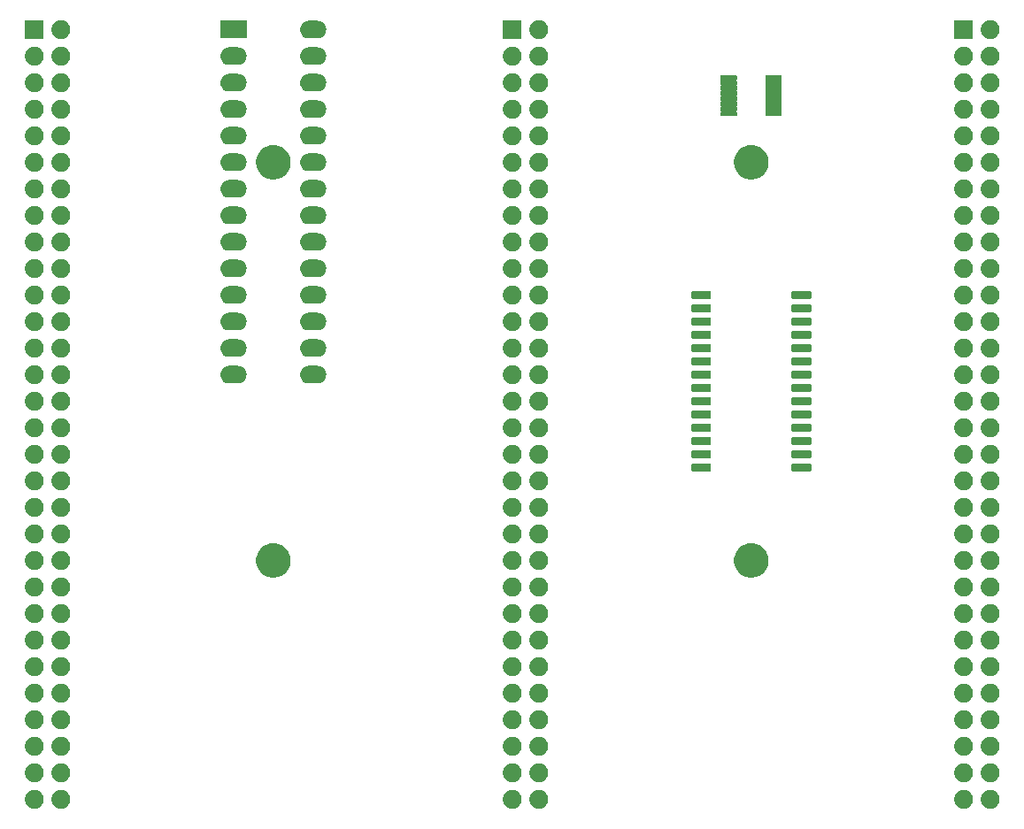
<source format=gbr>
%TF.GenerationSoftware,KiCad,Pcbnew,5.1.5+dfsg1-2build2*%
%TF.CreationDate,2021-12-31T02:56:54+01:00*%
%TF.ProjectId,chip-breakout,63686970-2d62-4726-9561-6b6f75742e6b,rev?*%
%TF.SameCoordinates,Original*%
%TF.FileFunction,Soldermask,Bot*%
%TF.FilePolarity,Negative*%
%FSLAX46Y46*%
G04 Gerber Fmt 4.6, Leading zero omitted, Abs format (unit mm)*
G04 Created by KiCad (PCBNEW 5.1.5+dfsg1-2build2) date 2021-12-31 02:56:54*
%MOMM*%
%LPD*%
G04 APERTURE LIST*
%ADD10C,0.100000*%
G04 APERTURE END LIST*
D10*
G36*
X142353512Y-100703927D02*
G01*
X142502812Y-100733624D01*
X142666784Y-100801544D01*
X142814354Y-100900147D01*
X142939853Y-101025646D01*
X143038456Y-101173216D01*
X143106376Y-101337188D01*
X143141000Y-101511259D01*
X143141000Y-101688741D01*
X143106376Y-101862812D01*
X143038456Y-102026784D01*
X142939853Y-102174354D01*
X142814354Y-102299853D01*
X142666784Y-102398456D01*
X142502812Y-102466376D01*
X142353512Y-102496073D01*
X142328742Y-102501000D01*
X142151258Y-102501000D01*
X142126488Y-102496073D01*
X141977188Y-102466376D01*
X141813216Y-102398456D01*
X141665646Y-102299853D01*
X141540147Y-102174354D01*
X141441544Y-102026784D01*
X141373624Y-101862812D01*
X141339000Y-101688741D01*
X141339000Y-101511259D01*
X141373624Y-101337188D01*
X141441544Y-101173216D01*
X141540147Y-101025646D01*
X141665646Y-100900147D01*
X141813216Y-100801544D01*
X141977188Y-100733624D01*
X142126488Y-100703927D01*
X142151258Y-100699000D01*
X142328742Y-100699000D01*
X142353512Y-100703927D01*
G37*
G36*
X139813512Y-100703927D02*
G01*
X139962812Y-100733624D01*
X140126784Y-100801544D01*
X140274354Y-100900147D01*
X140399853Y-101025646D01*
X140498456Y-101173216D01*
X140566376Y-101337188D01*
X140601000Y-101511259D01*
X140601000Y-101688741D01*
X140566376Y-101862812D01*
X140498456Y-102026784D01*
X140399853Y-102174354D01*
X140274354Y-102299853D01*
X140126784Y-102398456D01*
X139962812Y-102466376D01*
X139813512Y-102496073D01*
X139788742Y-102501000D01*
X139611258Y-102501000D01*
X139586488Y-102496073D01*
X139437188Y-102466376D01*
X139273216Y-102398456D01*
X139125646Y-102299853D01*
X139000147Y-102174354D01*
X138901544Y-102026784D01*
X138833624Y-101862812D01*
X138799000Y-101688741D01*
X138799000Y-101511259D01*
X138833624Y-101337188D01*
X138901544Y-101173216D01*
X139000147Y-101025646D01*
X139125646Y-100900147D01*
X139273216Y-100801544D01*
X139437188Y-100733624D01*
X139586488Y-100703927D01*
X139611258Y-100699000D01*
X139788742Y-100699000D01*
X139813512Y-100703927D01*
G37*
G36*
X50913512Y-100703927D02*
G01*
X51062812Y-100733624D01*
X51226784Y-100801544D01*
X51374354Y-100900147D01*
X51499853Y-101025646D01*
X51598456Y-101173216D01*
X51666376Y-101337188D01*
X51701000Y-101511259D01*
X51701000Y-101688741D01*
X51666376Y-101862812D01*
X51598456Y-102026784D01*
X51499853Y-102174354D01*
X51374354Y-102299853D01*
X51226784Y-102398456D01*
X51062812Y-102466376D01*
X50913512Y-102496073D01*
X50888742Y-102501000D01*
X50711258Y-102501000D01*
X50686488Y-102496073D01*
X50537188Y-102466376D01*
X50373216Y-102398456D01*
X50225646Y-102299853D01*
X50100147Y-102174354D01*
X50001544Y-102026784D01*
X49933624Y-101862812D01*
X49899000Y-101688741D01*
X49899000Y-101511259D01*
X49933624Y-101337188D01*
X50001544Y-101173216D01*
X50100147Y-101025646D01*
X50225646Y-100900147D01*
X50373216Y-100801544D01*
X50537188Y-100733624D01*
X50686488Y-100703927D01*
X50711258Y-100699000D01*
X50888742Y-100699000D01*
X50913512Y-100703927D01*
G37*
G36*
X53453512Y-100703927D02*
G01*
X53602812Y-100733624D01*
X53766784Y-100801544D01*
X53914354Y-100900147D01*
X54039853Y-101025646D01*
X54138456Y-101173216D01*
X54206376Y-101337188D01*
X54241000Y-101511259D01*
X54241000Y-101688741D01*
X54206376Y-101862812D01*
X54138456Y-102026784D01*
X54039853Y-102174354D01*
X53914354Y-102299853D01*
X53766784Y-102398456D01*
X53602812Y-102466376D01*
X53453512Y-102496073D01*
X53428742Y-102501000D01*
X53251258Y-102501000D01*
X53226488Y-102496073D01*
X53077188Y-102466376D01*
X52913216Y-102398456D01*
X52765646Y-102299853D01*
X52640147Y-102174354D01*
X52541544Y-102026784D01*
X52473624Y-101862812D01*
X52439000Y-101688741D01*
X52439000Y-101511259D01*
X52473624Y-101337188D01*
X52541544Y-101173216D01*
X52640147Y-101025646D01*
X52765646Y-100900147D01*
X52913216Y-100801544D01*
X53077188Y-100733624D01*
X53226488Y-100703927D01*
X53251258Y-100699000D01*
X53428742Y-100699000D01*
X53453512Y-100703927D01*
G37*
G36*
X99173512Y-100703927D02*
G01*
X99322812Y-100733624D01*
X99486784Y-100801544D01*
X99634354Y-100900147D01*
X99759853Y-101025646D01*
X99858456Y-101173216D01*
X99926376Y-101337188D01*
X99961000Y-101511259D01*
X99961000Y-101688741D01*
X99926376Y-101862812D01*
X99858456Y-102026784D01*
X99759853Y-102174354D01*
X99634354Y-102299853D01*
X99486784Y-102398456D01*
X99322812Y-102466376D01*
X99173512Y-102496073D01*
X99148742Y-102501000D01*
X98971258Y-102501000D01*
X98946488Y-102496073D01*
X98797188Y-102466376D01*
X98633216Y-102398456D01*
X98485646Y-102299853D01*
X98360147Y-102174354D01*
X98261544Y-102026784D01*
X98193624Y-101862812D01*
X98159000Y-101688741D01*
X98159000Y-101511259D01*
X98193624Y-101337188D01*
X98261544Y-101173216D01*
X98360147Y-101025646D01*
X98485646Y-100900147D01*
X98633216Y-100801544D01*
X98797188Y-100733624D01*
X98946488Y-100703927D01*
X98971258Y-100699000D01*
X99148742Y-100699000D01*
X99173512Y-100703927D01*
G37*
G36*
X96633512Y-100703927D02*
G01*
X96782812Y-100733624D01*
X96946784Y-100801544D01*
X97094354Y-100900147D01*
X97219853Y-101025646D01*
X97318456Y-101173216D01*
X97386376Y-101337188D01*
X97421000Y-101511259D01*
X97421000Y-101688741D01*
X97386376Y-101862812D01*
X97318456Y-102026784D01*
X97219853Y-102174354D01*
X97094354Y-102299853D01*
X96946784Y-102398456D01*
X96782812Y-102466376D01*
X96633512Y-102496073D01*
X96608742Y-102501000D01*
X96431258Y-102501000D01*
X96406488Y-102496073D01*
X96257188Y-102466376D01*
X96093216Y-102398456D01*
X95945646Y-102299853D01*
X95820147Y-102174354D01*
X95721544Y-102026784D01*
X95653624Y-101862812D01*
X95619000Y-101688741D01*
X95619000Y-101511259D01*
X95653624Y-101337188D01*
X95721544Y-101173216D01*
X95820147Y-101025646D01*
X95945646Y-100900147D01*
X96093216Y-100801544D01*
X96257188Y-100733624D01*
X96406488Y-100703927D01*
X96431258Y-100699000D01*
X96608742Y-100699000D01*
X96633512Y-100703927D01*
G37*
G36*
X96633512Y-98163927D02*
G01*
X96782812Y-98193624D01*
X96946784Y-98261544D01*
X97094354Y-98360147D01*
X97219853Y-98485646D01*
X97318456Y-98633216D01*
X97386376Y-98797188D01*
X97421000Y-98971259D01*
X97421000Y-99148741D01*
X97386376Y-99322812D01*
X97318456Y-99486784D01*
X97219853Y-99634354D01*
X97094354Y-99759853D01*
X96946784Y-99858456D01*
X96782812Y-99926376D01*
X96633512Y-99956073D01*
X96608742Y-99961000D01*
X96431258Y-99961000D01*
X96406488Y-99956073D01*
X96257188Y-99926376D01*
X96093216Y-99858456D01*
X95945646Y-99759853D01*
X95820147Y-99634354D01*
X95721544Y-99486784D01*
X95653624Y-99322812D01*
X95619000Y-99148741D01*
X95619000Y-98971259D01*
X95653624Y-98797188D01*
X95721544Y-98633216D01*
X95820147Y-98485646D01*
X95945646Y-98360147D01*
X96093216Y-98261544D01*
X96257188Y-98193624D01*
X96406488Y-98163927D01*
X96431258Y-98159000D01*
X96608742Y-98159000D01*
X96633512Y-98163927D01*
G37*
G36*
X142353512Y-98163927D02*
G01*
X142502812Y-98193624D01*
X142666784Y-98261544D01*
X142814354Y-98360147D01*
X142939853Y-98485646D01*
X143038456Y-98633216D01*
X143106376Y-98797188D01*
X143141000Y-98971259D01*
X143141000Y-99148741D01*
X143106376Y-99322812D01*
X143038456Y-99486784D01*
X142939853Y-99634354D01*
X142814354Y-99759853D01*
X142666784Y-99858456D01*
X142502812Y-99926376D01*
X142353512Y-99956073D01*
X142328742Y-99961000D01*
X142151258Y-99961000D01*
X142126488Y-99956073D01*
X141977188Y-99926376D01*
X141813216Y-99858456D01*
X141665646Y-99759853D01*
X141540147Y-99634354D01*
X141441544Y-99486784D01*
X141373624Y-99322812D01*
X141339000Y-99148741D01*
X141339000Y-98971259D01*
X141373624Y-98797188D01*
X141441544Y-98633216D01*
X141540147Y-98485646D01*
X141665646Y-98360147D01*
X141813216Y-98261544D01*
X141977188Y-98193624D01*
X142126488Y-98163927D01*
X142151258Y-98159000D01*
X142328742Y-98159000D01*
X142353512Y-98163927D01*
G37*
G36*
X139813512Y-98163927D02*
G01*
X139962812Y-98193624D01*
X140126784Y-98261544D01*
X140274354Y-98360147D01*
X140399853Y-98485646D01*
X140498456Y-98633216D01*
X140566376Y-98797188D01*
X140601000Y-98971259D01*
X140601000Y-99148741D01*
X140566376Y-99322812D01*
X140498456Y-99486784D01*
X140399853Y-99634354D01*
X140274354Y-99759853D01*
X140126784Y-99858456D01*
X139962812Y-99926376D01*
X139813512Y-99956073D01*
X139788742Y-99961000D01*
X139611258Y-99961000D01*
X139586488Y-99956073D01*
X139437188Y-99926376D01*
X139273216Y-99858456D01*
X139125646Y-99759853D01*
X139000147Y-99634354D01*
X138901544Y-99486784D01*
X138833624Y-99322812D01*
X138799000Y-99148741D01*
X138799000Y-98971259D01*
X138833624Y-98797188D01*
X138901544Y-98633216D01*
X139000147Y-98485646D01*
X139125646Y-98360147D01*
X139273216Y-98261544D01*
X139437188Y-98193624D01*
X139586488Y-98163927D01*
X139611258Y-98159000D01*
X139788742Y-98159000D01*
X139813512Y-98163927D01*
G37*
G36*
X99173512Y-98163927D02*
G01*
X99322812Y-98193624D01*
X99486784Y-98261544D01*
X99634354Y-98360147D01*
X99759853Y-98485646D01*
X99858456Y-98633216D01*
X99926376Y-98797188D01*
X99961000Y-98971259D01*
X99961000Y-99148741D01*
X99926376Y-99322812D01*
X99858456Y-99486784D01*
X99759853Y-99634354D01*
X99634354Y-99759853D01*
X99486784Y-99858456D01*
X99322812Y-99926376D01*
X99173512Y-99956073D01*
X99148742Y-99961000D01*
X98971258Y-99961000D01*
X98946488Y-99956073D01*
X98797188Y-99926376D01*
X98633216Y-99858456D01*
X98485646Y-99759853D01*
X98360147Y-99634354D01*
X98261544Y-99486784D01*
X98193624Y-99322812D01*
X98159000Y-99148741D01*
X98159000Y-98971259D01*
X98193624Y-98797188D01*
X98261544Y-98633216D01*
X98360147Y-98485646D01*
X98485646Y-98360147D01*
X98633216Y-98261544D01*
X98797188Y-98193624D01*
X98946488Y-98163927D01*
X98971258Y-98159000D01*
X99148742Y-98159000D01*
X99173512Y-98163927D01*
G37*
G36*
X53453512Y-98163927D02*
G01*
X53602812Y-98193624D01*
X53766784Y-98261544D01*
X53914354Y-98360147D01*
X54039853Y-98485646D01*
X54138456Y-98633216D01*
X54206376Y-98797188D01*
X54241000Y-98971259D01*
X54241000Y-99148741D01*
X54206376Y-99322812D01*
X54138456Y-99486784D01*
X54039853Y-99634354D01*
X53914354Y-99759853D01*
X53766784Y-99858456D01*
X53602812Y-99926376D01*
X53453512Y-99956073D01*
X53428742Y-99961000D01*
X53251258Y-99961000D01*
X53226488Y-99956073D01*
X53077188Y-99926376D01*
X52913216Y-99858456D01*
X52765646Y-99759853D01*
X52640147Y-99634354D01*
X52541544Y-99486784D01*
X52473624Y-99322812D01*
X52439000Y-99148741D01*
X52439000Y-98971259D01*
X52473624Y-98797188D01*
X52541544Y-98633216D01*
X52640147Y-98485646D01*
X52765646Y-98360147D01*
X52913216Y-98261544D01*
X53077188Y-98193624D01*
X53226488Y-98163927D01*
X53251258Y-98159000D01*
X53428742Y-98159000D01*
X53453512Y-98163927D01*
G37*
G36*
X50913512Y-98163927D02*
G01*
X51062812Y-98193624D01*
X51226784Y-98261544D01*
X51374354Y-98360147D01*
X51499853Y-98485646D01*
X51598456Y-98633216D01*
X51666376Y-98797188D01*
X51701000Y-98971259D01*
X51701000Y-99148741D01*
X51666376Y-99322812D01*
X51598456Y-99486784D01*
X51499853Y-99634354D01*
X51374354Y-99759853D01*
X51226784Y-99858456D01*
X51062812Y-99926376D01*
X50913512Y-99956073D01*
X50888742Y-99961000D01*
X50711258Y-99961000D01*
X50686488Y-99956073D01*
X50537188Y-99926376D01*
X50373216Y-99858456D01*
X50225646Y-99759853D01*
X50100147Y-99634354D01*
X50001544Y-99486784D01*
X49933624Y-99322812D01*
X49899000Y-99148741D01*
X49899000Y-98971259D01*
X49933624Y-98797188D01*
X50001544Y-98633216D01*
X50100147Y-98485646D01*
X50225646Y-98360147D01*
X50373216Y-98261544D01*
X50537188Y-98193624D01*
X50686488Y-98163927D01*
X50711258Y-98159000D01*
X50888742Y-98159000D01*
X50913512Y-98163927D01*
G37*
G36*
X50913512Y-95623927D02*
G01*
X51062812Y-95653624D01*
X51226784Y-95721544D01*
X51374354Y-95820147D01*
X51499853Y-95945646D01*
X51598456Y-96093216D01*
X51666376Y-96257188D01*
X51701000Y-96431259D01*
X51701000Y-96608741D01*
X51666376Y-96782812D01*
X51598456Y-96946784D01*
X51499853Y-97094354D01*
X51374354Y-97219853D01*
X51226784Y-97318456D01*
X51062812Y-97386376D01*
X50913512Y-97416073D01*
X50888742Y-97421000D01*
X50711258Y-97421000D01*
X50686488Y-97416073D01*
X50537188Y-97386376D01*
X50373216Y-97318456D01*
X50225646Y-97219853D01*
X50100147Y-97094354D01*
X50001544Y-96946784D01*
X49933624Y-96782812D01*
X49899000Y-96608741D01*
X49899000Y-96431259D01*
X49933624Y-96257188D01*
X50001544Y-96093216D01*
X50100147Y-95945646D01*
X50225646Y-95820147D01*
X50373216Y-95721544D01*
X50537188Y-95653624D01*
X50686488Y-95623927D01*
X50711258Y-95619000D01*
X50888742Y-95619000D01*
X50913512Y-95623927D01*
G37*
G36*
X53453512Y-95623927D02*
G01*
X53602812Y-95653624D01*
X53766784Y-95721544D01*
X53914354Y-95820147D01*
X54039853Y-95945646D01*
X54138456Y-96093216D01*
X54206376Y-96257188D01*
X54241000Y-96431259D01*
X54241000Y-96608741D01*
X54206376Y-96782812D01*
X54138456Y-96946784D01*
X54039853Y-97094354D01*
X53914354Y-97219853D01*
X53766784Y-97318456D01*
X53602812Y-97386376D01*
X53453512Y-97416073D01*
X53428742Y-97421000D01*
X53251258Y-97421000D01*
X53226488Y-97416073D01*
X53077188Y-97386376D01*
X52913216Y-97318456D01*
X52765646Y-97219853D01*
X52640147Y-97094354D01*
X52541544Y-96946784D01*
X52473624Y-96782812D01*
X52439000Y-96608741D01*
X52439000Y-96431259D01*
X52473624Y-96257188D01*
X52541544Y-96093216D01*
X52640147Y-95945646D01*
X52765646Y-95820147D01*
X52913216Y-95721544D01*
X53077188Y-95653624D01*
X53226488Y-95623927D01*
X53251258Y-95619000D01*
X53428742Y-95619000D01*
X53453512Y-95623927D01*
G37*
G36*
X96633512Y-95623927D02*
G01*
X96782812Y-95653624D01*
X96946784Y-95721544D01*
X97094354Y-95820147D01*
X97219853Y-95945646D01*
X97318456Y-96093216D01*
X97386376Y-96257188D01*
X97421000Y-96431259D01*
X97421000Y-96608741D01*
X97386376Y-96782812D01*
X97318456Y-96946784D01*
X97219853Y-97094354D01*
X97094354Y-97219853D01*
X96946784Y-97318456D01*
X96782812Y-97386376D01*
X96633512Y-97416073D01*
X96608742Y-97421000D01*
X96431258Y-97421000D01*
X96406488Y-97416073D01*
X96257188Y-97386376D01*
X96093216Y-97318456D01*
X95945646Y-97219853D01*
X95820147Y-97094354D01*
X95721544Y-96946784D01*
X95653624Y-96782812D01*
X95619000Y-96608741D01*
X95619000Y-96431259D01*
X95653624Y-96257188D01*
X95721544Y-96093216D01*
X95820147Y-95945646D01*
X95945646Y-95820147D01*
X96093216Y-95721544D01*
X96257188Y-95653624D01*
X96406488Y-95623927D01*
X96431258Y-95619000D01*
X96608742Y-95619000D01*
X96633512Y-95623927D01*
G37*
G36*
X99173512Y-95623927D02*
G01*
X99322812Y-95653624D01*
X99486784Y-95721544D01*
X99634354Y-95820147D01*
X99759853Y-95945646D01*
X99858456Y-96093216D01*
X99926376Y-96257188D01*
X99961000Y-96431259D01*
X99961000Y-96608741D01*
X99926376Y-96782812D01*
X99858456Y-96946784D01*
X99759853Y-97094354D01*
X99634354Y-97219853D01*
X99486784Y-97318456D01*
X99322812Y-97386376D01*
X99173512Y-97416073D01*
X99148742Y-97421000D01*
X98971258Y-97421000D01*
X98946488Y-97416073D01*
X98797188Y-97386376D01*
X98633216Y-97318456D01*
X98485646Y-97219853D01*
X98360147Y-97094354D01*
X98261544Y-96946784D01*
X98193624Y-96782812D01*
X98159000Y-96608741D01*
X98159000Y-96431259D01*
X98193624Y-96257188D01*
X98261544Y-96093216D01*
X98360147Y-95945646D01*
X98485646Y-95820147D01*
X98633216Y-95721544D01*
X98797188Y-95653624D01*
X98946488Y-95623927D01*
X98971258Y-95619000D01*
X99148742Y-95619000D01*
X99173512Y-95623927D01*
G37*
G36*
X139813512Y-95623927D02*
G01*
X139962812Y-95653624D01*
X140126784Y-95721544D01*
X140274354Y-95820147D01*
X140399853Y-95945646D01*
X140498456Y-96093216D01*
X140566376Y-96257188D01*
X140601000Y-96431259D01*
X140601000Y-96608741D01*
X140566376Y-96782812D01*
X140498456Y-96946784D01*
X140399853Y-97094354D01*
X140274354Y-97219853D01*
X140126784Y-97318456D01*
X139962812Y-97386376D01*
X139813512Y-97416073D01*
X139788742Y-97421000D01*
X139611258Y-97421000D01*
X139586488Y-97416073D01*
X139437188Y-97386376D01*
X139273216Y-97318456D01*
X139125646Y-97219853D01*
X139000147Y-97094354D01*
X138901544Y-96946784D01*
X138833624Y-96782812D01*
X138799000Y-96608741D01*
X138799000Y-96431259D01*
X138833624Y-96257188D01*
X138901544Y-96093216D01*
X139000147Y-95945646D01*
X139125646Y-95820147D01*
X139273216Y-95721544D01*
X139437188Y-95653624D01*
X139586488Y-95623927D01*
X139611258Y-95619000D01*
X139788742Y-95619000D01*
X139813512Y-95623927D01*
G37*
G36*
X142353512Y-95623927D02*
G01*
X142502812Y-95653624D01*
X142666784Y-95721544D01*
X142814354Y-95820147D01*
X142939853Y-95945646D01*
X143038456Y-96093216D01*
X143106376Y-96257188D01*
X143141000Y-96431259D01*
X143141000Y-96608741D01*
X143106376Y-96782812D01*
X143038456Y-96946784D01*
X142939853Y-97094354D01*
X142814354Y-97219853D01*
X142666784Y-97318456D01*
X142502812Y-97386376D01*
X142353512Y-97416073D01*
X142328742Y-97421000D01*
X142151258Y-97421000D01*
X142126488Y-97416073D01*
X141977188Y-97386376D01*
X141813216Y-97318456D01*
X141665646Y-97219853D01*
X141540147Y-97094354D01*
X141441544Y-96946784D01*
X141373624Y-96782812D01*
X141339000Y-96608741D01*
X141339000Y-96431259D01*
X141373624Y-96257188D01*
X141441544Y-96093216D01*
X141540147Y-95945646D01*
X141665646Y-95820147D01*
X141813216Y-95721544D01*
X141977188Y-95653624D01*
X142126488Y-95623927D01*
X142151258Y-95619000D01*
X142328742Y-95619000D01*
X142353512Y-95623927D01*
G37*
G36*
X99173512Y-93083927D02*
G01*
X99322812Y-93113624D01*
X99486784Y-93181544D01*
X99634354Y-93280147D01*
X99759853Y-93405646D01*
X99858456Y-93553216D01*
X99926376Y-93717188D01*
X99961000Y-93891259D01*
X99961000Y-94068741D01*
X99926376Y-94242812D01*
X99858456Y-94406784D01*
X99759853Y-94554354D01*
X99634354Y-94679853D01*
X99486784Y-94778456D01*
X99322812Y-94846376D01*
X99173512Y-94876073D01*
X99148742Y-94881000D01*
X98971258Y-94881000D01*
X98946488Y-94876073D01*
X98797188Y-94846376D01*
X98633216Y-94778456D01*
X98485646Y-94679853D01*
X98360147Y-94554354D01*
X98261544Y-94406784D01*
X98193624Y-94242812D01*
X98159000Y-94068741D01*
X98159000Y-93891259D01*
X98193624Y-93717188D01*
X98261544Y-93553216D01*
X98360147Y-93405646D01*
X98485646Y-93280147D01*
X98633216Y-93181544D01*
X98797188Y-93113624D01*
X98946488Y-93083927D01*
X98971258Y-93079000D01*
X99148742Y-93079000D01*
X99173512Y-93083927D01*
G37*
G36*
X139813512Y-93083927D02*
G01*
X139962812Y-93113624D01*
X140126784Y-93181544D01*
X140274354Y-93280147D01*
X140399853Y-93405646D01*
X140498456Y-93553216D01*
X140566376Y-93717188D01*
X140601000Y-93891259D01*
X140601000Y-94068741D01*
X140566376Y-94242812D01*
X140498456Y-94406784D01*
X140399853Y-94554354D01*
X140274354Y-94679853D01*
X140126784Y-94778456D01*
X139962812Y-94846376D01*
X139813512Y-94876073D01*
X139788742Y-94881000D01*
X139611258Y-94881000D01*
X139586488Y-94876073D01*
X139437188Y-94846376D01*
X139273216Y-94778456D01*
X139125646Y-94679853D01*
X139000147Y-94554354D01*
X138901544Y-94406784D01*
X138833624Y-94242812D01*
X138799000Y-94068741D01*
X138799000Y-93891259D01*
X138833624Y-93717188D01*
X138901544Y-93553216D01*
X139000147Y-93405646D01*
X139125646Y-93280147D01*
X139273216Y-93181544D01*
X139437188Y-93113624D01*
X139586488Y-93083927D01*
X139611258Y-93079000D01*
X139788742Y-93079000D01*
X139813512Y-93083927D01*
G37*
G36*
X53453512Y-93083927D02*
G01*
X53602812Y-93113624D01*
X53766784Y-93181544D01*
X53914354Y-93280147D01*
X54039853Y-93405646D01*
X54138456Y-93553216D01*
X54206376Y-93717188D01*
X54241000Y-93891259D01*
X54241000Y-94068741D01*
X54206376Y-94242812D01*
X54138456Y-94406784D01*
X54039853Y-94554354D01*
X53914354Y-94679853D01*
X53766784Y-94778456D01*
X53602812Y-94846376D01*
X53453512Y-94876073D01*
X53428742Y-94881000D01*
X53251258Y-94881000D01*
X53226488Y-94876073D01*
X53077188Y-94846376D01*
X52913216Y-94778456D01*
X52765646Y-94679853D01*
X52640147Y-94554354D01*
X52541544Y-94406784D01*
X52473624Y-94242812D01*
X52439000Y-94068741D01*
X52439000Y-93891259D01*
X52473624Y-93717188D01*
X52541544Y-93553216D01*
X52640147Y-93405646D01*
X52765646Y-93280147D01*
X52913216Y-93181544D01*
X53077188Y-93113624D01*
X53226488Y-93083927D01*
X53251258Y-93079000D01*
X53428742Y-93079000D01*
X53453512Y-93083927D01*
G37*
G36*
X50913512Y-93083927D02*
G01*
X51062812Y-93113624D01*
X51226784Y-93181544D01*
X51374354Y-93280147D01*
X51499853Y-93405646D01*
X51598456Y-93553216D01*
X51666376Y-93717188D01*
X51701000Y-93891259D01*
X51701000Y-94068741D01*
X51666376Y-94242812D01*
X51598456Y-94406784D01*
X51499853Y-94554354D01*
X51374354Y-94679853D01*
X51226784Y-94778456D01*
X51062812Y-94846376D01*
X50913512Y-94876073D01*
X50888742Y-94881000D01*
X50711258Y-94881000D01*
X50686488Y-94876073D01*
X50537188Y-94846376D01*
X50373216Y-94778456D01*
X50225646Y-94679853D01*
X50100147Y-94554354D01*
X50001544Y-94406784D01*
X49933624Y-94242812D01*
X49899000Y-94068741D01*
X49899000Y-93891259D01*
X49933624Y-93717188D01*
X50001544Y-93553216D01*
X50100147Y-93405646D01*
X50225646Y-93280147D01*
X50373216Y-93181544D01*
X50537188Y-93113624D01*
X50686488Y-93083927D01*
X50711258Y-93079000D01*
X50888742Y-93079000D01*
X50913512Y-93083927D01*
G37*
G36*
X96633512Y-93083927D02*
G01*
X96782812Y-93113624D01*
X96946784Y-93181544D01*
X97094354Y-93280147D01*
X97219853Y-93405646D01*
X97318456Y-93553216D01*
X97386376Y-93717188D01*
X97421000Y-93891259D01*
X97421000Y-94068741D01*
X97386376Y-94242812D01*
X97318456Y-94406784D01*
X97219853Y-94554354D01*
X97094354Y-94679853D01*
X96946784Y-94778456D01*
X96782812Y-94846376D01*
X96633512Y-94876073D01*
X96608742Y-94881000D01*
X96431258Y-94881000D01*
X96406488Y-94876073D01*
X96257188Y-94846376D01*
X96093216Y-94778456D01*
X95945646Y-94679853D01*
X95820147Y-94554354D01*
X95721544Y-94406784D01*
X95653624Y-94242812D01*
X95619000Y-94068741D01*
X95619000Y-93891259D01*
X95653624Y-93717188D01*
X95721544Y-93553216D01*
X95820147Y-93405646D01*
X95945646Y-93280147D01*
X96093216Y-93181544D01*
X96257188Y-93113624D01*
X96406488Y-93083927D01*
X96431258Y-93079000D01*
X96608742Y-93079000D01*
X96633512Y-93083927D01*
G37*
G36*
X142353512Y-93083927D02*
G01*
X142502812Y-93113624D01*
X142666784Y-93181544D01*
X142814354Y-93280147D01*
X142939853Y-93405646D01*
X143038456Y-93553216D01*
X143106376Y-93717188D01*
X143141000Y-93891259D01*
X143141000Y-94068741D01*
X143106376Y-94242812D01*
X143038456Y-94406784D01*
X142939853Y-94554354D01*
X142814354Y-94679853D01*
X142666784Y-94778456D01*
X142502812Y-94846376D01*
X142353512Y-94876073D01*
X142328742Y-94881000D01*
X142151258Y-94881000D01*
X142126488Y-94876073D01*
X141977188Y-94846376D01*
X141813216Y-94778456D01*
X141665646Y-94679853D01*
X141540147Y-94554354D01*
X141441544Y-94406784D01*
X141373624Y-94242812D01*
X141339000Y-94068741D01*
X141339000Y-93891259D01*
X141373624Y-93717188D01*
X141441544Y-93553216D01*
X141540147Y-93405646D01*
X141665646Y-93280147D01*
X141813216Y-93181544D01*
X141977188Y-93113624D01*
X142126488Y-93083927D01*
X142151258Y-93079000D01*
X142328742Y-93079000D01*
X142353512Y-93083927D01*
G37*
G36*
X53453512Y-90543927D02*
G01*
X53602812Y-90573624D01*
X53766784Y-90641544D01*
X53914354Y-90740147D01*
X54039853Y-90865646D01*
X54138456Y-91013216D01*
X54206376Y-91177188D01*
X54241000Y-91351259D01*
X54241000Y-91528741D01*
X54206376Y-91702812D01*
X54138456Y-91866784D01*
X54039853Y-92014354D01*
X53914354Y-92139853D01*
X53766784Y-92238456D01*
X53602812Y-92306376D01*
X53453512Y-92336073D01*
X53428742Y-92341000D01*
X53251258Y-92341000D01*
X53226488Y-92336073D01*
X53077188Y-92306376D01*
X52913216Y-92238456D01*
X52765646Y-92139853D01*
X52640147Y-92014354D01*
X52541544Y-91866784D01*
X52473624Y-91702812D01*
X52439000Y-91528741D01*
X52439000Y-91351259D01*
X52473624Y-91177188D01*
X52541544Y-91013216D01*
X52640147Y-90865646D01*
X52765646Y-90740147D01*
X52913216Y-90641544D01*
X53077188Y-90573624D01*
X53226488Y-90543927D01*
X53251258Y-90539000D01*
X53428742Y-90539000D01*
X53453512Y-90543927D01*
G37*
G36*
X96633512Y-90543927D02*
G01*
X96782812Y-90573624D01*
X96946784Y-90641544D01*
X97094354Y-90740147D01*
X97219853Y-90865646D01*
X97318456Y-91013216D01*
X97386376Y-91177188D01*
X97421000Y-91351259D01*
X97421000Y-91528741D01*
X97386376Y-91702812D01*
X97318456Y-91866784D01*
X97219853Y-92014354D01*
X97094354Y-92139853D01*
X96946784Y-92238456D01*
X96782812Y-92306376D01*
X96633512Y-92336073D01*
X96608742Y-92341000D01*
X96431258Y-92341000D01*
X96406488Y-92336073D01*
X96257188Y-92306376D01*
X96093216Y-92238456D01*
X95945646Y-92139853D01*
X95820147Y-92014354D01*
X95721544Y-91866784D01*
X95653624Y-91702812D01*
X95619000Y-91528741D01*
X95619000Y-91351259D01*
X95653624Y-91177188D01*
X95721544Y-91013216D01*
X95820147Y-90865646D01*
X95945646Y-90740147D01*
X96093216Y-90641544D01*
X96257188Y-90573624D01*
X96406488Y-90543927D01*
X96431258Y-90539000D01*
X96608742Y-90539000D01*
X96633512Y-90543927D01*
G37*
G36*
X50913512Y-90543927D02*
G01*
X51062812Y-90573624D01*
X51226784Y-90641544D01*
X51374354Y-90740147D01*
X51499853Y-90865646D01*
X51598456Y-91013216D01*
X51666376Y-91177188D01*
X51701000Y-91351259D01*
X51701000Y-91528741D01*
X51666376Y-91702812D01*
X51598456Y-91866784D01*
X51499853Y-92014354D01*
X51374354Y-92139853D01*
X51226784Y-92238456D01*
X51062812Y-92306376D01*
X50913512Y-92336073D01*
X50888742Y-92341000D01*
X50711258Y-92341000D01*
X50686488Y-92336073D01*
X50537188Y-92306376D01*
X50373216Y-92238456D01*
X50225646Y-92139853D01*
X50100147Y-92014354D01*
X50001544Y-91866784D01*
X49933624Y-91702812D01*
X49899000Y-91528741D01*
X49899000Y-91351259D01*
X49933624Y-91177188D01*
X50001544Y-91013216D01*
X50100147Y-90865646D01*
X50225646Y-90740147D01*
X50373216Y-90641544D01*
X50537188Y-90573624D01*
X50686488Y-90543927D01*
X50711258Y-90539000D01*
X50888742Y-90539000D01*
X50913512Y-90543927D01*
G37*
G36*
X99173512Y-90543927D02*
G01*
X99322812Y-90573624D01*
X99486784Y-90641544D01*
X99634354Y-90740147D01*
X99759853Y-90865646D01*
X99858456Y-91013216D01*
X99926376Y-91177188D01*
X99961000Y-91351259D01*
X99961000Y-91528741D01*
X99926376Y-91702812D01*
X99858456Y-91866784D01*
X99759853Y-92014354D01*
X99634354Y-92139853D01*
X99486784Y-92238456D01*
X99322812Y-92306376D01*
X99173512Y-92336073D01*
X99148742Y-92341000D01*
X98971258Y-92341000D01*
X98946488Y-92336073D01*
X98797188Y-92306376D01*
X98633216Y-92238456D01*
X98485646Y-92139853D01*
X98360147Y-92014354D01*
X98261544Y-91866784D01*
X98193624Y-91702812D01*
X98159000Y-91528741D01*
X98159000Y-91351259D01*
X98193624Y-91177188D01*
X98261544Y-91013216D01*
X98360147Y-90865646D01*
X98485646Y-90740147D01*
X98633216Y-90641544D01*
X98797188Y-90573624D01*
X98946488Y-90543927D01*
X98971258Y-90539000D01*
X99148742Y-90539000D01*
X99173512Y-90543927D01*
G37*
G36*
X142353512Y-90543927D02*
G01*
X142502812Y-90573624D01*
X142666784Y-90641544D01*
X142814354Y-90740147D01*
X142939853Y-90865646D01*
X143038456Y-91013216D01*
X143106376Y-91177188D01*
X143141000Y-91351259D01*
X143141000Y-91528741D01*
X143106376Y-91702812D01*
X143038456Y-91866784D01*
X142939853Y-92014354D01*
X142814354Y-92139853D01*
X142666784Y-92238456D01*
X142502812Y-92306376D01*
X142353512Y-92336073D01*
X142328742Y-92341000D01*
X142151258Y-92341000D01*
X142126488Y-92336073D01*
X141977188Y-92306376D01*
X141813216Y-92238456D01*
X141665646Y-92139853D01*
X141540147Y-92014354D01*
X141441544Y-91866784D01*
X141373624Y-91702812D01*
X141339000Y-91528741D01*
X141339000Y-91351259D01*
X141373624Y-91177188D01*
X141441544Y-91013216D01*
X141540147Y-90865646D01*
X141665646Y-90740147D01*
X141813216Y-90641544D01*
X141977188Y-90573624D01*
X142126488Y-90543927D01*
X142151258Y-90539000D01*
X142328742Y-90539000D01*
X142353512Y-90543927D01*
G37*
G36*
X139813512Y-90543927D02*
G01*
X139962812Y-90573624D01*
X140126784Y-90641544D01*
X140274354Y-90740147D01*
X140399853Y-90865646D01*
X140498456Y-91013216D01*
X140566376Y-91177188D01*
X140601000Y-91351259D01*
X140601000Y-91528741D01*
X140566376Y-91702812D01*
X140498456Y-91866784D01*
X140399853Y-92014354D01*
X140274354Y-92139853D01*
X140126784Y-92238456D01*
X139962812Y-92306376D01*
X139813512Y-92336073D01*
X139788742Y-92341000D01*
X139611258Y-92341000D01*
X139586488Y-92336073D01*
X139437188Y-92306376D01*
X139273216Y-92238456D01*
X139125646Y-92139853D01*
X139000147Y-92014354D01*
X138901544Y-91866784D01*
X138833624Y-91702812D01*
X138799000Y-91528741D01*
X138799000Y-91351259D01*
X138833624Y-91177188D01*
X138901544Y-91013216D01*
X139000147Y-90865646D01*
X139125646Y-90740147D01*
X139273216Y-90641544D01*
X139437188Y-90573624D01*
X139586488Y-90543927D01*
X139611258Y-90539000D01*
X139788742Y-90539000D01*
X139813512Y-90543927D01*
G37*
G36*
X53453512Y-88003927D02*
G01*
X53602812Y-88033624D01*
X53766784Y-88101544D01*
X53914354Y-88200147D01*
X54039853Y-88325646D01*
X54138456Y-88473216D01*
X54206376Y-88637188D01*
X54241000Y-88811259D01*
X54241000Y-88988741D01*
X54206376Y-89162812D01*
X54138456Y-89326784D01*
X54039853Y-89474354D01*
X53914354Y-89599853D01*
X53766784Y-89698456D01*
X53602812Y-89766376D01*
X53453512Y-89796073D01*
X53428742Y-89801000D01*
X53251258Y-89801000D01*
X53226488Y-89796073D01*
X53077188Y-89766376D01*
X52913216Y-89698456D01*
X52765646Y-89599853D01*
X52640147Y-89474354D01*
X52541544Y-89326784D01*
X52473624Y-89162812D01*
X52439000Y-88988741D01*
X52439000Y-88811259D01*
X52473624Y-88637188D01*
X52541544Y-88473216D01*
X52640147Y-88325646D01*
X52765646Y-88200147D01*
X52913216Y-88101544D01*
X53077188Y-88033624D01*
X53226488Y-88003927D01*
X53251258Y-87999000D01*
X53428742Y-87999000D01*
X53453512Y-88003927D01*
G37*
G36*
X50913512Y-88003927D02*
G01*
X51062812Y-88033624D01*
X51226784Y-88101544D01*
X51374354Y-88200147D01*
X51499853Y-88325646D01*
X51598456Y-88473216D01*
X51666376Y-88637188D01*
X51701000Y-88811259D01*
X51701000Y-88988741D01*
X51666376Y-89162812D01*
X51598456Y-89326784D01*
X51499853Y-89474354D01*
X51374354Y-89599853D01*
X51226784Y-89698456D01*
X51062812Y-89766376D01*
X50913512Y-89796073D01*
X50888742Y-89801000D01*
X50711258Y-89801000D01*
X50686488Y-89796073D01*
X50537188Y-89766376D01*
X50373216Y-89698456D01*
X50225646Y-89599853D01*
X50100147Y-89474354D01*
X50001544Y-89326784D01*
X49933624Y-89162812D01*
X49899000Y-88988741D01*
X49899000Y-88811259D01*
X49933624Y-88637188D01*
X50001544Y-88473216D01*
X50100147Y-88325646D01*
X50225646Y-88200147D01*
X50373216Y-88101544D01*
X50537188Y-88033624D01*
X50686488Y-88003927D01*
X50711258Y-87999000D01*
X50888742Y-87999000D01*
X50913512Y-88003927D01*
G37*
G36*
X142353512Y-88003927D02*
G01*
X142502812Y-88033624D01*
X142666784Y-88101544D01*
X142814354Y-88200147D01*
X142939853Y-88325646D01*
X143038456Y-88473216D01*
X143106376Y-88637188D01*
X143141000Y-88811259D01*
X143141000Y-88988741D01*
X143106376Y-89162812D01*
X143038456Y-89326784D01*
X142939853Y-89474354D01*
X142814354Y-89599853D01*
X142666784Y-89698456D01*
X142502812Y-89766376D01*
X142353512Y-89796073D01*
X142328742Y-89801000D01*
X142151258Y-89801000D01*
X142126488Y-89796073D01*
X141977188Y-89766376D01*
X141813216Y-89698456D01*
X141665646Y-89599853D01*
X141540147Y-89474354D01*
X141441544Y-89326784D01*
X141373624Y-89162812D01*
X141339000Y-88988741D01*
X141339000Y-88811259D01*
X141373624Y-88637188D01*
X141441544Y-88473216D01*
X141540147Y-88325646D01*
X141665646Y-88200147D01*
X141813216Y-88101544D01*
X141977188Y-88033624D01*
X142126488Y-88003927D01*
X142151258Y-87999000D01*
X142328742Y-87999000D01*
X142353512Y-88003927D01*
G37*
G36*
X96633512Y-88003927D02*
G01*
X96782812Y-88033624D01*
X96946784Y-88101544D01*
X97094354Y-88200147D01*
X97219853Y-88325646D01*
X97318456Y-88473216D01*
X97386376Y-88637188D01*
X97421000Y-88811259D01*
X97421000Y-88988741D01*
X97386376Y-89162812D01*
X97318456Y-89326784D01*
X97219853Y-89474354D01*
X97094354Y-89599853D01*
X96946784Y-89698456D01*
X96782812Y-89766376D01*
X96633512Y-89796073D01*
X96608742Y-89801000D01*
X96431258Y-89801000D01*
X96406488Y-89796073D01*
X96257188Y-89766376D01*
X96093216Y-89698456D01*
X95945646Y-89599853D01*
X95820147Y-89474354D01*
X95721544Y-89326784D01*
X95653624Y-89162812D01*
X95619000Y-88988741D01*
X95619000Y-88811259D01*
X95653624Y-88637188D01*
X95721544Y-88473216D01*
X95820147Y-88325646D01*
X95945646Y-88200147D01*
X96093216Y-88101544D01*
X96257188Y-88033624D01*
X96406488Y-88003927D01*
X96431258Y-87999000D01*
X96608742Y-87999000D01*
X96633512Y-88003927D01*
G37*
G36*
X139813512Y-88003927D02*
G01*
X139962812Y-88033624D01*
X140126784Y-88101544D01*
X140274354Y-88200147D01*
X140399853Y-88325646D01*
X140498456Y-88473216D01*
X140566376Y-88637188D01*
X140601000Y-88811259D01*
X140601000Y-88988741D01*
X140566376Y-89162812D01*
X140498456Y-89326784D01*
X140399853Y-89474354D01*
X140274354Y-89599853D01*
X140126784Y-89698456D01*
X139962812Y-89766376D01*
X139813512Y-89796073D01*
X139788742Y-89801000D01*
X139611258Y-89801000D01*
X139586488Y-89796073D01*
X139437188Y-89766376D01*
X139273216Y-89698456D01*
X139125646Y-89599853D01*
X139000147Y-89474354D01*
X138901544Y-89326784D01*
X138833624Y-89162812D01*
X138799000Y-88988741D01*
X138799000Y-88811259D01*
X138833624Y-88637188D01*
X138901544Y-88473216D01*
X139000147Y-88325646D01*
X139125646Y-88200147D01*
X139273216Y-88101544D01*
X139437188Y-88033624D01*
X139586488Y-88003927D01*
X139611258Y-87999000D01*
X139788742Y-87999000D01*
X139813512Y-88003927D01*
G37*
G36*
X99173512Y-88003927D02*
G01*
X99322812Y-88033624D01*
X99486784Y-88101544D01*
X99634354Y-88200147D01*
X99759853Y-88325646D01*
X99858456Y-88473216D01*
X99926376Y-88637188D01*
X99961000Y-88811259D01*
X99961000Y-88988741D01*
X99926376Y-89162812D01*
X99858456Y-89326784D01*
X99759853Y-89474354D01*
X99634354Y-89599853D01*
X99486784Y-89698456D01*
X99322812Y-89766376D01*
X99173512Y-89796073D01*
X99148742Y-89801000D01*
X98971258Y-89801000D01*
X98946488Y-89796073D01*
X98797188Y-89766376D01*
X98633216Y-89698456D01*
X98485646Y-89599853D01*
X98360147Y-89474354D01*
X98261544Y-89326784D01*
X98193624Y-89162812D01*
X98159000Y-88988741D01*
X98159000Y-88811259D01*
X98193624Y-88637188D01*
X98261544Y-88473216D01*
X98360147Y-88325646D01*
X98485646Y-88200147D01*
X98633216Y-88101544D01*
X98797188Y-88033624D01*
X98946488Y-88003927D01*
X98971258Y-87999000D01*
X99148742Y-87999000D01*
X99173512Y-88003927D01*
G37*
G36*
X50913512Y-85463927D02*
G01*
X51062812Y-85493624D01*
X51226784Y-85561544D01*
X51374354Y-85660147D01*
X51499853Y-85785646D01*
X51598456Y-85933216D01*
X51666376Y-86097188D01*
X51701000Y-86271259D01*
X51701000Y-86448741D01*
X51666376Y-86622812D01*
X51598456Y-86786784D01*
X51499853Y-86934354D01*
X51374354Y-87059853D01*
X51226784Y-87158456D01*
X51062812Y-87226376D01*
X50913512Y-87256073D01*
X50888742Y-87261000D01*
X50711258Y-87261000D01*
X50686488Y-87256073D01*
X50537188Y-87226376D01*
X50373216Y-87158456D01*
X50225646Y-87059853D01*
X50100147Y-86934354D01*
X50001544Y-86786784D01*
X49933624Y-86622812D01*
X49899000Y-86448741D01*
X49899000Y-86271259D01*
X49933624Y-86097188D01*
X50001544Y-85933216D01*
X50100147Y-85785646D01*
X50225646Y-85660147D01*
X50373216Y-85561544D01*
X50537188Y-85493624D01*
X50686488Y-85463927D01*
X50711258Y-85459000D01*
X50888742Y-85459000D01*
X50913512Y-85463927D01*
G37*
G36*
X53453512Y-85463927D02*
G01*
X53602812Y-85493624D01*
X53766784Y-85561544D01*
X53914354Y-85660147D01*
X54039853Y-85785646D01*
X54138456Y-85933216D01*
X54206376Y-86097188D01*
X54241000Y-86271259D01*
X54241000Y-86448741D01*
X54206376Y-86622812D01*
X54138456Y-86786784D01*
X54039853Y-86934354D01*
X53914354Y-87059853D01*
X53766784Y-87158456D01*
X53602812Y-87226376D01*
X53453512Y-87256073D01*
X53428742Y-87261000D01*
X53251258Y-87261000D01*
X53226488Y-87256073D01*
X53077188Y-87226376D01*
X52913216Y-87158456D01*
X52765646Y-87059853D01*
X52640147Y-86934354D01*
X52541544Y-86786784D01*
X52473624Y-86622812D01*
X52439000Y-86448741D01*
X52439000Y-86271259D01*
X52473624Y-86097188D01*
X52541544Y-85933216D01*
X52640147Y-85785646D01*
X52765646Y-85660147D01*
X52913216Y-85561544D01*
X53077188Y-85493624D01*
X53226488Y-85463927D01*
X53251258Y-85459000D01*
X53428742Y-85459000D01*
X53453512Y-85463927D01*
G37*
G36*
X96633512Y-85463927D02*
G01*
X96782812Y-85493624D01*
X96946784Y-85561544D01*
X97094354Y-85660147D01*
X97219853Y-85785646D01*
X97318456Y-85933216D01*
X97386376Y-86097188D01*
X97421000Y-86271259D01*
X97421000Y-86448741D01*
X97386376Y-86622812D01*
X97318456Y-86786784D01*
X97219853Y-86934354D01*
X97094354Y-87059853D01*
X96946784Y-87158456D01*
X96782812Y-87226376D01*
X96633512Y-87256073D01*
X96608742Y-87261000D01*
X96431258Y-87261000D01*
X96406488Y-87256073D01*
X96257188Y-87226376D01*
X96093216Y-87158456D01*
X95945646Y-87059853D01*
X95820147Y-86934354D01*
X95721544Y-86786784D01*
X95653624Y-86622812D01*
X95619000Y-86448741D01*
X95619000Y-86271259D01*
X95653624Y-86097188D01*
X95721544Y-85933216D01*
X95820147Y-85785646D01*
X95945646Y-85660147D01*
X96093216Y-85561544D01*
X96257188Y-85493624D01*
X96406488Y-85463927D01*
X96431258Y-85459000D01*
X96608742Y-85459000D01*
X96633512Y-85463927D01*
G37*
G36*
X99173512Y-85463927D02*
G01*
X99322812Y-85493624D01*
X99486784Y-85561544D01*
X99634354Y-85660147D01*
X99759853Y-85785646D01*
X99858456Y-85933216D01*
X99926376Y-86097188D01*
X99961000Y-86271259D01*
X99961000Y-86448741D01*
X99926376Y-86622812D01*
X99858456Y-86786784D01*
X99759853Y-86934354D01*
X99634354Y-87059853D01*
X99486784Y-87158456D01*
X99322812Y-87226376D01*
X99173512Y-87256073D01*
X99148742Y-87261000D01*
X98971258Y-87261000D01*
X98946488Y-87256073D01*
X98797188Y-87226376D01*
X98633216Y-87158456D01*
X98485646Y-87059853D01*
X98360147Y-86934354D01*
X98261544Y-86786784D01*
X98193624Y-86622812D01*
X98159000Y-86448741D01*
X98159000Y-86271259D01*
X98193624Y-86097188D01*
X98261544Y-85933216D01*
X98360147Y-85785646D01*
X98485646Y-85660147D01*
X98633216Y-85561544D01*
X98797188Y-85493624D01*
X98946488Y-85463927D01*
X98971258Y-85459000D01*
X99148742Y-85459000D01*
X99173512Y-85463927D01*
G37*
G36*
X139813512Y-85463927D02*
G01*
X139962812Y-85493624D01*
X140126784Y-85561544D01*
X140274354Y-85660147D01*
X140399853Y-85785646D01*
X140498456Y-85933216D01*
X140566376Y-86097188D01*
X140601000Y-86271259D01*
X140601000Y-86448741D01*
X140566376Y-86622812D01*
X140498456Y-86786784D01*
X140399853Y-86934354D01*
X140274354Y-87059853D01*
X140126784Y-87158456D01*
X139962812Y-87226376D01*
X139813512Y-87256073D01*
X139788742Y-87261000D01*
X139611258Y-87261000D01*
X139586488Y-87256073D01*
X139437188Y-87226376D01*
X139273216Y-87158456D01*
X139125646Y-87059853D01*
X139000147Y-86934354D01*
X138901544Y-86786784D01*
X138833624Y-86622812D01*
X138799000Y-86448741D01*
X138799000Y-86271259D01*
X138833624Y-86097188D01*
X138901544Y-85933216D01*
X139000147Y-85785646D01*
X139125646Y-85660147D01*
X139273216Y-85561544D01*
X139437188Y-85493624D01*
X139586488Y-85463927D01*
X139611258Y-85459000D01*
X139788742Y-85459000D01*
X139813512Y-85463927D01*
G37*
G36*
X142353512Y-85463927D02*
G01*
X142502812Y-85493624D01*
X142666784Y-85561544D01*
X142814354Y-85660147D01*
X142939853Y-85785646D01*
X143038456Y-85933216D01*
X143106376Y-86097188D01*
X143141000Y-86271259D01*
X143141000Y-86448741D01*
X143106376Y-86622812D01*
X143038456Y-86786784D01*
X142939853Y-86934354D01*
X142814354Y-87059853D01*
X142666784Y-87158456D01*
X142502812Y-87226376D01*
X142353512Y-87256073D01*
X142328742Y-87261000D01*
X142151258Y-87261000D01*
X142126488Y-87256073D01*
X141977188Y-87226376D01*
X141813216Y-87158456D01*
X141665646Y-87059853D01*
X141540147Y-86934354D01*
X141441544Y-86786784D01*
X141373624Y-86622812D01*
X141339000Y-86448741D01*
X141339000Y-86271259D01*
X141373624Y-86097188D01*
X141441544Y-85933216D01*
X141540147Y-85785646D01*
X141665646Y-85660147D01*
X141813216Y-85561544D01*
X141977188Y-85493624D01*
X142126488Y-85463927D01*
X142151258Y-85459000D01*
X142328742Y-85459000D01*
X142353512Y-85463927D01*
G37*
G36*
X139813512Y-82923927D02*
G01*
X139962812Y-82953624D01*
X140126784Y-83021544D01*
X140274354Y-83120147D01*
X140399853Y-83245646D01*
X140498456Y-83393216D01*
X140566376Y-83557188D01*
X140601000Y-83731259D01*
X140601000Y-83908741D01*
X140566376Y-84082812D01*
X140498456Y-84246784D01*
X140399853Y-84394354D01*
X140274354Y-84519853D01*
X140126784Y-84618456D01*
X139962812Y-84686376D01*
X139813512Y-84716073D01*
X139788742Y-84721000D01*
X139611258Y-84721000D01*
X139586488Y-84716073D01*
X139437188Y-84686376D01*
X139273216Y-84618456D01*
X139125646Y-84519853D01*
X139000147Y-84394354D01*
X138901544Y-84246784D01*
X138833624Y-84082812D01*
X138799000Y-83908741D01*
X138799000Y-83731259D01*
X138833624Y-83557188D01*
X138901544Y-83393216D01*
X139000147Y-83245646D01*
X139125646Y-83120147D01*
X139273216Y-83021544D01*
X139437188Y-82953624D01*
X139586488Y-82923927D01*
X139611258Y-82919000D01*
X139788742Y-82919000D01*
X139813512Y-82923927D01*
G37*
G36*
X99173512Y-82923927D02*
G01*
X99322812Y-82953624D01*
X99486784Y-83021544D01*
X99634354Y-83120147D01*
X99759853Y-83245646D01*
X99858456Y-83393216D01*
X99926376Y-83557188D01*
X99961000Y-83731259D01*
X99961000Y-83908741D01*
X99926376Y-84082812D01*
X99858456Y-84246784D01*
X99759853Y-84394354D01*
X99634354Y-84519853D01*
X99486784Y-84618456D01*
X99322812Y-84686376D01*
X99173512Y-84716073D01*
X99148742Y-84721000D01*
X98971258Y-84721000D01*
X98946488Y-84716073D01*
X98797188Y-84686376D01*
X98633216Y-84618456D01*
X98485646Y-84519853D01*
X98360147Y-84394354D01*
X98261544Y-84246784D01*
X98193624Y-84082812D01*
X98159000Y-83908741D01*
X98159000Y-83731259D01*
X98193624Y-83557188D01*
X98261544Y-83393216D01*
X98360147Y-83245646D01*
X98485646Y-83120147D01*
X98633216Y-83021544D01*
X98797188Y-82953624D01*
X98946488Y-82923927D01*
X98971258Y-82919000D01*
X99148742Y-82919000D01*
X99173512Y-82923927D01*
G37*
G36*
X96633512Y-82923927D02*
G01*
X96782812Y-82953624D01*
X96946784Y-83021544D01*
X97094354Y-83120147D01*
X97219853Y-83245646D01*
X97318456Y-83393216D01*
X97386376Y-83557188D01*
X97421000Y-83731259D01*
X97421000Y-83908741D01*
X97386376Y-84082812D01*
X97318456Y-84246784D01*
X97219853Y-84394354D01*
X97094354Y-84519853D01*
X96946784Y-84618456D01*
X96782812Y-84686376D01*
X96633512Y-84716073D01*
X96608742Y-84721000D01*
X96431258Y-84721000D01*
X96406488Y-84716073D01*
X96257188Y-84686376D01*
X96093216Y-84618456D01*
X95945646Y-84519853D01*
X95820147Y-84394354D01*
X95721544Y-84246784D01*
X95653624Y-84082812D01*
X95619000Y-83908741D01*
X95619000Y-83731259D01*
X95653624Y-83557188D01*
X95721544Y-83393216D01*
X95820147Y-83245646D01*
X95945646Y-83120147D01*
X96093216Y-83021544D01*
X96257188Y-82953624D01*
X96406488Y-82923927D01*
X96431258Y-82919000D01*
X96608742Y-82919000D01*
X96633512Y-82923927D01*
G37*
G36*
X53453512Y-82923927D02*
G01*
X53602812Y-82953624D01*
X53766784Y-83021544D01*
X53914354Y-83120147D01*
X54039853Y-83245646D01*
X54138456Y-83393216D01*
X54206376Y-83557188D01*
X54241000Y-83731259D01*
X54241000Y-83908741D01*
X54206376Y-84082812D01*
X54138456Y-84246784D01*
X54039853Y-84394354D01*
X53914354Y-84519853D01*
X53766784Y-84618456D01*
X53602812Y-84686376D01*
X53453512Y-84716073D01*
X53428742Y-84721000D01*
X53251258Y-84721000D01*
X53226488Y-84716073D01*
X53077188Y-84686376D01*
X52913216Y-84618456D01*
X52765646Y-84519853D01*
X52640147Y-84394354D01*
X52541544Y-84246784D01*
X52473624Y-84082812D01*
X52439000Y-83908741D01*
X52439000Y-83731259D01*
X52473624Y-83557188D01*
X52541544Y-83393216D01*
X52640147Y-83245646D01*
X52765646Y-83120147D01*
X52913216Y-83021544D01*
X53077188Y-82953624D01*
X53226488Y-82923927D01*
X53251258Y-82919000D01*
X53428742Y-82919000D01*
X53453512Y-82923927D01*
G37*
G36*
X50913512Y-82923927D02*
G01*
X51062812Y-82953624D01*
X51226784Y-83021544D01*
X51374354Y-83120147D01*
X51499853Y-83245646D01*
X51598456Y-83393216D01*
X51666376Y-83557188D01*
X51701000Y-83731259D01*
X51701000Y-83908741D01*
X51666376Y-84082812D01*
X51598456Y-84246784D01*
X51499853Y-84394354D01*
X51374354Y-84519853D01*
X51226784Y-84618456D01*
X51062812Y-84686376D01*
X50913512Y-84716073D01*
X50888742Y-84721000D01*
X50711258Y-84721000D01*
X50686488Y-84716073D01*
X50537188Y-84686376D01*
X50373216Y-84618456D01*
X50225646Y-84519853D01*
X50100147Y-84394354D01*
X50001544Y-84246784D01*
X49933624Y-84082812D01*
X49899000Y-83908741D01*
X49899000Y-83731259D01*
X49933624Y-83557188D01*
X50001544Y-83393216D01*
X50100147Y-83245646D01*
X50225646Y-83120147D01*
X50373216Y-83021544D01*
X50537188Y-82953624D01*
X50686488Y-82923927D01*
X50711258Y-82919000D01*
X50888742Y-82919000D01*
X50913512Y-82923927D01*
G37*
G36*
X142353512Y-82923927D02*
G01*
X142502812Y-82953624D01*
X142666784Y-83021544D01*
X142814354Y-83120147D01*
X142939853Y-83245646D01*
X143038456Y-83393216D01*
X143106376Y-83557188D01*
X143141000Y-83731259D01*
X143141000Y-83908741D01*
X143106376Y-84082812D01*
X143038456Y-84246784D01*
X142939853Y-84394354D01*
X142814354Y-84519853D01*
X142666784Y-84618456D01*
X142502812Y-84686376D01*
X142353512Y-84716073D01*
X142328742Y-84721000D01*
X142151258Y-84721000D01*
X142126488Y-84716073D01*
X141977188Y-84686376D01*
X141813216Y-84618456D01*
X141665646Y-84519853D01*
X141540147Y-84394354D01*
X141441544Y-84246784D01*
X141373624Y-84082812D01*
X141339000Y-83908741D01*
X141339000Y-83731259D01*
X141373624Y-83557188D01*
X141441544Y-83393216D01*
X141540147Y-83245646D01*
X141665646Y-83120147D01*
X141813216Y-83021544D01*
X141977188Y-82953624D01*
X142126488Y-82923927D01*
X142151258Y-82919000D01*
X142328742Y-82919000D01*
X142353512Y-82923927D01*
G37*
G36*
X142353512Y-80383927D02*
G01*
X142502812Y-80413624D01*
X142666784Y-80481544D01*
X142814354Y-80580147D01*
X142939853Y-80705646D01*
X143038456Y-80853216D01*
X143106376Y-81017188D01*
X143141000Y-81191259D01*
X143141000Y-81368741D01*
X143106376Y-81542812D01*
X143038456Y-81706784D01*
X142939853Y-81854354D01*
X142814354Y-81979853D01*
X142666784Y-82078456D01*
X142502812Y-82146376D01*
X142353512Y-82176073D01*
X142328742Y-82181000D01*
X142151258Y-82181000D01*
X142126488Y-82176073D01*
X141977188Y-82146376D01*
X141813216Y-82078456D01*
X141665646Y-81979853D01*
X141540147Y-81854354D01*
X141441544Y-81706784D01*
X141373624Y-81542812D01*
X141339000Y-81368741D01*
X141339000Y-81191259D01*
X141373624Y-81017188D01*
X141441544Y-80853216D01*
X141540147Y-80705646D01*
X141665646Y-80580147D01*
X141813216Y-80481544D01*
X141977188Y-80413624D01*
X142126488Y-80383927D01*
X142151258Y-80379000D01*
X142328742Y-80379000D01*
X142353512Y-80383927D01*
G37*
G36*
X99173512Y-80383927D02*
G01*
X99322812Y-80413624D01*
X99486784Y-80481544D01*
X99634354Y-80580147D01*
X99759853Y-80705646D01*
X99858456Y-80853216D01*
X99926376Y-81017188D01*
X99961000Y-81191259D01*
X99961000Y-81368741D01*
X99926376Y-81542812D01*
X99858456Y-81706784D01*
X99759853Y-81854354D01*
X99634354Y-81979853D01*
X99486784Y-82078456D01*
X99322812Y-82146376D01*
X99173512Y-82176073D01*
X99148742Y-82181000D01*
X98971258Y-82181000D01*
X98946488Y-82176073D01*
X98797188Y-82146376D01*
X98633216Y-82078456D01*
X98485646Y-81979853D01*
X98360147Y-81854354D01*
X98261544Y-81706784D01*
X98193624Y-81542812D01*
X98159000Y-81368741D01*
X98159000Y-81191259D01*
X98193624Y-81017188D01*
X98261544Y-80853216D01*
X98360147Y-80705646D01*
X98485646Y-80580147D01*
X98633216Y-80481544D01*
X98797188Y-80413624D01*
X98946488Y-80383927D01*
X98971258Y-80379000D01*
X99148742Y-80379000D01*
X99173512Y-80383927D01*
G37*
G36*
X96633512Y-80383927D02*
G01*
X96782812Y-80413624D01*
X96946784Y-80481544D01*
X97094354Y-80580147D01*
X97219853Y-80705646D01*
X97318456Y-80853216D01*
X97386376Y-81017188D01*
X97421000Y-81191259D01*
X97421000Y-81368741D01*
X97386376Y-81542812D01*
X97318456Y-81706784D01*
X97219853Y-81854354D01*
X97094354Y-81979853D01*
X96946784Y-82078456D01*
X96782812Y-82146376D01*
X96633512Y-82176073D01*
X96608742Y-82181000D01*
X96431258Y-82181000D01*
X96406488Y-82176073D01*
X96257188Y-82146376D01*
X96093216Y-82078456D01*
X95945646Y-81979853D01*
X95820147Y-81854354D01*
X95721544Y-81706784D01*
X95653624Y-81542812D01*
X95619000Y-81368741D01*
X95619000Y-81191259D01*
X95653624Y-81017188D01*
X95721544Y-80853216D01*
X95820147Y-80705646D01*
X95945646Y-80580147D01*
X96093216Y-80481544D01*
X96257188Y-80413624D01*
X96406488Y-80383927D01*
X96431258Y-80379000D01*
X96608742Y-80379000D01*
X96633512Y-80383927D01*
G37*
G36*
X139813512Y-80383927D02*
G01*
X139962812Y-80413624D01*
X140126784Y-80481544D01*
X140274354Y-80580147D01*
X140399853Y-80705646D01*
X140498456Y-80853216D01*
X140566376Y-81017188D01*
X140601000Y-81191259D01*
X140601000Y-81368741D01*
X140566376Y-81542812D01*
X140498456Y-81706784D01*
X140399853Y-81854354D01*
X140274354Y-81979853D01*
X140126784Y-82078456D01*
X139962812Y-82146376D01*
X139813512Y-82176073D01*
X139788742Y-82181000D01*
X139611258Y-82181000D01*
X139586488Y-82176073D01*
X139437188Y-82146376D01*
X139273216Y-82078456D01*
X139125646Y-81979853D01*
X139000147Y-81854354D01*
X138901544Y-81706784D01*
X138833624Y-81542812D01*
X138799000Y-81368741D01*
X138799000Y-81191259D01*
X138833624Y-81017188D01*
X138901544Y-80853216D01*
X139000147Y-80705646D01*
X139125646Y-80580147D01*
X139273216Y-80481544D01*
X139437188Y-80413624D01*
X139586488Y-80383927D01*
X139611258Y-80379000D01*
X139788742Y-80379000D01*
X139813512Y-80383927D01*
G37*
G36*
X53453512Y-80383927D02*
G01*
X53602812Y-80413624D01*
X53766784Y-80481544D01*
X53914354Y-80580147D01*
X54039853Y-80705646D01*
X54138456Y-80853216D01*
X54206376Y-81017188D01*
X54241000Y-81191259D01*
X54241000Y-81368741D01*
X54206376Y-81542812D01*
X54138456Y-81706784D01*
X54039853Y-81854354D01*
X53914354Y-81979853D01*
X53766784Y-82078456D01*
X53602812Y-82146376D01*
X53453512Y-82176073D01*
X53428742Y-82181000D01*
X53251258Y-82181000D01*
X53226488Y-82176073D01*
X53077188Y-82146376D01*
X52913216Y-82078456D01*
X52765646Y-81979853D01*
X52640147Y-81854354D01*
X52541544Y-81706784D01*
X52473624Y-81542812D01*
X52439000Y-81368741D01*
X52439000Y-81191259D01*
X52473624Y-81017188D01*
X52541544Y-80853216D01*
X52640147Y-80705646D01*
X52765646Y-80580147D01*
X52913216Y-80481544D01*
X53077188Y-80413624D01*
X53226488Y-80383927D01*
X53251258Y-80379000D01*
X53428742Y-80379000D01*
X53453512Y-80383927D01*
G37*
G36*
X50913512Y-80383927D02*
G01*
X51062812Y-80413624D01*
X51226784Y-80481544D01*
X51374354Y-80580147D01*
X51499853Y-80705646D01*
X51598456Y-80853216D01*
X51666376Y-81017188D01*
X51701000Y-81191259D01*
X51701000Y-81368741D01*
X51666376Y-81542812D01*
X51598456Y-81706784D01*
X51499853Y-81854354D01*
X51374354Y-81979853D01*
X51226784Y-82078456D01*
X51062812Y-82146376D01*
X50913512Y-82176073D01*
X50888742Y-82181000D01*
X50711258Y-82181000D01*
X50686488Y-82176073D01*
X50537188Y-82146376D01*
X50373216Y-82078456D01*
X50225646Y-81979853D01*
X50100147Y-81854354D01*
X50001544Y-81706784D01*
X49933624Y-81542812D01*
X49899000Y-81368741D01*
X49899000Y-81191259D01*
X49933624Y-81017188D01*
X50001544Y-80853216D01*
X50100147Y-80705646D01*
X50225646Y-80580147D01*
X50373216Y-80481544D01*
X50537188Y-80413624D01*
X50686488Y-80383927D01*
X50711258Y-80379000D01*
X50888742Y-80379000D01*
X50913512Y-80383927D01*
G37*
G36*
X119755256Y-77131298D02*
G01*
X119861579Y-77152447D01*
X120162042Y-77276903D01*
X120432451Y-77457585D01*
X120662415Y-77687549D01*
X120843097Y-77957958D01*
X120929125Y-78165647D01*
X120967553Y-78258422D01*
X121031000Y-78577389D01*
X121031000Y-78902611D01*
X120988702Y-79115256D01*
X120967553Y-79221579D01*
X120843097Y-79522042D01*
X120662415Y-79792451D01*
X120432451Y-80022415D01*
X120162042Y-80203097D01*
X119861579Y-80327553D01*
X119755256Y-80348702D01*
X119542611Y-80391000D01*
X119217389Y-80391000D01*
X119004744Y-80348702D01*
X118898421Y-80327553D01*
X118597958Y-80203097D01*
X118327549Y-80022415D01*
X118097585Y-79792451D01*
X117916903Y-79522042D01*
X117792447Y-79221579D01*
X117771298Y-79115256D01*
X117729000Y-78902611D01*
X117729000Y-78577389D01*
X117792447Y-78258422D01*
X117830876Y-78165647D01*
X117916903Y-77957958D01*
X118097585Y-77687549D01*
X118327549Y-77457585D01*
X118597958Y-77276903D01*
X118898421Y-77152447D01*
X119004744Y-77131298D01*
X119217389Y-77089000D01*
X119542611Y-77089000D01*
X119755256Y-77131298D01*
G37*
G36*
X74035256Y-77131298D02*
G01*
X74141579Y-77152447D01*
X74442042Y-77276903D01*
X74712451Y-77457585D01*
X74942415Y-77687549D01*
X75123097Y-77957958D01*
X75209125Y-78165647D01*
X75247553Y-78258422D01*
X75311000Y-78577389D01*
X75311000Y-78902611D01*
X75268702Y-79115256D01*
X75247553Y-79221579D01*
X75123097Y-79522042D01*
X74942415Y-79792451D01*
X74712451Y-80022415D01*
X74442042Y-80203097D01*
X74141579Y-80327553D01*
X74035256Y-80348702D01*
X73822611Y-80391000D01*
X73497389Y-80391000D01*
X73284744Y-80348702D01*
X73178421Y-80327553D01*
X72877958Y-80203097D01*
X72607549Y-80022415D01*
X72377585Y-79792451D01*
X72196903Y-79522042D01*
X72072447Y-79221579D01*
X72051298Y-79115256D01*
X72009000Y-78902611D01*
X72009000Y-78577389D01*
X72072447Y-78258422D01*
X72110876Y-78165647D01*
X72196903Y-77957958D01*
X72377585Y-77687549D01*
X72607549Y-77457585D01*
X72877958Y-77276903D01*
X73178421Y-77152447D01*
X73284744Y-77131298D01*
X73497389Y-77089000D01*
X73822611Y-77089000D01*
X74035256Y-77131298D01*
G37*
G36*
X142353512Y-77843927D02*
G01*
X142502812Y-77873624D01*
X142666784Y-77941544D01*
X142814354Y-78040147D01*
X142939853Y-78165646D01*
X143038456Y-78313216D01*
X143106376Y-78477188D01*
X143141000Y-78651259D01*
X143141000Y-78828741D01*
X143106376Y-79002812D01*
X143038456Y-79166784D01*
X142939853Y-79314354D01*
X142814354Y-79439853D01*
X142666784Y-79538456D01*
X142502812Y-79606376D01*
X142353512Y-79636073D01*
X142328742Y-79641000D01*
X142151258Y-79641000D01*
X142126488Y-79636073D01*
X141977188Y-79606376D01*
X141813216Y-79538456D01*
X141665646Y-79439853D01*
X141540147Y-79314354D01*
X141441544Y-79166784D01*
X141373624Y-79002812D01*
X141339000Y-78828741D01*
X141339000Y-78651259D01*
X141373624Y-78477188D01*
X141441544Y-78313216D01*
X141540147Y-78165646D01*
X141665646Y-78040147D01*
X141813216Y-77941544D01*
X141977188Y-77873624D01*
X142126488Y-77843927D01*
X142151258Y-77839000D01*
X142328742Y-77839000D01*
X142353512Y-77843927D01*
G37*
G36*
X139813512Y-77843927D02*
G01*
X139962812Y-77873624D01*
X140126784Y-77941544D01*
X140274354Y-78040147D01*
X140399853Y-78165646D01*
X140498456Y-78313216D01*
X140566376Y-78477188D01*
X140601000Y-78651259D01*
X140601000Y-78828741D01*
X140566376Y-79002812D01*
X140498456Y-79166784D01*
X140399853Y-79314354D01*
X140274354Y-79439853D01*
X140126784Y-79538456D01*
X139962812Y-79606376D01*
X139813512Y-79636073D01*
X139788742Y-79641000D01*
X139611258Y-79641000D01*
X139586488Y-79636073D01*
X139437188Y-79606376D01*
X139273216Y-79538456D01*
X139125646Y-79439853D01*
X139000147Y-79314354D01*
X138901544Y-79166784D01*
X138833624Y-79002812D01*
X138799000Y-78828741D01*
X138799000Y-78651259D01*
X138833624Y-78477188D01*
X138901544Y-78313216D01*
X139000147Y-78165646D01*
X139125646Y-78040147D01*
X139273216Y-77941544D01*
X139437188Y-77873624D01*
X139586488Y-77843927D01*
X139611258Y-77839000D01*
X139788742Y-77839000D01*
X139813512Y-77843927D01*
G37*
G36*
X99173512Y-77843927D02*
G01*
X99322812Y-77873624D01*
X99486784Y-77941544D01*
X99634354Y-78040147D01*
X99759853Y-78165646D01*
X99858456Y-78313216D01*
X99926376Y-78477188D01*
X99961000Y-78651259D01*
X99961000Y-78828741D01*
X99926376Y-79002812D01*
X99858456Y-79166784D01*
X99759853Y-79314354D01*
X99634354Y-79439853D01*
X99486784Y-79538456D01*
X99322812Y-79606376D01*
X99173512Y-79636073D01*
X99148742Y-79641000D01*
X98971258Y-79641000D01*
X98946488Y-79636073D01*
X98797188Y-79606376D01*
X98633216Y-79538456D01*
X98485646Y-79439853D01*
X98360147Y-79314354D01*
X98261544Y-79166784D01*
X98193624Y-79002812D01*
X98159000Y-78828741D01*
X98159000Y-78651259D01*
X98193624Y-78477188D01*
X98261544Y-78313216D01*
X98360147Y-78165646D01*
X98485646Y-78040147D01*
X98633216Y-77941544D01*
X98797188Y-77873624D01*
X98946488Y-77843927D01*
X98971258Y-77839000D01*
X99148742Y-77839000D01*
X99173512Y-77843927D01*
G37*
G36*
X96633512Y-77843927D02*
G01*
X96782812Y-77873624D01*
X96946784Y-77941544D01*
X97094354Y-78040147D01*
X97219853Y-78165646D01*
X97318456Y-78313216D01*
X97386376Y-78477188D01*
X97421000Y-78651259D01*
X97421000Y-78828741D01*
X97386376Y-79002812D01*
X97318456Y-79166784D01*
X97219853Y-79314354D01*
X97094354Y-79439853D01*
X96946784Y-79538456D01*
X96782812Y-79606376D01*
X96633512Y-79636073D01*
X96608742Y-79641000D01*
X96431258Y-79641000D01*
X96406488Y-79636073D01*
X96257188Y-79606376D01*
X96093216Y-79538456D01*
X95945646Y-79439853D01*
X95820147Y-79314354D01*
X95721544Y-79166784D01*
X95653624Y-79002812D01*
X95619000Y-78828741D01*
X95619000Y-78651259D01*
X95653624Y-78477188D01*
X95721544Y-78313216D01*
X95820147Y-78165646D01*
X95945646Y-78040147D01*
X96093216Y-77941544D01*
X96257188Y-77873624D01*
X96406488Y-77843927D01*
X96431258Y-77839000D01*
X96608742Y-77839000D01*
X96633512Y-77843927D01*
G37*
G36*
X53453512Y-77843927D02*
G01*
X53602812Y-77873624D01*
X53766784Y-77941544D01*
X53914354Y-78040147D01*
X54039853Y-78165646D01*
X54138456Y-78313216D01*
X54206376Y-78477188D01*
X54241000Y-78651259D01*
X54241000Y-78828741D01*
X54206376Y-79002812D01*
X54138456Y-79166784D01*
X54039853Y-79314354D01*
X53914354Y-79439853D01*
X53766784Y-79538456D01*
X53602812Y-79606376D01*
X53453512Y-79636073D01*
X53428742Y-79641000D01*
X53251258Y-79641000D01*
X53226488Y-79636073D01*
X53077188Y-79606376D01*
X52913216Y-79538456D01*
X52765646Y-79439853D01*
X52640147Y-79314354D01*
X52541544Y-79166784D01*
X52473624Y-79002812D01*
X52439000Y-78828741D01*
X52439000Y-78651259D01*
X52473624Y-78477188D01*
X52541544Y-78313216D01*
X52640147Y-78165646D01*
X52765646Y-78040147D01*
X52913216Y-77941544D01*
X53077188Y-77873624D01*
X53226488Y-77843927D01*
X53251258Y-77839000D01*
X53428742Y-77839000D01*
X53453512Y-77843927D01*
G37*
G36*
X50913512Y-77843927D02*
G01*
X51062812Y-77873624D01*
X51226784Y-77941544D01*
X51374354Y-78040147D01*
X51499853Y-78165646D01*
X51598456Y-78313216D01*
X51666376Y-78477188D01*
X51701000Y-78651259D01*
X51701000Y-78828741D01*
X51666376Y-79002812D01*
X51598456Y-79166784D01*
X51499853Y-79314354D01*
X51374354Y-79439853D01*
X51226784Y-79538456D01*
X51062812Y-79606376D01*
X50913512Y-79636073D01*
X50888742Y-79641000D01*
X50711258Y-79641000D01*
X50686488Y-79636073D01*
X50537188Y-79606376D01*
X50373216Y-79538456D01*
X50225646Y-79439853D01*
X50100147Y-79314354D01*
X50001544Y-79166784D01*
X49933624Y-79002812D01*
X49899000Y-78828741D01*
X49899000Y-78651259D01*
X49933624Y-78477188D01*
X50001544Y-78313216D01*
X50100147Y-78165646D01*
X50225646Y-78040147D01*
X50373216Y-77941544D01*
X50537188Y-77873624D01*
X50686488Y-77843927D01*
X50711258Y-77839000D01*
X50888742Y-77839000D01*
X50913512Y-77843927D01*
G37*
G36*
X99173512Y-75303927D02*
G01*
X99322812Y-75333624D01*
X99486784Y-75401544D01*
X99634354Y-75500147D01*
X99759853Y-75625646D01*
X99858456Y-75773216D01*
X99926376Y-75937188D01*
X99961000Y-76111259D01*
X99961000Y-76288741D01*
X99926376Y-76462812D01*
X99858456Y-76626784D01*
X99759853Y-76774354D01*
X99634354Y-76899853D01*
X99486784Y-76998456D01*
X99322812Y-77066376D01*
X99173512Y-77096073D01*
X99148742Y-77101000D01*
X98971258Y-77101000D01*
X98946488Y-77096073D01*
X98797188Y-77066376D01*
X98633216Y-76998456D01*
X98485646Y-76899853D01*
X98360147Y-76774354D01*
X98261544Y-76626784D01*
X98193624Y-76462812D01*
X98159000Y-76288741D01*
X98159000Y-76111259D01*
X98193624Y-75937188D01*
X98261544Y-75773216D01*
X98360147Y-75625646D01*
X98485646Y-75500147D01*
X98633216Y-75401544D01*
X98797188Y-75333624D01*
X98946488Y-75303927D01*
X98971258Y-75299000D01*
X99148742Y-75299000D01*
X99173512Y-75303927D01*
G37*
G36*
X139813512Y-75303927D02*
G01*
X139962812Y-75333624D01*
X140126784Y-75401544D01*
X140274354Y-75500147D01*
X140399853Y-75625646D01*
X140498456Y-75773216D01*
X140566376Y-75937188D01*
X140601000Y-76111259D01*
X140601000Y-76288741D01*
X140566376Y-76462812D01*
X140498456Y-76626784D01*
X140399853Y-76774354D01*
X140274354Y-76899853D01*
X140126784Y-76998456D01*
X139962812Y-77066376D01*
X139813512Y-77096073D01*
X139788742Y-77101000D01*
X139611258Y-77101000D01*
X139586488Y-77096073D01*
X139437188Y-77066376D01*
X139273216Y-76998456D01*
X139125646Y-76899853D01*
X139000147Y-76774354D01*
X138901544Y-76626784D01*
X138833624Y-76462812D01*
X138799000Y-76288741D01*
X138799000Y-76111259D01*
X138833624Y-75937188D01*
X138901544Y-75773216D01*
X139000147Y-75625646D01*
X139125646Y-75500147D01*
X139273216Y-75401544D01*
X139437188Y-75333624D01*
X139586488Y-75303927D01*
X139611258Y-75299000D01*
X139788742Y-75299000D01*
X139813512Y-75303927D01*
G37*
G36*
X50913512Y-75303927D02*
G01*
X51062812Y-75333624D01*
X51226784Y-75401544D01*
X51374354Y-75500147D01*
X51499853Y-75625646D01*
X51598456Y-75773216D01*
X51666376Y-75937188D01*
X51701000Y-76111259D01*
X51701000Y-76288741D01*
X51666376Y-76462812D01*
X51598456Y-76626784D01*
X51499853Y-76774354D01*
X51374354Y-76899853D01*
X51226784Y-76998456D01*
X51062812Y-77066376D01*
X50913512Y-77096073D01*
X50888742Y-77101000D01*
X50711258Y-77101000D01*
X50686488Y-77096073D01*
X50537188Y-77066376D01*
X50373216Y-76998456D01*
X50225646Y-76899853D01*
X50100147Y-76774354D01*
X50001544Y-76626784D01*
X49933624Y-76462812D01*
X49899000Y-76288741D01*
X49899000Y-76111259D01*
X49933624Y-75937188D01*
X50001544Y-75773216D01*
X50100147Y-75625646D01*
X50225646Y-75500147D01*
X50373216Y-75401544D01*
X50537188Y-75333624D01*
X50686488Y-75303927D01*
X50711258Y-75299000D01*
X50888742Y-75299000D01*
X50913512Y-75303927D01*
G37*
G36*
X142353512Y-75303927D02*
G01*
X142502812Y-75333624D01*
X142666784Y-75401544D01*
X142814354Y-75500147D01*
X142939853Y-75625646D01*
X143038456Y-75773216D01*
X143106376Y-75937188D01*
X143141000Y-76111259D01*
X143141000Y-76288741D01*
X143106376Y-76462812D01*
X143038456Y-76626784D01*
X142939853Y-76774354D01*
X142814354Y-76899853D01*
X142666784Y-76998456D01*
X142502812Y-77066376D01*
X142353512Y-77096073D01*
X142328742Y-77101000D01*
X142151258Y-77101000D01*
X142126488Y-77096073D01*
X141977188Y-77066376D01*
X141813216Y-76998456D01*
X141665646Y-76899853D01*
X141540147Y-76774354D01*
X141441544Y-76626784D01*
X141373624Y-76462812D01*
X141339000Y-76288741D01*
X141339000Y-76111259D01*
X141373624Y-75937188D01*
X141441544Y-75773216D01*
X141540147Y-75625646D01*
X141665646Y-75500147D01*
X141813216Y-75401544D01*
X141977188Y-75333624D01*
X142126488Y-75303927D01*
X142151258Y-75299000D01*
X142328742Y-75299000D01*
X142353512Y-75303927D01*
G37*
G36*
X53453512Y-75303927D02*
G01*
X53602812Y-75333624D01*
X53766784Y-75401544D01*
X53914354Y-75500147D01*
X54039853Y-75625646D01*
X54138456Y-75773216D01*
X54206376Y-75937188D01*
X54241000Y-76111259D01*
X54241000Y-76288741D01*
X54206376Y-76462812D01*
X54138456Y-76626784D01*
X54039853Y-76774354D01*
X53914354Y-76899853D01*
X53766784Y-76998456D01*
X53602812Y-77066376D01*
X53453512Y-77096073D01*
X53428742Y-77101000D01*
X53251258Y-77101000D01*
X53226488Y-77096073D01*
X53077188Y-77066376D01*
X52913216Y-76998456D01*
X52765646Y-76899853D01*
X52640147Y-76774354D01*
X52541544Y-76626784D01*
X52473624Y-76462812D01*
X52439000Y-76288741D01*
X52439000Y-76111259D01*
X52473624Y-75937188D01*
X52541544Y-75773216D01*
X52640147Y-75625646D01*
X52765646Y-75500147D01*
X52913216Y-75401544D01*
X53077188Y-75333624D01*
X53226488Y-75303927D01*
X53251258Y-75299000D01*
X53428742Y-75299000D01*
X53453512Y-75303927D01*
G37*
G36*
X96633512Y-75303927D02*
G01*
X96782812Y-75333624D01*
X96946784Y-75401544D01*
X97094354Y-75500147D01*
X97219853Y-75625646D01*
X97318456Y-75773216D01*
X97386376Y-75937188D01*
X97421000Y-76111259D01*
X97421000Y-76288741D01*
X97386376Y-76462812D01*
X97318456Y-76626784D01*
X97219853Y-76774354D01*
X97094354Y-76899853D01*
X96946784Y-76998456D01*
X96782812Y-77066376D01*
X96633512Y-77096073D01*
X96608742Y-77101000D01*
X96431258Y-77101000D01*
X96406488Y-77096073D01*
X96257188Y-77066376D01*
X96093216Y-76998456D01*
X95945646Y-76899853D01*
X95820147Y-76774354D01*
X95721544Y-76626784D01*
X95653624Y-76462812D01*
X95619000Y-76288741D01*
X95619000Y-76111259D01*
X95653624Y-75937188D01*
X95721544Y-75773216D01*
X95820147Y-75625646D01*
X95945646Y-75500147D01*
X96093216Y-75401544D01*
X96257188Y-75333624D01*
X96406488Y-75303927D01*
X96431258Y-75299000D01*
X96608742Y-75299000D01*
X96633512Y-75303927D01*
G37*
G36*
X50913512Y-72763927D02*
G01*
X51062812Y-72793624D01*
X51226784Y-72861544D01*
X51374354Y-72960147D01*
X51499853Y-73085646D01*
X51598456Y-73233216D01*
X51666376Y-73397188D01*
X51701000Y-73571259D01*
X51701000Y-73748741D01*
X51666376Y-73922812D01*
X51598456Y-74086784D01*
X51499853Y-74234354D01*
X51374354Y-74359853D01*
X51226784Y-74458456D01*
X51062812Y-74526376D01*
X50913512Y-74556073D01*
X50888742Y-74561000D01*
X50711258Y-74561000D01*
X50686488Y-74556073D01*
X50537188Y-74526376D01*
X50373216Y-74458456D01*
X50225646Y-74359853D01*
X50100147Y-74234354D01*
X50001544Y-74086784D01*
X49933624Y-73922812D01*
X49899000Y-73748741D01*
X49899000Y-73571259D01*
X49933624Y-73397188D01*
X50001544Y-73233216D01*
X50100147Y-73085646D01*
X50225646Y-72960147D01*
X50373216Y-72861544D01*
X50537188Y-72793624D01*
X50686488Y-72763927D01*
X50711258Y-72759000D01*
X50888742Y-72759000D01*
X50913512Y-72763927D01*
G37*
G36*
X53453512Y-72763927D02*
G01*
X53602812Y-72793624D01*
X53766784Y-72861544D01*
X53914354Y-72960147D01*
X54039853Y-73085646D01*
X54138456Y-73233216D01*
X54206376Y-73397188D01*
X54241000Y-73571259D01*
X54241000Y-73748741D01*
X54206376Y-73922812D01*
X54138456Y-74086784D01*
X54039853Y-74234354D01*
X53914354Y-74359853D01*
X53766784Y-74458456D01*
X53602812Y-74526376D01*
X53453512Y-74556073D01*
X53428742Y-74561000D01*
X53251258Y-74561000D01*
X53226488Y-74556073D01*
X53077188Y-74526376D01*
X52913216Y-74458456D01*
X52765646Y-74359853D01*
X52640147Y-74234354D01*
X52541544Y-74086784D01*
X52473624Y-73922812D01*
X52439000Y-73748741D01*
X52439000Y-73571259D01*
X52473624Y-73397188D01*
X52541544Y-73233216D01*
X52640147Y-73085646D01*
X52765646Y-72960147D01*
X52913216Y-72861544D01*
X53077188Y-72793624D01*
X53226488Y-72763927D01*
X53251258Y-72759000D01*
X53428742Y-72759000D01*
X53453512Y-72763927D01*
G37*
G36*
X142353512Y-72763927D02*
G01*
X142502812Y-72793624D01*
X142666784Y-72861544D01*
X142814354Y-72960147D01*
X142939853Y-73085646D01*
X143038456Y-73233216D01*
X143106376Y-73397188D01*
X143141000Y-73571259D01*
X143141000Y-73748741D01*
X143106376Y-73922812D01*
X143038456Y-74086784D01*
X142939853Y-74234354D01*
X142814354Y-74359853D01*
X142666784Y-74458456D01*
X142502812Y-74526376D01*
X142353512Y-74556073D01*
X142328742Y-74561000D01*
X142151258Y-74561000D01*
X142126488Y-74556073D01*
X141977188Y-74526376D01*
X141813216Y-74458456D01*
X141665646Y-74359853D01*
X141540147Y-74234354D01*
X141441544Y-74086784D01*
X141373624Y-73922812D01*
X141339000Y-73748741D01*
X141339000Y-73571259D01*
X141373624Y-73397188D01*
X141441544Y-73233216D01*
X141540147Y-73085646D01*
X141665646Y-72960147D01*
X141813216Y-72861544D01*
X141977188Y-72793624D01*
X142126488Y-72763927D01*
X142151258Y-72759000D01*
X142328742Y-72759000D01*
X142353512Y-72763927D01*
G37*
G36*
X139813512Y-72763927D02*
G01*
X139962812Y-72793624D01*
X140126784Y-72861544D01*
X140274354Y-72960147D01*
X140399853Y-73085646D01*
X140498456Y-73233216D01*
X140566376Y-73397188D01*
X140601000Y-73571259D01*
X140601000Y-73748741D01*
X140566376Y-73922812D01*
X140498456Y-74086784D01*
X140399853Y-74234354D01*
X140274354Y-74359853D01*
X140126784Y-74458456D01*
X139962812Y-74526376D01*
X139813512Y-74556073D01*
X139788742Y-74561000D01*
X139611258Y-74561000D01*
X139586488Y-74556073D01*
X139437188Y-74526376D01*
X139273216Y-74458456D01*
X139125646Y-74359853D01*
X139000147Y-74234354D01*
X138901544Y-74086784D01*
X138833624Y-73922812D01*
X138799000Y-73748741D01*
X138799000Y-73571259D01*
X138833624Y-73397188D01*
X138901544Y-73233216D01*
X139000147Y-73085646D01*
X139125646Y-72960147D01*
X139273216Y-72861544D01*
X139437188Y-72793624D01*
X139586488Y-72763927D01*
X139611258Y-72759000D01*
X139788742Y-72759000D01*
X139813512Y-72763927D01*
G37*
G36*
X96633512Y-72763927D02*
G01*
X96782812Y-72793624D01*
X96946784Y-72861544D01*
X97094354Y-72960147D01*
X97219853Y-73085646D01*
X97318456Y-73233216D01*
X97386376Y-73397188D01*
X97421000Y-73571259D01*
X97421000Y-73748741D01*
X97386376Y-73922812D01*
X97318456Y-74086784D01*
X97219853Y-74234354D01*
X97094354Y-74359853D01*
X96946784Y-74458456D01*
X96782812Y-74526376D01*
X96633512Y-74556073D01*
X96608742Y-74561000D01*
X96431258Y-74561000D01*
X96406488Y-74556073D01*
X96257188Y-74526376D01*
X96093216Y-74458456D01*
X95945646Y-74359853D01*
X95820147Y-74234354D01*
X95721544Y-74086784D01*
X95653624Y-73922812D01*
X95619000Y-73748741D01*
X95619000Y-73571259D01*
X95653624Y-73397188D01*
X95721544Y-73233216D01*
X95820147Y-73085646D01*
X95945646Y-72960147D01*
X96093216Y-72861544D01*
X96257188Y-72793624D01*
X96406488Y-72763927D01*
X96431258Y-72759000D01*
X96608742Y-72759000D01*
X96633512Y-72763927D01*
G37*
G36*
X99173512Y-72763927D02*
G01*
X99322812Y-72793624D01*
X99486784Y-72861544D01*
X99634354Y-72960147D01*
X99759853Y-73085646D01*
X99858456Y-73233216D01*
X99926376Y-73397188D01*
X99961000Y-73571259D01*
X99961000Y-73748741D01*
X99926376Y-73922812D01*
X99858456Y-74086784D01*
X99759853Y-74234354D01*
X99634354Y-74359853D01*
X99486784Y-74458456D01*
X99322812Y-74526376D01*
X99173512Y-74556073D01*
X99148742Y-74561000D01*
X98971258Y-74561000D01*
X98946488Y-74556073D01*
X98797188Y-74526376D01*
X98633216Y-74458456D01*
X98485646Y-74359853D01*
X98360147Y-74234354D01*
X98261544Y-74086784D01*
X98193624Y-73922812D01*
X98159000Y-73748741D01*
X98159000Y-73571259D01*
X98193624Y-73397188D01*
X98261544Y-73233216D01*
X98360147Y-73085646D01*
X98485646Y-72960147D01*
X98633216Y-72861544D01*
X98797188Y-72793624D01*
X98946488Y-72763927D01*
X98971258Y-72759000D01*
X99148742Y-72759000D01*
X99173512Y-72763927D01*
G37*
G36*
X142353512Y-70223927D02*
G01*
X142502812Y-70253624D01*
X142666784Y-70321544D01*
X142814354Y-70420147D01*
X142939853Y-70545646D01*
X143038456Y-70693216D01*
X143106376Y-70857188D01*
X143141000Y-71031259D01*
X143141000Y-71208741D01*
X143106376Y-71382812D01*
X143038456Y-71546784D01*
X142939853Y-71694354D01*
X142814354Y-71819853D01*
X142666784Y-71918456D01*
X142502812Y-71986376D01*
X142353512Y-72016073D01*
X142328742Y-72021000D01*
X142151258Y-72021000D01*
X142126488Y-72016073D01*
X141977188Y-71986376D01*
X141813216Y-71918456D01*
X141665646Y-71819853D01*
X141540147Y-71694354D01*
X141441544Y-71546784D01*
X141373624Y-71382812D01*
X141339000Y-71208741D01*
X141339000Y-71031259D01*
X141373624Y-70857188D01*
X141441544Y-70693216D01*
X141540147Y-70545646D01*
X141665646Y-70420147D01*
X141813216Y-70321544D01*
X141977188Y-70253624D01*
X142126488Y-70223927D01*
X142151258Y-70219000D01*
X142328742Y-70219000D01*
X142353512Y-70223927D01*
G37*
G36*
X50913512Y-70223927D02*
G01*
X51062812Y-70253624D01*
X51226784Y-70321544D01*
X51374354Y-70420147D01*
X51499853Y-70545646D01*
X51598456Y-70693216D01*
X51666376Y-70857188D01*
X51701000Y-71031259D01*
X51701000Y-71208741D01*
X51666376Y-71382812D01*
X51598456Y-71546784D01*
X51499853Y-71694354D01*
X51374354Y-71819853D01*
X51226784Y-71918456D01*
X51062812Y-71986376D01*
X50913512Y-72016073D01*
X50888742Y-72021000D01*
X50711258Y-72021000D01*
X50686488Y-72016073D01*
X50537188Y-71986376D01*
X50373216Y-71918456D01*
X50225646Y-71819853D01*
X50100147Y-71694354D01*
X50001544Y-71546784D01*
X49933624Y-71382812D01*
X49899000Y-71208741D01*
X49899000Y-71031259D01*
X49933624Y-70857188D01*
X50001544Y-70693216D01*
X50100147Y-70545646D01*
X50225646Y-70420147D01*
X50373216Y-70321544D01*
X50537188Y-70253624D01*
X50686488Y-70223927D01*
X50711258Y-70219000D01*
X50888742Y-70219000D01*
X50913512Y-70223927D01*
G37*
G36*
X139813512Y-70223927D02*
G01*
X139962812Y-70253624D01*
X140126784Y-70321544D01*
X140274354Y-70420147D01*
X140399853Y-70545646D01*
X140498456Y-70693216D01*
X140566376Y-70857188D01*
X140601000Y-71031259D01*
X140601000Y-71208741D01*
X140566376Y-71382812D01*
X140498456Y-71546784D01*
X140399853Y-71694354D01*
X140274354Y-71819853D01*
X140126784Y-71918456D01*
X139962812Y-71986376D01*
X139813512Y-72016073D01*
X139788742Y-72021000D01*
X139611258Y-72021000D01*
X139586488Y-72016073D01*
X139437188Y-71986376D01*
X139273216Y-71918456D01*
X139125646Y-71819853D01*
X139000147Y-71694354D01*
X138901544Y-71546784D01*
X138833624Y-71382812D01*
X138799000Y-71208741D01*
X138799000Y-71031259D01*
X138833624Y-70857188D01*
X138901544Y-70693216D01*
X139000147Y-70545646D01*
X139125646Y-70420147D01*
X139273216Y-70321544D01*
X139437188Y-70253624D01*
X139586488Y-70223927D01*
X139611258Y-70219000D01*
X139788742Y-70219000D01*
X139813512Y-70223927D01*
G37*
G36*
X53453512Y-70223927D02*
G01*
X53602812Y-70253624D01*
X53766784Y-70321544D01*
X53914354Y-70420147D01*
X54039853Y-70545646D01*
X54138456Y-70693216D01*
X54206376Y-70857188D01*
X54241000Y-71031259D01*
X54241000Y-71208741D01*
X54206376Y-71382812D01*
X54138456Y-71546784D01*
X54039853Y-71694354D01*
X53914354Y-71819853D01*
X53766784Y-71918456D01*
X53602812Y-71986376D01*
X53453512Y-72016073D01*
X53428742Y-72021000D01*
X53251258Y-72021000D01*
X53226488Y-72016073D01*
X53077188Y-71986376D01*
X52913216Y-71918456D01*
X52765646Y-71819853D01*
X52640147Y-71694354D01*
X52541544Y-71546784D01*
X52473624Y-71382812D01*
X52439000Y-71208741D01*
X52439000Y-71031259D01*
X52473624Y-70857188D01*
X52541544Y-70693216D01*
X52640147Y-70545646D01*
X52765646Y-70420147D01*
X52913216Y-70321544D01*
X53077188Y-70253624D01*
X53226488Y-70223927D01*
X53251258Y-70219000D01*
X53428742Y-70219000D01*
X53453512Y-70223927D01*
G37*
G36*
X96633512Y-70223927D02*
G01*
X96782812Y-70253624D01*
X96946784Y-70321544D01*
X97094354Y-70420147D01*
X97219853Y-70545646D01*
X97318456Y-70693216D01*
X97386376Y-70857188D01*
X97421000Y-71031259D01*
X97421000Y-71208741D01*
X97386376Y-71382812D01*
X97318456Y-71546784D01*
X97219853Y-71694354D01*
X97094354Y-71819853D01*
X96946784Y-71918456D01*
X96782812Y-71986376D01*
X96633512Y-72016073D01*
X96608742Y-72021000D01*
X96431258Y-72021000D01*
X96406488Y-72016073D01*
X96257188Y-71986376D01*
X96093216Y-71918456D01*
X95945646Y-71819853D01*
X95820147Y-71694354D01*
X95721544Y-71546784D01*
X95653624Y-71382812D01*
X95619000Y-71208741D01*
X95619000Y-71031259D01*
X95653624Y-70857188D01*
X95721544Y-70693216D01*
X95820147Y-70545646D01*
X95945646Y-70420147D01*
X96093216Y-70321544D01*
X96257188Y-70253624D01*
X96406488Y-70223927D01*
X96431258Y-70219000D01*
X96608742Y-70219000D01*
X96633512Y-70223927D01*
G37*
G36*
X99173512Y-70223927D02*
G01*
X99322812Y-70253624D01*
X99486784Y-70321544D01*
X99634354Y-70420147D01*
X99759853Y-70545646D01*
X99858456Y-70693216D01*
X99926376Y-70857188D01*
X99961000Y-71031259D01*
X99961000Y-71208741D01*
X99926376Y-71382812D01*
X99858456Y-71546784D01*
X99759853Y-71694354D01*
X99634354Y-71819853D01*
X99486784Y-71918456D01*
X99322812Y-71986376D01*
X99173512Y-72016073D01*
X99148742Y-72021000D01*
X98971258Y-72021000D01*
X98946488Y-72016073D01*
X98797188Y-71986376D01*
X98633216Y-71918456D01*
X98485646Y-71819853D01*
X98360147Y-71694354D01*
X98261544Y-71546784D01*
X98193624Y-71382812D01*
X98159000Y-71208741D01*
X98159000Y-71031259D01*
X98193624Y-70857188D01*
X98261544Y-70693216D01*
X98360147Y-70545646D01*
X98485646Y-70420147D01*
X98633216Y-70321544D01*
X98797188Y-70253624D01*
X98946488Y-70223927D01*
X98971258Y-70219000D01*
X99148742Y-70219000D01*
X99173512Y-70223927D01*
G37*
G36*
X115439928Y-69501764D02*
G01*
X115461009Y-69508160D01*
X115480445Y-69518548D01*
X115497476Y-69532524D01*
X115511452Y-69549555D01*
X115521840Y-69568991D01*
X115528236Y-69590072D01*
X115531000Y-69618140D01*
X115531000Y-70081860D01*
X115528236Y-70109928D01*
X115521840Y-70131009D01*
X115511452Y-70150445D01*
X115497476Y-70167476D01*
X115480445Y-70181452D01*
X115461009Y-70191840D01*
X115439928Y-70198236D01*
X115411860Y-70201000D01*
X113748140Y-70201000D01*
X113720072Y-70198236D01*
X113698991Y-70191840D01*
X113679555Y-70181452D01*
X113662524Y-70167476D01*
X113648548Y-70150445D01*
X113638160Y-70131009D01*
X113631764Y-70109928D01*
X113629000Y-70081860D01*
X113629000Y-69618140D01*
X113631764Y-69590072D01*
X113638160Y-69568991D01*
X113648548Y-69549555D01*
X113662524Y-69532524D01*
X113679555Y-69518548D01*
X113698991Y-69508160D01*
X113720072Y-69501764D01*
X113748140Y-69499000D01*
X115411860Y-69499000D01*
X115439928Y-69501764D01*
G37*
G36*
X125039928Y-69501764D02*
G01*
X125061009Y-69508160D01*
X125080445Y-69518548D01*
X125097476Y-69532524D01*
X125111452Y-69549555D01*
X125121840Y-69568991D01*
X125128236Y-69590072D01*
X125131000Y-69618140D01*
X125131000Y-70081860D01*
X125128236Y-70109928D01*
X125121840Y-70131009D01*
X125111452Y-70150445D01*
X125097476Y-70167476D01*
X125080445Y-70181452D01*
X125061009Y-70191840D01*
X125039928Y-70198236D01*
X125011860Y-70201000D01*
X123348140Y-70201000D01*
X123320072Y-70198236D01*
X123298991Y-70191840D01*
X123279555Y-70181452D01*
X123262524Y-70167476D01*
X123248548Y-70150445D01*
X123238160Y-70131009D01*
X123231764Y-70109928D01*
X123229000Y-70081860D01*
X123229000Y-69618140D01*
X123231764Y-69590072D01*
X123238160Y-69568991D01*
X123248548Y-69549555D01*
X123262524Y-69532524D01*
X123279555Y-69518548D01*
X123298991Y-69508160D01*
X123320072Y-69501764D01*
X123348140Y-69499000D01*
X125011860Y-69499000D01*
X125039928Y-69501764D01*
G37*
G36*
X96633512Y-67683927D02*
G01*
X96782812Y-67713624D01*
X96946784Y-67781544D01*
X97094354Y-67880147D01*
X97219853Y-68005646D01*
X97318456Y-68153216D01*
X97386376Y-68317188D01*
X97421000Y-68491259D01*
X97421000Y-68668741D01*
X97386376Y-68842812D01*
X97318456Y-69006784D01*
X97219853Y-69154354D01*
X97094354Y-69279853D01*
X96946784Y-69378456D01*
X96782812Y-69446376D01*
X96633512Y-69476073D01*
X96608742Y-69481000D01*
X96431258Y-69481000D01*
X96406488Y-69476073D01*
X96257188Y-69446376D01*
X96093216Y-69378456D01*
X95945646Y-69279853D01*
X95820147Y-69154354D01*
X95721544Y-69006784D01*
X95653624Y-68842812D01*
X95619000Y-68668741D01*
X95619000Y-68491259D01*
X95653624Y-68317188D01*
X95721544Y-68153216D01*
X95820147Y-68005646D01*
X95945646Y-67880147D01*
X96093216Y-67781544D01*
X96257188Y-67713624D01*
X96406488Y-67683927D01*
X96431258Y-67679000D01*
X96608742Y-67679000D01*
X96633512Y-67683927D01*
G37*
G36*
X139813512Y-67683927D02*
G01*
X139962812Y-67713624D01*
X140126784Y-67781544D01*
X140274354Y-67880147D01*
X140399853Y-68005646D01*
X140498456Y-68153216D01*
X140566376Y-68317188D01*
X140601000Y-68491259D01*
X140601000Y-68668741D01*
X140566376Y-68842812D01*
X140498456Y-69006784D01*
X140399853Y-69154354D01*
X140274354Y-69279853D01*
X140126784Y-69378456D01*
X139962812Y-69446376D01*
X139813512Y-69476073D01*
X139788742Y-69481000D01*
X139611258Y-69481000D01*
X139586488Y-69476073D01*
X139437188Y-69446376D01*
X139273216Y-69378456D01*
X139125646Y-69279853D01*
X139000147Y-69154354D01*
X138901544Y-69006784D01*
X138833624Y-68842812D01*
X138799000Y-68668741D01*
X138799000Y-68491259D01*
X138833624Y-68317188D01*
X138901544Y-68153216D01*
X139000147Y-68005646D01*
X139125646Y-67880147D01*
X139273216Y-67781544D01*
X139437188Y-67713624D01*
X139586488Y-67683927D01*
X139611258Y-67679000D01*
X139788742Y-67679000D01*
X139813512Y-67683927D01*
G37*
G36*
X99173512Y-67683927D02*
G01*
X99322812Y-67713624D01*
X99486784Y-67781544D01*
X99634354Y-67880147D01*
X99759853Y-68005646D01*
X99858456Y-68153216D01*
X99926376Y-68317188D01*
X99961000Y-68491259D01*
X99961000Y-68668741D01*
X99926376Y-68842812D01*
X99858456Y-69006784D01*
X99759853Y-69154354D01*
X99634354Y-69279853D01*
X99486784Y-69378456D01*
X99322812Y-69446376D01*
X99173512Y-69476073D01*
X99148742Y-69481000D01*
X98971258Y-69481000D01*
X98946488Y-69476073D01*
X98797188Y-69446376D01*
X98633216Y-69378456D01*
X98485646Y-69279853D01*
X98360147Y-69154354D01*
X98261544Y-69006784D01*
X98193624Y-68842812D01*
X98159000Y-68668741D01*
X98159000Y-68491259D01*
X98193624Y-68317188D01*
X98261544Y-68153216D01*
X98360147Y-68005646D01*
X98485646Y-67880147D01*
X98633216Y-67781544D01*
X98797188Y-67713624D01*
X98946488Y-67683927D01*
X98971258Y-67679000D01*
X99148742Y-67679000D01*
X99173512Y-67683927D01*
G37*
G36*
X53453512Y-67683927D02*
G01*
X53602812Y-67713624D01*
X53766784Y-67781544D01*
X53914354Y-67880147D01*
X54039853Y-68005646D01*
X54138456Y-68153216D01*
X54206376Y-68317188D01*
X54241000Y-68491259D01*
X54241000Y-68668741D01*
X54206376Y-68842812D01*
X54138456Y-69006784D01*
X54039853Y-69154354D01*
X53914354Y-69279853D01*
X53766784Y-69378456D01*
X53602812Y-69446376D01*
X53453512Y-69476073D01*
X53428742Y-69481000D01*
X53251258Y-69481000D01*
X53226488Y-69476073D01*
X53077188Y-69446376D01*
X52913216Y-69378456D01*
X52765646Y-69279853D01*
X52640147Y-69154354D01*
X52541544Y-69006784D01*
X52473624Y-68842812D01*
X52439000Y-68668741D01*
X52439000Y-68491259D01*
X52473624Y-68317188D01*
X52541544Y-68153216D01*
X52640147Y-68005646D01*
X52765646Y-67880147D01*
X52913216Y-67781544D01*
X53077188Y-67713624D01*
X53226488Y-67683927D01*
X53251258Y-67679000D01*
X53428742Y-67679000D01*
X53453512Y-67683927D01*
G37*
G36*
X50913512Y-67683927D02*
G01*
X51062812Y-67713624D01*
X51226784Y-67781544D01*
X51374354Y-67880147D01*
X51499853Y-68005646D01*
X51598456Y-68153216D01*
X51666376Y-68317188D01*
X51701000Y-68491259D01*
X51701000Y-68668741D01*
X51666376Y-68842812D01*
X51598456Y-69006784D01*
X51499853Y-69154354D01*
X51374354Y-69279853D01*
X51226784Y-69378456D01*
X51062812Y-69446376D01*
X50913512Y-69476073D01*
X50888742Y-69481000D01*
X50711258Y-69481000D01*
X50686488Y-69476073D01*
X50537188Y-69446376D01*
X50373216Y-69378456D01*
X50225646Y-69279853D01*
X50100147Y-69154354D01*
X50001544Y-69006784D01*
X49933624Y-68842812D01*
X49899000Y-68668741D01*
X49899000Y-68491259D01*
X49933624Y-68317188D01*
X50001544Y-68153216D01*
X50100147Y-68005646D01*
X50225646Y-67880147D01*
X50373216Y-67781544D01*
X50537188Y-67713624D01*
X50686488Y-67683927D01*
X50711258Y-67679000D01*
X50888742Y-67679000D01*
X50913512Y-67683927D01*
G37*
G36*
X142353512Y-67683927D02*
G01*
X142502812Y-67713624D01*
X142666784Y-67781544D01*
X142814354Y-67880147D01*
X142939853Y-68005646D01*
X143038456Y-68153216D01*
X143106376Y-68317188D01*
X143141000Y-68491259D01*
X143141000Y-68668741D01*
X143106376Y-68842812D01*
X143038456Y-69006784D01*
X142939853Y-69154354D01*
X142814354Y-69279853D01*
X142666784Y-69378456D01*
X142502812Y-69446376D01*
X142353512Y-69476073D01*
X142328742Y-69481000D01*
X142151258Y-69481000D01*
X142126488Y-69476073D01*
X141977188Y-69446376D01*
X141813216Y-69378456D01*
X141665646Y-69279853D01*
X141540147Y-69154354D01*
X141441544Y-69006784D01*
X141373624Y-68842812D01*
X141339000Y-68668741D01*
X141339000Y-68491259D01*
X141373624Y-68317188D01*
X141441544Y-68153216D01*
X141540147Y-68005646D01*
X141665646Y-67880147D01*
X141813216Y-67781544D01*
X141977188Y-67713624D01*
X142126488Y-67683927D01*
X142151258Y-67679000D01*
X142328742Y-67679000D01*
X142353512Y-67683927D01*
G37*
G36*
X115439928Y-68231764D02*
G01*
X115461009Y-68238160D01*
X115480445Y-68248548D01*
X115497476Y-68262524D01*
X115511452Y-68279555D01*
X115521840Y-68298991D01*
X115528236Y-68320072D01*
X115531000Y-68348140D01*
X115531000Y-68811860D01*
X115528236Y-68839928D01*
X115521840Y-68861009D01*
X115511452Y-68880445D01*
X115497476Y-68897476D01*
X115480445Y-68911452D01*
X115461009Y-68921840D01*
X115439928Y-68928236D01*
X115411860Y-68931000D01*
X113748140Y-68931000D01*
X113720072Y-68928236D01*
X113698991Y-68921840D01*
X113679555Y-68911452D01*
X113662524Y-68897476D01*
X113648548Y-68880445D01*
X113638160Y-68861009D01*
X113631764Y-68839928D01*
X113629000Y-68811860D01*
X113629000Y-68348140D01*
X113631764Y-68320072D01*
X113638160Y-68298991D01*
X113648548Y-68279555D01*
X113662524Y-68262524D01*
X113679555Y-68248548D01*
X113698991Y-68238160D01*
X113720072Y-68231764D01*
X113748140Y-68229000D01*
X115411860Y-68229000D01*
X115439928Y-68231764D01*
G37*
G36*
X125039928Y-68231764D02*
G01*
X125061009Y-68238160D01*
X125080445Y-68248548D01*
X125097476Y-68262524D01*
X125111452Y-68279555D01*
X125121840Y-68298991D01*
X125128236Y-68320072D01*
X125131000Y-68348140D01*
X125131000Y-68811860D01*
X125128236Y-68839928D01*
X125121840Y-68861009D01*
X125111452Y-68880445D01*
X125097476Y-68897476D01*
X125080445Y-68911452D01*
X125061009Y-68921840D01*
X125039928Y-68928236D01*
X125011860Y-68931000D01*
X123348140Y-68931000D01*
X123320072Y-68928236D01*
X123298991Y-68921840D01*
X123279555Y-68911452D01*
X123262524Y-68897476D01*
X123248548Y-68880445D01*
X123238160Y-68861009D01*
X123231764Y-68839928D01*
X123229000Y-68811860D01*
X123229000Y-68348140D01*
X123231764Y-68320072D01*
X123238160Y-68298991D01*
X123248548Y-68279555D01*
X123262524Y-68262524D01*
X123279555Y-68248548D01*
X123298991Y-68238160D01*
X123320072Y-68231764D01*
X123348140Y-68229000D01*
X125011860Y-68229000D01*
X125039928Y-68231764D01*
G37*
G36*
X115439928Y-66961764D02*
G01*
X115461009Y-66968160D01*
X115480445Y-66978548D01*
X115497476Y-66992524D01*
X115511452Y-67009555D01*
X115521840Y-67028991D01*
X115528236Y-67050072D01*
X115531000Y-67078140D01*
X115531000Y-67541860D01*
X115528236Y-67569928D01*
X115521840Y-67591009D01*
X115511452Y-67610445D01*
X115497476Y-67627476D01*
X115480445Y-67641452D01*
X115461009Y-67651840D01*
X115439928Y-67658236D01*
X115411860Y-67661000D01*
X113748140Y-67661000D01*
X113720072Y-67658236D01*
X113698991Y-67651840D01*
X113679555Y-67641452D01*
X113662524Y-67627476D01*
X113648548Y-67610445D01*
X113638160Y-67591009D01*
X113631764Y-67569928D01*
X113629000Y-67541860D01*
X113629000Y-67078140D01*
X113631764Y-67050072D01*
X113638160Y-67028991D01*
X113648548Y-67009555D01*
X113662524Y-66992524D01*
X113679555Y-66978548D01*
X113698991Y-66968160D01*
X113720072Y-66961764D01*
X113748140Y-66959000D01*
X115411860Y-66959000D01*
X115439928Y-66961764D01*
G37*
G36*
X125039928Y-66961764D02*
G01*
X125061009Y-66968160D01*
X125080445Y-66978548D01*
X125097476Y-66992524D01*
X125111452Y-67009555D01*
X125121840Y-67028991D01*
X125128236Y-67050072D01*
X125131000Y-67078140D01*
X125131000Y-67541860D01*
X125128236Y-67569928D01*
X125121840Y-67591009D01*
X125111452Y-67610445D01*
X125097476Y-67627476D01*
X125080445Y-67641452D01*
X125061009Y-67651840D01*
X125039928Y-67658236D01*
X125011860Y-67661000D01*
X123348140Y-67661000D01*
X123320072Y-67658236D01*
X123298991Y-67651840D01*
X123279555Y-67641452D01*
X123262524Y-67627476D01*
X123248548Y-67610445D01*
X123238160Y-67591009D01*
X123231764Y-67569928D01*
X123229000Y-67541860D01*
X123229000Y-67078140D01*
X123231764Y-67050072D01*
X123238160Y-67028991D01*
X123248548Y-67009555D01*
X123262524Y-66992524D01*
X123279555Y-66978548D01*
X123298991Y-66968160D01*
X123320072Y-66961764D01*
X123348140Y-66959000D01*
X125011860Y-66959000D01*
X125039928Y-66961764D01*
G37*
G36*
X99173512Y-65143927D02*
G01*
X99322812Y-65173624D01*
X99486784Y-65241544D01*
X99634354Y-65340147D01*
X99759853Y-65465646D01*
X99858456Y-65613216D01*
X99926376Y-65777188D01*
X99961000Y-65951259D01*
X99961000Y-66128741D01*
X99926376Y-66302812D01*
X99858456Y-66466784D01*
X99759853Y-66614354D01*
X99634354Y-66739853D01*
X99486784Y-66838456D01*
X99322812Y-66906376D01*
X99173512Y-66936073D01*
X99148742Y-66941000D01*
X98971258Y-66941000D01*
X98946488Y-66936073D01*
X98797188Y-66906376D01*
X98633216Y-66838456D01*
X98485646Y-66739853D01*
X98360147Y-66614354D01*
X98261544Y-66466784D01*
X98193624Y-66302812D01*
X98159000Y-66128741D01*
X98159000Y-65951259D01*
X98193624Y-65777188D01*
X98261544Y-65613216D01*
X98360147Y-65465646D01*
X98485646Y-65340147D01*
X98633216Y-65241544D01*
X98797188Y-65173624D01*
X98946488Y-65143927D01*
X98971258Y-65139000D01*
X99148742Y-65139000D01*
X99173512Y-65143927D01*
G37*
G36*
X142353512Y-65143927D02*
G01*
X142502812Y-65173624D01*
X142666784Y-65241544D01*
X142814354Y-65340147D01*
X142939853Y-65465646D01*
X143038456Y-65613216D01*
X143106376Y-65777188D01*
X143141000Y-65951259D01*
X143141000Y-66128741D01*
X143106376Y-66302812D01*
X143038456Y-66466784D01*
X142939853Y-66614354D01*
X142814354Y-66739853D01*
X142666784Y-66838456D01*
X142502812Y-66906376D01*
X142353512Y-66936073D01*
X142328742Y-66941000D01*
X142151258Y-66941000D01*
X142126488Y-66936073D01*
X141977188Y-66906376D01*
X141813216Y-66838456D01*
X141665646Y-66739853D01*
X141540147Y-66614354D01*
X141441544Y-66466784D01*
X141373624Y-66302812D01*
X141339000Y-66128741D01*
X141339000Y-65951259D01*
X141373624Y-65777188D01*
X141441544Y-65613216D01*
X141540147Y-65465646D01*
X141665646Y-65340147D01*
X141813216Y-65241544D01*
X141977188Y-65173624D01*
X142126488Y-65143927D01*
X142151258Y-65139000D01*
X142328742Y-65139000D01*
X142353512Y-65143927D01*
G37*
G36*
X96633512Y-65143927D02*
G01*
X96782812Y-65173624D01*
X96946784Y-65241544D01*
X97094354Y-65340147D01*
X97219853Y-65465646D01*
X97318456Y-65613216D01*
X97386376Y-65777188D01*
X97421000Y-65951259D01*
X97421000Y-66128741D01*
X97386376Y-66302812D01*
X97318456Y-66466784D01*
X97219853Y-66614354D01*
X97094354Y-66739853D01*
X96946784Y-66838456D01*
X96782812Y-66906376D01*
X96633512Y-66936073D01*
X96608742Y-66941000D01*
X96431258Y-66941000D01*
X96406488Y-66936073D01*
X96257188Y-66906376D01*
X96093216Y-66838456D01*
X95945646Y-66739853D01*
X95820147Y-66614354D01*
X95721544Y-66466784D01*
X95653624Y-66302812D01*
X95619000Y-66128741D01*
X95619000Y-65951259D01*
X95653624Y-65777188D01*
X95721544Y-65613216D01*
X95820147Y-65465646D01*
X95945646Y-65340147D01*
X96093216Y-65241544D01*
X96257188Y-65173624D01*
X96406488Y-65143927D01*
X96431258Y-65139000D01*
X96608742Y-65139000D01*
X96633512Y-65143927D01*
G37*
G36*
X139813512Y-65143927D02*
G01*
X139962812Y-65173624D01*
X140126784Y-65241544D01*
X140274354Y-65340147D01*
X140399853Y-65465646D01*
X140498456Y-65613216D01*
X140566376Y-65777188D01*
X140601000Y-65951259D01*
X140601000Y-66128741D01*
X140566376Y-66302812D01*
X140498456Y-66466784D01*
X140399853Y-66614354D01*
X140274354Y-66739853D01*
X140126784Y-66838456D01*
X139962812Y-66906376D01*
X139813512Y-66936073D01*
X139788742Y-66941000D01*
X139611258Y-66941000D01*
X139586488Y-66936073D01*
X139437188Y-66906376D01*
X139273216Y-66838456D01*
X139125646Y-66739853D01*
X139000147Y-66614354D01*
X138901544Y-66466784D01*
X138833624Y-66302812D01*
X138799000Y-66128741D01*
X138799000Y-65951259D01*
X138833624Y-65777188D01*
X138901544Y-65613216D01*
X139000147Y-65465646D01*
X139125646Y-65340147D01*
X139273216Y-65241544D01*
X139437188Y-65173624D01*
X139586488Y-65143927D01*
X139611258Y-65139000D01*
X139788742Y-65139000D01*
X139813512Y-65143927D01*
G37*
G36*
X50913512Y-65143927D02*
G01*
X51062812Y-65173624D01*
X51226784Y-65241544D01*
X51374354Y-65340147D01*
X51499853Y-65465646D01*
X51598456Y-65613216D01*
X51666376Y-65777188D01*
X51701000Y-65951259D01*
X51701000Y-66128741D01*
X51666376Y-66302812D01*
X51598456Y-66466784D01*
X51499853Y-66614354D01*
X51374354Y-66739853D01*
X51226784Y-66838456D01*
X51062812Y-66906376D01*
X50913512Y-66936073D01*
X50888742Y-66941000D01*
X50711258Y-66941000D01*
X50686488Y-66936073D01*
X50537188Y-66906376D01*
X50373216Y-66838456D01*
X50225646Y-66739853D01*
X50100147Y-66614354D01*
X50001544Y-66466784D01*
X49933624Y-66302812D01*
X49899000Y-66128741D01*
X49899000Y-65951259D01*
X49933624Y-65777188D01*
X50001544Y-65613216D01*
X50100147Y-65465646D01*
X50225646Y-65340147D01*
X50373216Y-65241544D01*
X50537188Y-65173624D01*
X50686488Y-65143927D01*
X50711258Y-65139000D01*
X50888742Y-65139000D01*
X50913512Y-65143927D01*
G37*
G36*
X53453512Y-65143927D02*
G01*
X53602812Y-65173624D01*
X53766784Y-65241544D01*
X53914354Y-65340147D01*
X54039853Y-65465646D01*
X54138456Y-65613216D01*
X54206376Y-65777188D01*
X54241000Y-65951259D01*
X54241000Y-66128741D01*
X54206376Y-66302812D01*
X54138456Y-66466784D01*
X54039853Y-66614354D01*
X53914354Y-66739853D01*
X53766784Y-66838456D01*
X53602812Y-66906376D01*
X53453512Y-66936073D01*
X53428742Y-66941000D01*
X53251258Y-66941000D01*
X53226488Y-66936073D01*
X53077188Y-66906376D01*
X52913216Y-66838456D01*
X52765646Y-66739853D01*
X52640147Y-66614354D01*
X52541544Y-66466784D01*
X52473624Y-66302812D01*
X52439000Y-66128741D01*
X52439000Y-65951259D01*
X52473624Y-65777188D01*
X52541544Y-65613216D01*
X52640147Y-65465646D01*
X52765646Y-65340147D01*
X52913216Y-65241544D01*
X53077188Y-65173624D01*
X53226488Y-65143927D01*
X53251258Y-65139000D01*
X53428742Y-65139000D01*
X53453512Y-65143927D01*
G37*
G36*
X115439928Y-65691764D02*
G01*
X115461009Y-65698160D01*
X115480445Y-65708548D01*
X115497476Y-65722524D01*
X115511452Y-65739555D01*
X115521840Y-65758991D01*
X115528236Y-65780072D01*
X115531000Y-65808140D01*
X115531000Y-66271860D01*
X115528236Y-66299928D01*
X115521840Y-66321009D01*
X115511452Y-66340445D01*
X115497476Y-66357476D01*
X115480445Y-66371452D01*
X115461009Y-66381840D01*
X115439928Y-66388236D01*
X115411860Y-66391000D01*
X113748140Y-66391000D01*
X113720072Y-66388236D01*
X113698991Y-66381840D01*
X113679555Y-66371452D01*
X113662524Y-66357476D01*
X113648548Y-66340445D01*
X113638160Y-66321009D01*
X113631764Y-66299928D01*
X113629000Y-66271860D01*
X113629000Y-65808140D01*
X113631764Y-65780072D01*
X113638160Y-65758991D01*
X113648548Y-65739555D01*
X113662524Y-65722524D01*
X113679555Y-65708548D01*
X113698991Y-65698160D01*
X113720072Y-65691764D01*
X113748140Y-65689000D01*
X115411860Y-65689000D01*
X115439928Y-65691764D01*
G37*
G36*
X125039928Y-65691764D02*
G01*
X125061009Y-65698160D01*
X125080445Y-65708548D01*
X125097476Y-65722524D01*
X125111452Y-65739555D01*
X125121840Y-65758991D01*
X125128236Y-65780072D01*
X125131000Y-65808140D01*
X125131000Y-66271860D01*
X125128236Y-66299928D01*
X125121840Y-66321009D01*
X125111452Y-66340445D01*
X125097476Y-66357476D01*
X125080445Y-66371452D01*
X125061009Y-66381840D01*
X125039928Y-66388236D01*
X125011860Y-66391000D01*
X123348140Y-66391000D01*
X123320072Y-66388236D01*
X123298991Y-66381840D01*
X123279555Y-66371452D01*
X123262524Y-66357476D01*
X123248548Y-66340445D01*
X123238160Y-66321009D01*
X123231764Y-66299928D01*
X123229000Y-66271860D01*
X123229000Y-65808140D01*
X123231764Y-65780072D01*
X123238160Y-65758991D01*
X123248548Y-65739555D01*
X123262524Y-65722524D01*
X123279555Y-65708548D01*
X123298991Y-65698160D01*
X123320072Y-65691764D01*
X123348140Y-65689000D01*
X125011860Y-65689000D01*
X125039928Y-65691764D01*
G37*
G36*
X115439928Y-64421764D02*
G01*
X115461009Y-64428160D01*
X115480445Y-64438548D01*
X115497476Y-64452524D01*
X115511452Y-64469555D01*
X115521840Y-64488991D01*
X115528236Y-64510072D01*
X115531000Y-64538140D01*
X115531000Y-65001860D01*
X115528236Y-65029928D01*
X115521840Y-65051009D01*
X115511452Y-65070445D01*
X115497476Y-65087476D01*
X115480445Y-65101452D01*
X115461009Y-65111840D01*
X115439928Y-65118236D01*
X115411860Y-65121000D01*
X113748140Y-65121000D01*
X113720072Y-65118236D01*
X113698991Y-65111840D01*
X113679555Y-65101452D01*
X113662524Y-65087476D01*
X113648548Y-65070445D01*
X113638160Y-65051009D01*
X113631764Y-65029928D01*
X113629000Y-65001860D01*
X113629000Y-64538140D01*
X113631764Y-64510072D01*
X113638160Y-64488991D01*
X113648548Y-64469555D01*
X113662524Y-64452524D01*
X113679555Y-64438548D01*
X113698991Y-64428160D01*
X113720072Y-64421764D01*
X113748140Y-64419000D01*
X115411860Y-64419000D01*
X115439928Y-64421764D01*
G37*
G36*
X125039928Y-64421764D02*
G01*
X125061009Y-64428160D01*
X125080445Y-64438548D01*
X125097476Y-64452524D01*
X125111452Y-64469555D01*
X125121840Y-64488991D01*
X125128236Y-64510072D01*
X125131000Y-64538140D01*
X125131000Y-65001860D01*
X125128236Y-65029928D01*
X125121840Y-65051009D01*
X125111452Y-65070445D01*
X125097476Y-65087476D01*
X125080445Y-65101452D01*
X125061009Y-65111840D01*
X125039928Y-65118236D01*
X125011860Y-65121000D01*
X123348140Y-65121000D01*
X123320072Y-65118236D01*
X123298991Y-65111840D01*
X123279555Y-65101452D01*
X123262524Y-65087476D01*
X123248548Y-65070445D01*
X123238160Y-65051009D01*
X123231764Y-65029928D01*
X123229000Y-65001860D01*
X123229000Y-64538140D01*
X123231764Y-64510072D01*
X123238160Y-64488991D01*
X123248548Y-64469555D01*
X123262524Y-64452524D01*
X123279555Y-64438548D01*
X123298991Y-64428160D01*
X123320072Y-64421764D01*
X123348140Y-64419000D01*
X125011860Y-64419000D01*
X125039928Y-64421764D01*
G37*
G36*
X142353512Y-62603927D02*
G01*
X142502812Y-62633624D01*
X142666784Y-62701544D01*
X142814354Y-62800147D01*
X142939853Y-62925646D01*
X143038456Y-63073216D01*
X143106376Y-63237188D01*
X143141000Y-63411259D01*
X143141000Y-63588741D01*
X143106376Y-63762812D01*
X143038456Y-63926784D01*
X142939853Y-64074354D01*
X142814354Y-64199853D01*
X142666784Y-64298456D01*
X142502812Y-64366376D01*
X142353512Y-64396073D01*
X142328742Y-64401000D01*
X142151258Y-64401000D01*
X142126488Y-64396073D01*
X141977188Y-64366376D01*
X141813216Y-64298456D01*
X141665646Y-64199853D01*
X141540147Y-64074354D01*
X141441544Y-63926784D01*
X141373624Y-63762812D01*
X141339000Y-63588741D01*
X141339000Y-63411259D01*
X141373624Y-63237188D01*
X141441544Y-63073216D01*
X141540147Y-62925646D01*
X141665646Y-62800147D01*
X141813216Y-62701544D01*
X141977188Y-62633624D01*
X142126488Y-62603927D01*
X142151258Y-62599000D01*
X142328742Y-62599000D01*
X142353512Y-62603927D01*
G37*
G36*
X50913512Y-62603927D02*
G01*
X51062812Y-62633624D01*
X51226784Y-62701544D01*
X51374354Y-62800147D01*
X51499853Y-62925646D01*
X51598456Y-63073216D01*
X51666376Y-63237188D01*
X51701000Y-63411259D01*
X51701000Y-63588741D01*
X51666376Y-63762812D01*
X51598456Y-63926784D01*
X51499853Y-64074354D01*
X51374354Y-64199853D01*
X51226784Y-64298456D01*
X51062812Y-64366376D01*
X50913512Y-64396073D01*
X50888742Y-64401000D01*
X50711258Y-64401000D01*
X50686488Y-64396073D01*
X50537188Y-64366376D01*
X50373216Y-64298456D01*
X50225646Y-64199853D01*
X50100147Y-64074354D01*
X50001544Y-63926784D01*
X49933624Y-63762812D01*
X49899000Y-63588741D01*
X49899000Y-63411259D01*
X49933624Y-63237188D01*
X50001544Y-63073216D01*
X50100147Y-62925646D01*
X50225646Y-62800147D01*
X50373216Y-62701544D01*
X50537188Y-62633624D01*
X50686488Y-62603927D01*
X50711258Y-62599000D01*
X50888742Y-62599000D01*
X50913512Y-62603927D01*
G37*
G36*
X99173512Y-62603927D02*
G01*
X99322812Y-62633624D01*
X99486784Y-62701544D01*
X99634354Y-62800147D01*
X99759853Y-62925646D01*
X99858456Y-63073216D01*
X99926376Y-63237188D01*
X99961000Y-63411259D01*
X99961000Y-63588741D01*
X99926376Y-63762812D01*
X99858456Y-63926784D01*
X99759853Y-64074354D01*
X99634354Y-64199853D01*
X99486784Y-64298456D01*
X99322812Y-64366376D01*
X99173512Y-64396073D01*
X99148742Y-64401000D01*
X98971258Y-64401000D01*
X98946488Y-64396073D01*
X98797188Y-64366376D01*
X98633216Y-64298456D01*
X98485646Y-64199853D01*
X98360147Y-64074354D01*
X98261544Y-63926784D01*
X98193624Y-63762812D01*
X98159000Y-63588741D01*
X98159000Y-63411259D01*
X98193624Y-63237188D01*
X98261544Y-63073216D01*
X98360147Y-62925646D01*
X98485646Y-62800147D01*
X98633216Y-62701544D01*
X98797188Y-62633624D01*
X98946488Y-62603927D01*
X98971258Y-62599000D01*
X99148742Y-62599000D01*
X99173512Y-62603927D01*
G37*
G36*
X96633512Y-62603927D02*
G01*
X96782812Y-62633624D01*
X96946784Y-62701544D01*
X97094354Y-62800147D01*
X97219853Y-62925646D01*
X97318456Y-63073216D01*
X97386376Y-63237188D01*
X97421000Y-63411259D01*
X97421000Y-63588741D01*
X97386376Y-63762812D01*
X97318456Y-63926784D01*
X97219853Y-64074354D01*
X97094354Y-64199853D01*
X96946784Y-64298456D01*
X96782812Y-64366376D01*
X96633512Y-64396073D01*
X96608742Y-64401000D01*
X96431258Y-64401000D01*
X96406488Y-64396073D01*
X96257188Y-64366376D01*
X96093216Y-64298456D01*
X95945646Y-64199853D01*
X95820147Y-64074354D01*
X95721544Y-63926784D01*
X95653624Y-63762812D01*
X95619000Y-63588741D01*
X95619000Y-63411259D01*
X95653624Y-63237188D01*
X95721544Y-63073216D01*
X95820147Y-62925646D01*
X95945646Y-62800147D01*
X96093216Y-62701544D01*
X96257188Y-62633624D01*
X96406488Y-62603927D01*
X96431258Y-62599000D01*
X96608742Y-62599000D01*
X96633512Y-62603927D01*
G37*
G36*
X139813512Y-62603927D02*
G01*
X139962812Y-62633624D01*
X140126784Y-62701544D01*
X140274354Y-62800147D01*
X140399853Y-62925646D01*
X140498456Y-63073216D01*
X140566376Y-63237188D01*
X140601000Y-63411259D01*
X140601000Y-63588741D01*
X140566376Y-63762812D01*
X140498456Y-63926784D01*
X140399853Y-64074354D01*
X140274354Y-64199853D01*
X140126784Y-64298456D01*
X139962812Y-64366376D01*
X139813512Y-64396073D01*
X139788742Y-64401000D01*
X139611258Y-64401000D01*
X139586488Y-64396073D01*
X139437188Y-64366376D01*
X139273216Y-64298456D01*
X139125646Y-64199853D01*
X139000147Y-64074354D01*
X138901544Y-63926784D01*
X138833624Y-63762812D01*
X138799000Y-63588741D01*
X138799000Y-63411259D01*
X138833624Y-63237188D01*
X138901544Y-63073216D01*
X139000147Y-62925646D01*
X139125646Y-62800147D01*
X139273216Y-62701544D01*
X139437188Y-62633624D01*
X139586488Y-62603927D01*
X139611258Y-62599000D01*
X139788742Y-62599000D01*
X139813512Y-62603927D01*
G37*
G36*
X53453512Y-62603927D02*
G01*
X53602812Y-62633624D01*
X53766784Y-62701544D01*
X53914354Y-62800147D01*
X54039853Y-62925646D01*
X54138456Y-63073216D01*
X54206376Y-63237188D01*
X54241000Y-63411259D01*
X54241000Y-63588741D01*
X54206376Y-63762812D01*
X54138456Y-63926784D01*
X54039853Y-64074354D01*
X53914354Y-64199853D01*
X53766784Y-64298456D01*
X53602812Y-64366376D01*
X53453512Y-64396073D01*
X53428742Y-64401000D01*
X53251258Y-64401000D01*
X53226488Y-64396073D01*
X53077188Y-64366376D01*
X52913216Y-64298456D01*
X52765646Y-64199853D01*
X52640147Y-64074354D01*
X52541544Y-63926784D01*
X52473624Y-63762812D01*
X52439000Y-63588741D01*
X52439000Y-63411259D01*
X52473624Y-63237188D01*
X52541544Y-63073216D01*
X52640147Y-62925646D01*
X52765646Y-62800147D01*
X52913216Y-62701544D01*
X53077188Y-62633624D01*
X53226488Y-62603927D01*
X53251258Y-62599000D01*
X53428742Y-62599000D01*
X53453512Y-62603927D01*
G37*
G36*
X125039928Y-63151764D02*
G01*
X125061009Y-63158160D01*
X125080445Y-63168548D01*
X125097476Y-63182524D01*
X125111452Y-63199555D01*
X125121840Y-63218991D01*
X125128236Y-63240072D01*
X125131000Y-63268140D01*
X125131000Y-63731860D01*
X125128236Y-63759928D01*
X125121840Y-63781009D01*
X125111452Y-63800445D01*
X125097476Y-63817476D01*
X125080445Y-63831452D01*
X125061009Y-63841840D01*
X125039928Y-63848236D01*
X125011860Y-63851000D01*
X123348140Y-63851000D01*
X123320072Y-63848236D01*
X123298991Y-63841840D01*
X123279555Y-63831452D01*
X123262524Y-63817476D01*
X123248548Y-63800445D01*
X123238160Y-63781009D01*
X123231764Y-63759928D01*
X123229000Y-63731860D01*
X123229000Y-63268140D01*
X123231764Y-63240072D01*
X123238160Y-63218991D01*
X123248548Y-63199555D01*
X123262524Y-63182524D01*
X123279555Y-63168548D01*
X123298991Y-63158160D01*
X123320072Y-63151764D01*
X123348140Y-63149000D01*
X125011860Y-63149000D01*
X125039928Y-63151764D01*
G37*
G36*
X115439928Y-63151764D02*
G01*
X115461009Y-63158160D01*
X115480445Y-63168548D01*
X115497476Y-63182524D01*
X115511452Y-63199555D01*
X115521840Y-63218991D01*
X115528236Y-63240072D01*
X115531000Y-63268140D01*
X115531000Y-63731860D01*
X115528236Y-63759928D01*
X115521840Y-63781009D01*
X115511452Y-63800445D01*
X115497476Y-63817476D01*
X115480445Y-63831452D01*
X115461009Y-63841840D01*
X115439928Y-63848236D01*
X115411860Y-63851000D01*
X113748140Y-63851000D01*
X113720072Y-63848236D01*
X113698991Y-63841840D01*
X113679555Y-63831452D01*
X113662524Y-63817476D01*
X113648548Y-63800445D01*
X113638160Y-63781009D01*
X113631764Y-63759928D01*
X113629000Y-63731860D01*
X113629000Y-63268140D01*
X113631764Y-63240072D01*
X113638160Y-63218991D01*
X113648548Y-63199555D01*
X113662524Y-63182524D01*
X113679555Y-63168548D01*
X113698991Y-63158160D01*
X113720072Y-63151764D01*
X113748140Y-63149000D01*
X115411860Y-63149000D01*
X115439928Y-63151764D01*
G37*
G36*
X125039928Y-61881764D02*
G01*
X125061009Y-61888160D01*
X125080445Y-61898548D01*
X125097476Y-61912524D01*
X125111452Y-61929555D01*
X125121840Y-61948991D01*
X125128236Y-61970072D01*
X125131000Y-61998140D01*
X125131000Y-62461860D01*
X125128236Y-62489928D01*
X125121840Y-62511009D01*
X125111452Y-62530445D01*
X125097476Y-62547476D01*
X125080445Y-62561452D01*
X125061009Y-62571840D01*
X125039928Y-62578236D01*
X125011860Y-62581000D01*
X123348140Y-62581000D01*
X123320072Y-62578236D01*
X123298991Y-62571840D01*
X123279555Y-62561452D01*
X123262524Y-62547476D01*
X123248548Y-62530445D01*
X123238160Y-62511009D01*
X123231764Y-62489928D01*
X123229000Y-62461860D01*
X123229000Y-61998140D01*
X123231764Y-61970072D01*
X123238160Y-61948991D01*
X123248548Y-61929555D01*
X123262524Y-61912524D01*
X123279555Y-61898548D01*
X123298991Y-61888160D01*
X123320072Y-61881764D01*
X123348140Y-61879000D01*
X125011860Y-61879000D01*
X125039928Y-61881764D01*
G37*
G36*
X115439928Y-61881764D02*
G01*
X115461009Y-61888160D01*
X115480445Y-61898548D01*
X115497476Y-61912524D01*
X115511452Y-61929555D01*
X115521840Y-61948991D01*
X115528236Y-61970072D01*
X115531000Y-61998140D01*
X115531000Y-62461860D01*
X115528236Y-62489928D01*
X115521840Y-62511009D01*
X115511452Y-62530445D01*
X115497476Y-62547476D01*
X115480445Y-62561452D01*
X115461009Y-62571840D01*
X115439928Y-62578236D01*
X115411860Y-62581000D01*
X113748140Y-62581000D01*
X113720072Y-62578236D01*
X113698991Y-62571840D01*
X113679555Y-62561452D01*
X113662524Y-62547476D01*
X113648548Y-62530445D01*
X113638160Y-62511009D01*
X113631764Y-62489928D01*
X113629000Y-62461860D01*
X113629000Y-61998140D01*
X113631764Y-61970072D01*
X113638160Y-61948991D01*
X113648548Y-61929555D01*
X113662524Y-61912524D01*
X113679555Y-61898548D01*
X113698991Y-61888160D01*
X113720072Y-61881764D01*
X113748140Y-61879000D01*
X115411860Y-61879000D01*
X115439928Y-61881764D01*
G37*
G36*
X53453512Y-60063927D02*
G01*
X53602812Y-60093624D01*
X53766784Y-60161544D01*
X53914354Y-60260147D01*
X54039853Y-60385646D01*
X54138456Y-60533216D01*
X54206376Y-60697188D01*
X54241000Y-60871259D01*
X54241000Y-61048741D01*
X54206376Y-61222812D01*
X54138456Y-61386784D01*
X54039853Y-61534354D01*
X53914354Y-61659853D01*
X53766784Y-61758456D01*
X53602812Y-61826376D01*
X53453512Y-61856073D01*
X53428742Y-61861000D01*
X53251258Y-61861000D01*
X53226488Y-61856073D01*
X53077188Y-61826376D01*
X52913216Y-61758456D01*
X52765646Y-61659853D01*
X52640147Y-61534354D01*
X52541544Y-61386784D01*
X52473624Y-61222812D01*
X52439000Y-61048741D01*
X52439000Y-60871259D01*
X52473624Y-60697188D01*
X52541544Y-60533216D01*
X52640147Y-60385646D01*
X52765646Y-60260147D01*
X52913216Y-60161544D01*
X53077188Y-60093624D01*
X53226488Y-60063927D01*
X53251258Y-60059000D01*
X53428742Y-60059000D01*
X53453512Y-60063927D01*
G37*
G36*
X50913512Y-60063927D02*
G01*
X51062812Y-60093624D01*
X51226784Y-60161544D01*
X51374354Y-60260147D01*
X51499853Y-60385646D01*
X51598456Y-60533216D01*
X51666376Y-60697188D01*
X51701000Y-60871259D01*
X51701000Y-61048741D01*
X51666376Y-61222812D01*
X51598456Y-61386784D01*
X51499853Y-61534354D01*
X51374354Y-61659853D01*
X51226784Y-61758456D01*
X51062812Y-61826376D01*
X50913512Y-61856073D01*
X50888742Y-61861000D01*
X50711258Y-61861000D01*
X50686488Y-61856073D01*
X50537188Y-61826376D01*
X50373216Y-61758456D01*
X50225646Y-61659853D01*
X50100147Y-61534354D01*
X50001544Y-61386784D01*
X49933624Y-61222812D01*
X49899000Y-61048741D01*
X49899000Y-60871259D01*
X49933624Y-60697188D01*
X50001544Y-60533216D01*
X50100147Y-60385646D01*
X50225646Y-60260147D01*
X50373216Y-60161544D01*
X50537188Y-60093624D01*
X50686488Y-60063927D01*
X50711258Y-60059000D01*
X50888742Y-60059000D01*
X50913512Y-60063927D01*
G37*
G36*
X96633512Y-60063927D02*
G01*
X96782812Y-60093624D01*
X96946784Y-60161544D01*
X97094354Y-60260147D01*
X97219853Y-60385646D01*
X97318456Y-60533216D01*
X97386376Y-60697188D01*
X97421000Y-60871259D01*
X97421000Y-61048741D01*
X97386376Y-61222812D01*
X97318456Y-61386784D01*
X97219853Y-61534354D01*
X97094354Y-61659853D01*
X96946784Y-61758456D01*
X96782812Y-61826376D01*
X96633512Y-61856073D01*
X96608742Y-61861000D01*
X96431258Y-61861000D01*
X96406488Y-61856073D01*
X96257188Y-61826376D01*
X96093216Y-61758456D01*
X95945646Y-61659853D01*
X95820147Y-61534354D01*
X95721544Y-61386784D01*
X95653624Y-61222812D01*
X95619000Y-61048741D01*
X95619000Y-60871259D01*
X95653624Y-60697188D01*
X95721544Y-60533216D01*
X95820147Y-60385646D01*
X95945646Y-60260147D01*
X96093216Y-60161544D01*
X96257188Y-60093624D01*
X96406488Y-60063927D01*
X96431258Y-60059000D01*
X96608742Y-60059000D01*
X96633512Y-60063927D01*
G37*
G36*
X99173512Y-60063927D02*
G01*
X99322812Y-60093624D01*
X99486784Y-60161544D01*
X99634354Y-60260147D01*
X99759853Y-60385646D01*
X99858456Y-60533216D01*
X99926376Y-60697188D01*
X99961000Y-60871259D01*
X99961000Y-61048741D01*
X99926376Y-61222812D01*
X99858456Y-61386784D01*
X99759853Y-61534354D01*
X99634354Y-61659853D01*
X99486784Y-61758456D01*
X99322812Y-61826376D01*
X99173512Y-61856073D01*
X99148742Y-61861000D01*
X98971258Y-61861000D01*
X98946488Y-61856073D01*
X98797188Y-61826376D01*
X98633216Y-61758456D01*
X98485646Y-61659853D01*
X98360147Y-61534354D01*
X98261544Y-61386784D01*
X98193624Y-61222812D01*
X98159000Y-61048741D01*
X98159000Y-60871259D01*
X98193624Y-60697188D01*
X98261544Y-60533216D01*
X98360147Y-60385646D01*
X98485646Y-60260147D01*
X98633216Y-60161544D01*
X98797188Y-60093624D01*
X98946488Y-60063927D01*
X98971258Y-60059000D01*
X99148742Y-60059000D01*
X99173512Y-60063927D01*
G37*
G36*
X142353512Y-60063927D02*
G01*
X142502812Y-60093624D01*
X142666784Y-60161544D01*
X142814354Y-60260147D01*
X142939853Y-60385646D01*
X143038456Y-60533216D01*
X143106376Y-60697188D01*
X143141000Y-60871259D01*
X143141000Y-61048741D01*
X143106376Y-61222812D01*
X143038456Y-61386784D01*
X142939853Y-61534354D01*
X142814354Y-61659853D01*
X142666784Y-61758456D01*
X142502812Y-61826376D01*
X142353512Y-61856073D01*
X142328742Y-61861000D01*
X142151258Y-61861000D01*
X142126488Y-61856073D01*
X141977188Y-61826376D01*
X141813216Y-61758456D01*
X141665646Y-61659853D01*
X141540147Y-61534354D01*
X141441544Y-61386784D01*
X141373624Y-61222812D01*
X141339000Y-61048741D01*
X141339000Y-60871259D01*
X141373624Y-60697188D01*
X141441544Y-60533216D01*
X141540147Y-60385646D01*
X141665646Y-60260147D01*
X141813216Y-60161544D01*
X141977188Y-60093624D01*
X142126488Y-60063927D01*
X142151258Y-60059000D01*
X142328742Y-60059000D01*
X142353512Y-60063927D01*
G37*
G36*
X139813512Y-60063927D02*
G01*
X139962812Y-60093624D01*
X140126784Y-60161544D01*
X140274354Y-60260147D01*
X140399853Y-60385646D01*
X140498456Y-60533216D01*
X140566376Y-60697188D01*
X140601000Y-60871259D01*
X140601000Y-61048741D01*
X140566376Y-61222812D01*
X140498456Y-61386784D01*
X140399853Y-61534354D01*
X140274354Y-61659853D01*
X140126784Y-61758456D01*
X139962812Y-61826376D01*
X139813512Y-61856073D01*
X139788742Y-61861000D01*
X139611258Y-61861000D01*
X139586488Y-61856073D01*
X139437188Y-61826376D01*
X139273216Y-61758456D01*
X139125646Y-61659853D01*
X139000147Y-61534354D01*
X138901544Y-61386784D01*
X138833624Y-61222812D01*
X138799000Y-61048741D01*
X138799000Y-60871259D01*
X138833624Y-60697188D01*
X138901544Y-60533216D01*
X139000147Y-60385646D01*
X139125646Y-60260147D01*
X139273216Y-60161544D01*
X139437188Y-60093624D01*
X139586488Y-60063927D01*
X139611258Y-60059000D01*
X139788742Y-60059000D01*
X139813512Y-60063927D01*
G37*
G36*
X70416823Y-60121313D02*
G01*
X70577242Y-60169976D01*
X70709906Y-60240886D01*
X70725078Y-60248996D01*
X70854659Y-60355341D01*
X70961004Y-60484922D01*
X70961005Y-60484924D01*
X71040024Y-60632758D01*
X71088687Y-60793177D01*
X71105117Y-60960000D01*
X71088687Y-61126823D01*
X71040024Y-61287242D01*
X70969114Y-61419906D01*
X70961004Y-61435078D01*
X70854659Y-61564659D01*
X70725078Y-61671004D01*
X70725076Y-61671005D01*
X70577242Y-61750024D01*
X70416823Y-61798687D01*
X70291804Y-61811000D01*
X69408196Y-61811000D01*
X69283177Y-61798687D01*
X69122758Y-61750024D01*
X68974924Y-61671005D01*
X68974922Y-61671004D01*
X68845341Y-61564659D01*
X68738996Y-61435078D01*
X68730886Y-61419906D01*
X68659976Y-61287242D01*
X68611313Y-61126823D01*
X68594883Y-60960000D01*
X68611313Y-60793177D01*
X68659976Y-60632758D01*
X68738995Y-60484924D01*
X68738996Y-60484922D01*
X68845341Y-60355341D01*
X68974922Y-60248996D01*
X68990094Y-60240886D01*
X69122758Y-60169976D01*
X69283177Y-60121313D01*
X69408196Y-60109000D01*
X70291804Y-60109000D01*
X70416823Y-60121313D01*
G37*
G36*
X78036823Y-60121313D02*
G01*
X78197242Y-60169976D01*
X78329906Y-60240886D01*
X78345078Y-60248996D01*
X78474659Y-60355341D01*
X78581004Y-60484922D01*
X78581005Y-60484924D01*
X78660024Y-60632758D01*
X78708687Y-60793177D01*
X78725117Y-60960000D01*
X78708687Y-61126823D01*
X78660024Y-61287242D01*
X78589114Y-61419906D01*
X78581004Y-61435078D01*
X78474659Y-61564659D01*
X78345078Y-61671004D01*
X78345076Y-61671005D01*
X78197242Y-61750024D01*
X78036823Y-61798687D01*
X77911804Y-61811000D01*
X77028196Y-61811000D01*
X76903177Y-61798687D01*
X76742758Y-61750024D01*
X76594924Y-61671005D01*
X76594922Y-61671004D01*
X76465341Y-61564659D01*
X76358996Y-61435078D01*
X76350886Y-61419906D01*
X76279976Y-61287242D01*
X76231313Y-61126823D01*
X76214883Y-60960000D01*
X76231313Y-60793177D01*
X76279976Y-60632758D01*
X76358995Y-60484924D01*
X76358996Y-60484922D01*
X76465341Y-60355341D01*
X76594922Y-60248996D01*
X76610094Y-60240886D01*
X76742758Y-60169976D01*
X76903177Y-60121313D01*
X77028196Y-60109000D01*
X77911804Y-60109000D01*
X78036823Y-60121313D01*
G37*
G36*
X115439928Y-60611764D02*
G01*
X115461009Y-60618160D01*
X115480445Y-60628548D01*
X115497476Y-60642524D01*
X115511452Y-60659555D01*
X115521840Y-60678991D01*
X115528236Y-60700072D01*
X115531000Y-60728140D01*
X115531000Y-61191860D01*
X115528236Y-61219928D01*
X115521840Y-61241009D01*
X115511452Y-61260445D01*
X115497476Y-61277476D01*
X115480445Y-61291452D01*
X115461009Y-61301840D01*
X115439928Y-61308236D01*
X115411860Y-61311000D01*
X113748140Y-61311000D01*
X113720072Y-61308236D01*
X113698991Y-61301840D01*
X113679555Y-61291452D01*
X113662524Y-61277476D01*
X113648548Y-61260445D01*
X113638160Y-61241009D01*
X113631764Y-61219928D01*
X113629000Y-61191860D01*
X113629000Y-60728140D01*
X113631764Y-60700072D01*
X113638160Y-60678991D01*
X113648548Y-60659555D01*
X113662524Y-60642524D01*
X113679555Y-60628548D01*
X113698991Y-60618160D01*
X113720072Y-60611764D01*
X113748140Y-60609000D01*
X115411860Y-60609000D01*
X115439928Y-60611764D01*
G37*
G36*
X125039928Y-60611764D02*
G01*
X125061009Y-60618160D01*
X125080445Y-60628548D01*
X125097476Y-60642524D01*
X125111452Y-60659555D01*
X125121840Y-60678991D01*
X125128236Y-60700072D01*
X125131000Y-60728140D01*
X125131000Y-61191860D01*
X125128236Y-61219928D01*
X125121840Y-61241009D01*
X125111452Y-61260445D01*
X125097476Y-61277476D01*
X125080445Y-61291452D01*
X125061009Y-61301840D01*
X125039928Y-61308236D01*
X125011860Y-61311000D01*
X123348140Y-61311000D01*
X123320072Y-61308236D01*
X123298991Y-61301840D01*
X123279555Y-61291452D01*
X123262524Y-61277476D01*
X123248548Y-61260445D01*
X123238160Y-61241009D01*
X123231764Y-61219928D01*
X123229000Y-61191860D01*
X123229000Y-60728140D01*
X123231764Y-60700072D01*
X123238160Y-60678991D01*
X123248548Y-60659555D01*
X123262524Y-60642524D01*
X123279555Y-60628548D01*
X123298991Y-60618160D01*
X123320072Y-60611764D01*
X123348140Y-60609000D01*
X125011860Y-60609000D01*
X125039928Y-60611764D01*
G37*
G36*
X125039928Y-59341764D02*
G01*
X125061009Y-59348160D01*
X125080445Y-59358548D01*
X125097476Y-59372524D01*
X125111452Y-59389555D01*
X125121840Y-59408991D01*
X125128236Y-59430072D01*
X125131000Y-59458140D01*
X125131000Y-59921860D01*
X125128236Y-59949928D01*
X125121840Y-59971009D01*
X125111452Y-59990445D01*
X125097476Y-60007476D01*
X125080445Y-60021452D01*
X125061009Y-60031840D01*
X125039928Y-60038236D01*
X125011860Y-60041000D01*
X123348140Y-60041000D01*
X123320072Y-60038236D01*
X123298991Y-60031840D01*
X123279555Y-60021452D01*
X123262524Y-60007476D01*
X123248548Y-59990445D01*
X123238160Y-59971009D01*
X123231764Y-59949928D01*
X123229000Y-59921860D01*
X123229000Y-59458140D01*
X123231764Y-59430072D01*
X123238160Y-59408991D01*
X123248548Y-59389555D01*
X123262524Y-59372524D01*
X123279555Y-59358548D01*
X123298991Y-59348160D01*
X123320072Y-59341764D01*
X123348140Y-59339000D01*
X125011860Y-59339000D01*
X125039928Y-59341764D01*
G37*
G36*
X115439928Y-59341764D02*
G01*
X115461009Y-59348160D01*
X115480445Y-59358548D01*
X115497476Y-59372524D01*
X115511452Y-59389555D01*
X115521840Y-59408991D01*
X115528236Y-59430072D01*
X115531000Y-59458140D01*
X115531000Y-59921860D01*
X115528236Y-59949928D01*
X115521840Y-59971009D01*
X115511452Y-59990445D01*
X115497476Y-60007476D01*
X115480445Y-60021452D01*
X115461009Y-60031840D01*
X115439928Y-60038236D01*
X115411860Y-60041000D01*
X113748140Y-60041000D01*
X113720072Y-60038236D01*
X113698991Y-60031840D01*
X113679555Y-60021452D01*
X113662524Y-60007476D01*
X113648548Y-59990445D01*
X113638160Y-59971009D01*
X113631764Y-59949928D01*
X113629000Y-59921860D01*
X113629000Y-59458140D01*
X113631764Y-59430072D01*
X113638160Y-59408991D01*
X113648548Y-59389555D01*
X113662524Y-59372524D01*
X113679555Y-59358548D01*
X113698991Y-59348160D01*
X113720072Y-59341764D01*
X113748140Y-59339000D01*
X115411860Y-59339000D01*
X115439928Y-59341764D01*
G37*
G36*
X96633512Y-57523927D02*
G01*
X96782812Y-57553624D01*
X96946784Y-57621544D01*
X97094354Y-57720147D01*
X97219853Y-57845646D01*
X97318456Y-57993216D01*
X97386376Y-58157188D01*
X97421000Y-58331259D01*
X97421000Y-58508741D01*
X97386376Y-58682812D01*
X97318456Y-58846784D01*
X97219853Y-58994354D01*
X97094354Y-59119853D01*
X96946784Y-59218456D01*
X96782812Y-59286376D01*
X96633512Y-59316073D01*
X96608742Y-59321000D01*
X96431258Y-59321000D01*
X96406488Y-59316073D01*
X96257188Y-59286376D01*
X96093216Y-59218456D01*
X95945646Y-59119853D01*
X95820147Y-58994354D01*
X95721544Y-58846784D01*
X95653624Y-58682812D01*
X95619000Y-58508741D01*
X95619000Y-58331259D01*
X95653624Y-58157188D01*
X95721544Y-57993216D01*
X95820147Y-57845646D01*
X95945646Y-57720147D01*
X96093216Y-57621544D01*
X96257188Y-57553624D01*
X96406488Y-57523927D01*
X96431258Y-57519000D01*
X96608742Y-57519000D01*
X96633512Y-57523927D01*
G37*
G36*
X99173512Y-57523927D02*
G01*
X99322812Y-57553624D01*
X99486784Y-57621544D01*
X99634354Y-57720147D01*
X99759853Y-57845646D01*
X99858456Y-57993216D01*
X99926376Y-58157188D01*
X99961000Y-58331259D01*
X99961000Y-58508741D01*
X99926376Y-58682812D01*
X99858456Y-58846784D01*
X99759853Y-58994354D01*
X99634354Y-59119853D01*
X99486784Y-59218456D01*
X99322812Y-59286376D01*
X99173512Y-59316073D01*
X99148742Y-59321000D01*
X98971258Y-59321000D01*
X98946488Y-59316073D01*
X98797188Y-59286376D01*
X98633216Y-59218456D01*
X98485646Y-59119853D01*
X98360147Y-58994354D01*
X98261544Y-58846784D01*
X98193624Y-58682812D01*
X98159000Y-58508741D01*
X98159000Y-58331259D01*
X98193624Y-58157188D01*
X98261544Y-57993216D01*
X98360147Y-57845646D01*
X98485646Y-57720147D01*
X98633216Y-57621544D01*
X98797188Y-57553624D01*
X98946488Y-57523927D01*
X98971258Y-57519000D01*
X99148742Y-57519000D01*
X99173512Y-57523927D01*
G37*
G36*
X53453512Y-57523927D02*
G01*
X53602812Y-57553624D01*
X53766784Y-57621544D01*
X53914354Y-57720147D01*
X54039853Y-57845646D01*
X54138456Y-57993216D01*
X54206376Y-58157188D01*
X54241000Y-58331259D01*
X54241000Y-58508741D01*
X54206376Y-58682812D01*
X54138456Y-58846784D01*
X54039853Y-58994354D01*
X53914354Y-59119853D01*
X53766784Y-59218456D01*
X53602812Y-59286376D01*
X53453512Y-59316073D01*
X53428742Y-59321000D01*
X53251258Y-59321000D01*
X53226488Y-59316073D01*
X53077188Y-59286376D01*
X52913216Y-59218456D01*
X52765646Y-59119853D01*
X52640147Y-58994354D01*
X52541544Y-58846784D01*
X52473624Y-58682812D01*
X52439000Y-58508741D01*
X52439000Y-58331259D01*
X52473624Y-58157188D01*
X52541544Y-57993216D01*
X52640147Y-57845646D01*
X52765646Y-57720147D01*
X52913216Y-57621544D01*
X53077188Y-57553624D01*
X53226488Y-57523927D01*
X53251258Y-57519000D01*
X53428742Y-57519000D01*
X53453512Y-57523927D01*
G37*
G36*
X139813512Y-57523927D02*
G01*
X139962812Y-57553624D01*
X140126784Y-57621544D01*
X140274354Y-57720147D01*
X140399853Y-57845646D01*
X140498456Y-57993216D01*
X140566376Y-58157188D01*
X140601000Y-58331259D01*
X140601000Y-58508741D01*
X140566376Y-58682812D01*
X140498456Y-58846784D01*
X140399853Y-58994354D01*
X140274354Y-59119853D01*
X140126784Y-59218456D01*
X139962812Y-59286376D01*
X139813512Y-59316073D01*
X139788742Y-59321000D01*
X139611258Y-59321000D01*
X139586488Y-59316073D01*
X139437188Y-59286376D01*
X139273216Y-59218456D01*
X139125646Y-59119853D01*
X139000147Y-58994354D01*
X138901544Y-58846784D01*
X138833624Y-58682812D01*
X138799000Y-58508741D01*
X138799000Y-58331259D01*
X138833624Y-58157188D01*
X138901544Y-57993216D01*
X139000147Y-57845646D01*
X139125646Y-57720147D01*
X139273216Y-57621544D01*
X139437188Y-57553624D01*
X139586488Y-57523927D01*
X139611258Y-57519000D01*
X139788742Y-57519000D01*
X139813512Y-57523927D01*
G37*
G36*
X142353512Y-57523927D02*
G01*
X142502812Y-57553624D01*
X142666784Y-57621544D01*
X142814354Y-57720147D01*
X142939853Y-57845646D01*
X143038456Y-57993216D01*
X143106376Y-58157188D01*
X143141000Y-58331259D01*
X143141000Y-58508741D01*
X143106376Y-58682812D01*
X143038456Y-58846784D01*
X142939853Y-58994354D01*
X142814354Y-59119853D01*
X142666784Y-59218456D01*
X142502812Y-59286376D01*
X142353512Y-59316073D01*
X142328742Y-59321000D01*
X142151258Y-59321000D01*
X142126488Y-59316073D01*
X141977188Y-59286376D01*
X141813216Y-59218456D01*
X141665646Y-59119853D01*
X141540147Y-58994354D01*
X141441544Y-58846784D01*
X141373624Y-58682812D01*
X141339000Y-58508741D01*
X141339000Y-58331259D01*
X141373624Y-58157188D01*
X141441544Y-57993216D01*
X141540147Y-57845646D01*
X141665646Y-57720147D01*
X141813216Y-57621544D01*
X141977188Y-57553624D01*
X142126488Y-57523927D01*
X142151258Y-57519000D01*
X142328742Y-57519000D01*
X142353512Y-57523927D01*
G37*
G36*
X50913512Y-57523927D02*
G01*
X51062812Y-57553624D01*
X51226784Y-57621544D01*
X51374354Y-57720147D01*
X51499853Y-57845646D01*
X51598456Y-57993216D01*
X51666376Y-58157188D01*
X51701000Y-58331259D01*
X51701000Y-58508741D01*
X51666376Y-58682812D01*
X51598456Y-58846784D01*
X51499853Y-58994354D01*
X51374354Y-59119853D01*
X51226784Y-59218456D01*
X51062812Y-59286376D01*
X50913512Y-59316073D01*
X50888742Y-59321000D01*
X50711258Y-59321000D01*
X50686488Y-59316073D01*
X50537188Y-59286376D01*
X50373216Y-59218456D01*
X50225646Y-59119853D01*
X50100147Y-58994354D01*
X50001544Y-58846784D01*
X49933624Y-58682812D01*
X49899000Y-58508741D01*
X49899000Y-58331259D01*
X49933624Y-58157188D01*
X50001544Y-57993216D01*
X50100147Y-57845646D01*
X50225646Y-57720147D01*
X50373216Y-57621544D01*
X50537188Y-57553624D01*
X50686488Y-57523927D01*
X50711258Y-57519000D01*
X50888742Y-57519000D01*
X50913512Y-57523927D01*
G37*
G36*
X78036823Y-57581313D02*
G01*
X78197242Y-57629976D01*
X78329906Y-57700886D01*
X78345078Y-57708996D01*
X78474659Y-57815341D01*
X78581004Y-57944922D01*
X78581005Y-57944924D01*
X78660024Y-58092758D01*
X78708687Y-58253177D01*
X78725117Y-58420000D01*
X78708687Y-58586823D01*
X78660024Y-58747242D01*
X78589114Y-58879906D01*
X78581004Y-58895078D01*
X78474659Y-59024659D01*
X78345078Y-59131004D01*
X78345076Y-59131005D01*
X78197242Y-59210024D01*
X78036823Y-59258687D01*
X77911804Y-59271000D01*
X77028196Y-59271000D01*
X76903177Y-59258687D01*
X76742758Y-59210024D01*
X76594924Y-59131005D01*
X76594922Y-59131004D01*
X76465341Y-59024659D01*
X76358996Y-58895078D01*
X76350886Y-58879906D01*
X76279976Y-58747242D01*
X76231313Y-58586823D01*
X76214883Y-58420000D01*
X76231313Y-58253177D01*
X76279976Y-58092758D01*
X76358995Y-57944924D01*
X76358996Y-57944922D01*
X76465341Y-57815341D01*
X76594922Y-57708996D01*
X76610094Y-57700886D01*
X76742758Y-57629976D01*
X76903177Y-57581313D01*
X77028196Y-57569000D01*
X77911804Y-57569000D01*
X78036823Y-57581313D01*
G37*
G36*
X70416823Y-57581313D02*
G01*
X70577242Y-57629976D01*
X70709906Y-57700886D01*
X70725078Y-57708996D01*
X70854659Y-57815341D01*
X70961004Y-57944922D01*
X70961005Y-57944924D01*
X71040024Y-58092758D01*
X71088687Y-58253177D01*
X71105117Y-58420000D01*
X71088687Y-58586823D01*
X71040024Y-58747242D01*
X70969114Y-58879906D01*
X70961004Y-58895078D01*
X70854659Y-59024659D01*
X70725078Y-59131004D01*
X70725076Y-59131005D01*
X70577242Y-59210024D01*
X70416823Y-59258687D01*
X70291804Y-59271000D01*
X69408196Y-59271000D01*
X69283177Y-59258687D01*
X69122758Y-59210024D01*
X68974924Y-59131005D01*
X68974922Y-59131004D01*
X68845341Y-59024659D01*
X68738996Y-58895078D01*
X68730886Y-58879906D01*
X68659976Y-58747242D01*
X68611313Y-58586823D01*
X68594883Y-58420000D01*
X68611313Y-58253177D01*
X68659976Y-58092758D01*
X68738995Y-57944924D01*
X68738996Y-57944922D01*
X68845341Y-57815341D01*
X68974922Y-57708996D01*
X68990094Y-57700886D01*
X69122758Y-57629976D01*
X69283177Y-57581313D01*
X69408196Y-57569000D01*
X70291804Y-57569000D01*
X70416823Y-57581313D01*
G37*
G36*
X125039928Y-58071764D02*
G01*
X125061009Y-58078160D01*
X125080445Y-58088548D01*
X125097476Y-58102524D01*
X125111452Y-58119555D01*
X125121840Y-58138991D01*
X125128236Y-58160072D01*
X125131000Y-58188140D01*
X125131000Y-58651860D01*
X125128236Y-58679928D01*
X125121840Y-58701009D01*
X125111452Y-58720445D01*
X125097476Y-58737476D01*
X125080445Y-58751452D01*
X125061009Y-58761840D01*
X125039928Y-58768236D01*
X125011860Y-58771000D01*
X123348140Y-58771000D01*
X123320072Y-58768236D01*
X123298991Y-58761840D01*
X123279555Y-58751452D01*
X123262524Y-58737476D01*
X123248548Y-58720445D01*
X123238160Y-58701009D01*
X123231764Y-58679928D01*
X123229000Y-58651860D01*
X123229000Y-58188140D01*
X123231764Y-58160072D01*
X123238160Y-58138991D01*
X123248548Y-58119555D01*
X123262524Y-58102524D01*
X123279555Y-58088548D01*
X123298991Y-58078160D01*
X123320072Y-58071764D01*
X123348140Y-58069000D01*
X125011860Y-58069000D01*
X125039928Y-58071764D01*
G37*
G36*
X115439928Y-58071764D02*
G01*
X115461009Y-58078160D01*
X115480445Y-58088548D01*
X115497476Y-58102524D01*
X115511452Y-58119555D01*
X115521840Y-58138991D01*
X115528236Y-58160072D01*
X115531000Y-58188140D01*
X115531000Y-58651860D01*
X115528236Y-58679928D01*
X115521840Y-58701009D01*
X115511452Y-58720445D01*
X115497476Y-58737476D01*
X115480445Y-58751452D01*
X115461009Y-58761840D01*
X115439928Y-58768236D01*
X115411860Y-58771000D01*
X113748140Y-58771000D01*
X113720072Y-58768236D01*
X113698991Y-58761840D01*
X113679555Y-58751452D01*
X113662524Y-58737476D01*
X113648548Y-58720445D01*
X113638160Y-58701009D01*
X113631764Y-58679928D01*
X113629000Y-58651860D01*
X113629000Y-58188140D01*
X113631764Y-58160072D01*
X113638160Y-58138991D01*
X113648548Y-58119555D01*
X113662524Y-58102524D01*
X113679555Y-58088548D01*
X113698991Y-58078160D01*
X113720072Y-58071764D01*
X113748140Y-58069000D01*
X115411860Y-58069000D01*
X115439928Y-58071764D01*
G37*
G36*
X125039928Y-56801764D02*
G01*
X125061009Y-56808160D01*
X125080445Y-56818548D01*
X125097476Y-56832524D01*
X125111452Y-56849555D01*
X125121840Y-56868991D01*
X125128236Y-56890072D01*
X125131000Y-56918140D01*
X125131000Y-57381860D01*
X125128236Y-57409928D01*
X125121840Y-57431009D01*
X125111452Y-57450445D01*
X125097476Y-57467476D01*
X125080445Y-57481452D01*
X125061009Y-57491840D01*
X125039928Y-57498236D01*
X125011860Y-57501000D01*
X123348140Y-57501000D01*
X123320072Y-57498236D01*
X123298991Y-57491840D01*
X123279555Y-57481452D01*
X123262524Y-57467476D01*
X123248548Y-57450445D01*
X123238160Y-57431009D01*
X123231764Y-57409928D01*
X123229000Y-57381860D01*
X123229000Y-56918140D01*
X123231764Y-56890072D01*
X123238160Y-56868991D01*
X123248548Y-56849555D01*
X123262524Y-56832524D01*
X123279555Y-56818548D01*
X123298991Y-56808160D01*
X123320072Y-56801764D01*
X123348140Y-56799000D01*
X125011860Y-56799000D01*
X125039928Y-56801764D01*
G37*
G36*
X115439928Y-56801764D02*
G01*
X115461009Y-56808160D01*
X115480445Y-56818548D01*
X115497476Y-56832524D01*
X115511452Y-56849555D01*
X115521840Y-56868991D01*
X115528236Y-56890072D01*
X115531000Y-56918140D01*
X115531000Y-57381860D01*
X115528236Y-57409928D01*
X115521840Y-57431009D01*
X115511452Y-57450445D01*
X115497476Y-57467476D01*
X115480445Y-57481452D01*
X115461009Y-57491840D01*
X115439928Y-57498236D01*
X115411860Y-57501000D01*
X113748140Y-57501000D01*
X113720072Y-57498236D01*
X113698991Y-57491840D01*
X113679555Y-57481452D01*
X113662524Y-57467476D01*
X113648548Y-57450445D01*
X113638160Y-57431009D01*
X113631764Y-57409928D01*
X113629000Y-57381860D01*
X113629000Y-56918140D01*
X113631764Y-56890072D01*
X113638160Y-56868991D01*
X113648548Y-56849555D01*
X113662524Y-56832524D01*
X113679555Y-56818548D01*
X113698991Y-56808160D01*
X113720072Y-56801764D01*
X113748140Y-56799000D01*
X115411860Y-56799000D01*
X115439928Y-56801764D01*
G37*
G36*
X53453512Y-54983927D02*
G01*
X53602812Y-55013624D01*
X53766784Y-55081544D01*
X53914354Y-55180147D01*
X54039853Y-55305646D01*
X54138456Y-55453216D01*
X54206376Y-55617188D01*
X54241000Y-55791259D01*
X54241000Y-55968741D01*
X54206376Y-56142812D01*
X54138456Y-56306784D01*
X54039853Y-56454354D01*
X53914354Y-56579853D01*
X53766784Y-56678456D01*
X53602812Y-56746376D01*
X53453512Y-56776073D01*
X53428742Y-56781000D01*
X53251258Y-56781000D01*
X53226488Y-56776073D01*
X53077188Y-56746376D01*
X52913216Y-56678456D01*
X52765646Y-56579853D01*
X52640147Y-56454354D01*
X52541544Y-56306784D01*
X52473624Y-56142812D01*
X52439000Y-55968741D01*
X52439000Y-55791259D01*
X52473624Y-55617188D01*
X52541544Y-55453216D01*
X52640147Y-55305646D01*
X52765646Y-55180147D01*
X52913216Y-55081544D01*
X53077188Y-55013624D01*
X53226488Y-54983927D01*
X53251258Y-54979000D01*
X53428742Y-54979000D01*
X53453512Y-54983927D01*
G37*
G36*
X96633512Y-54983927D02*
G01*
X96782812Y-55013624D01*
X96946784Y-55081544D01*
X97094354Y-55180147D01*
X97219853Y-55305646D01*
X97318456Y-55453216D01*
X97386376Y-55617188D01*
X97421000Y-55791259D01*
X97421000Y-55968741D01*
X97386376Y-56142812D01*
X97318456Y-56306784D01*
X97219853Y-56454354D01*
X97094354Y-56579853D01*
X96946784Y-56678456D01*
X96782812Y-56746376D01*
X96633512Y-56776073D01*
X96608742Y-56781000D01*
X96431258Y-56781000D01*
X96406488Y-56776073D01*
X96257188Y-56746376D01*
X96093216Y-56678456D01*
X95945646Y-56579853D01*
X95820147Y-56454354D01*
X95721544Y-56306784D01*
X95653624Y-56142812D01*
X95619000Y-55968741D01*
X95619000Y-55791259D01*
X95653624Y-55617188D01*
X95721544Y-55453216D01*
X95820147Y-55305646D01*
X95945646Y-55180147D01*
X96093216Y-55081544D01*
X96257188Y-55013624D01*
X96406488Y-54983927D01*
X96431258Y-54979000D01*
X96608742Y-54979000D01*
X96633512Y-54983927D01*
G37*
G36*
X139813512Y-54983927D02*
G01*
X139962812Y-55013624D01*
X140126784Y-55081544D01*
X140274354Y-55180147D01*
X140399853Y-55305646D01*
X140498456Y-55453216D01*
X140566376Y-55617188D01*
X140601000Y-55791259D01*
X140601000Y-55968741D01*
X140566376Y-56142812D01*
X140498456Y-56306784D01*
X140399853Y-56454354D01*
X140274354Y-56579853D01*
X140126784Y-56678456D01*
X139962812Y-56746376D01*
X139813512Y-56776073D01*
X139788742Y-56781000D01*
X139611258Y-56781000D01*
X139586488Y-56776073D01*
X139437188Y-56746376D01*
X139273216Y-56678456D01*
X139125646Y-56579853D01*
X139000147Y-56454354D01*
X138901544Y-56306784D01*
X138833624Y-56142812D01*
X138799000Y-55968741D01*
X138799000Y-55791259D01*
X138833624Y-55617188D01*
X138901544Y-55453216D01*
X139000147Y-55305646D01*
X139125646Y-55180147D01*
X139273216Y-55081544D01*
X139437188Y-55013624D01*
X139586488Y-54983927D01*
X139611258Y-54979000D01*
X139788742Y-54979000D01*
X139813512Y-54983927D01*
G37*
G36*
X142353512Y-54983927D02*
G01*
X142502812Y-55013624D01*
X142666784Y-55081544D01*
X142814354Y-55180147D01*
X142939853Y-55305646D01*
X143038456Y-55453216D01*
X143106376Y-55617188D01*
X143141000Y-55791259D01*
X143141000Y-55968741D01*
X143106376Y-56142812D01*
X143038456Y-56306784D01*
X142939853Y-56454354D01*
X142814354Y-56579853D01*
X142666784Y-56678456D01*
X142502812Y-56746376D01*
X142353512Y-56776073D01*
X142328742Y-56781000D01*
X142151258Y-56781000D01*
X142126488Y-56776073D01*
X141977188Y-56746376D01*
X141813216Y-56678456D01*
X141665646Y-56579853D01*
X141540147Y-56454354D01*
X141441544Y-56306784D01*
X141373624Y-56142812D01*
X141339000Y-55968741D01*
X141339000Y-55791259D01*
X141373624Y-55617188D01*
X141441544Y-55453216D01*
X141540147Y-55305646D01*
X141665646Y-55180147D01*
X141813216Y-55081544D01*
X141977188Y-55013624D01*
X142126488Y-54983927D01*
X142151258Y-54979000D01*
X142328742Y-54979000D01*
X142353512Y-54983927D01*
G37*
G36*
X50913512Y-54983927D02*
G01*
X51062812Y-55013624D01*
X51226784Y-55081544D01*
X51374354Y-55180147D01*
X51499853Y-55305646D01*
X51598456Y-55453216D01*
X51666376Y-55617188D01*
X51701000Y-55791259D01*
X51701000Y-55968741D01*
X51666376Y-56142812D01*
X51598456Y-56306784D01*
X51499853Y-56454354D01*
X51374354Y-56579853D01*
X51226784Y-56678456D01*
X51062812Y-56746376D01*
X50913512Y-56776073D01*
X50888742Y-56781000D01*
X50711258Y-56781000D01*
X50686488Y-56776073D01*
X50537188Y-56746376D01*
X50373216Y-56678456D01*
X50225646Y-56579853D01*
X50100147Y-56454354D01*
X50001544Y-56306784D01*
X49933624Y-56142812D01*
X49899000Y-55968741D01*
X49899000Y-55791259D01*
X49933624Y-55617188D01*
X50001544Y-55453216D01*
X50100147Y-55305646D01*
X50225646Y-55180147D01*
X50373216Y-55081544D01*
X50537188Y-55013624D01*
X50686488Y-54983927D01*
X50711258Y-54979000D01*
X50888742Y-54979000D01*
X50913512Y-54983927D01*
G37*
G36*
X99173512Y-54983927D02*
G01*
X99322812Y-55013624D01*
X99486784Y-55081544D01*
X99634354Y-55180147D01*
X99759853Y-55305646D01*
X99858456Y-55453216D01*
X99926376Y-55617188D01*
X99961000Y-55791259D01*
X99961000Y-55968741D01*
X99926376Y-56142812D01*
X99858456Y-56306784D01*
X99759853Y-56454354D01*
X99634354Y-56579853D01*
X99486784Y-56678456D01*
X99322812Y-56746376D01*
X99173512Y-56776073D01*
X99148742Y-56781000D01*
X98971258Y-56781000D01*
X98946488Y-56776073D01*
X98797188Y-56746376D01*
X98633216Y-56678456D01*
X98485646Y-56579853D01*
X98360147Y-56454354D01*
X98261544Y-56306784D01*
X98193624Y-56142812D01*
X98159000Y-55968741D01*
X98159000Y-55791259D01*
X98193624Y-55617188D01*
X98261544Y-55453216D01*
X98360147Y-55305646D01*
X98485646Y-55180147D01*
X98633216Y-55081544D01*
X98797188Y-55013624D01*
X98946488Y-54983927D01*
X98971258Y-54979000D01*
X99148742Y-54979000D01*
X99173512Y-54983927D01*
G37*
G36*
X70416823Y-55041313D02*
G01*
X70577242Y-55089976D01*
X70709906Y-55160886D01*
X70725078Y-55168996D01*
X70854659Y-55275341D01*
X70961004Y-55404922D01*
X70961005Y-55404924D01*
X71040024Y-55552758D01*
X71088687Y-55713177D01*
X71105117Y-55880000D01*
X71088687Y-56046823D01*
X71040024Y-56207242D01*
X70969114Y-56339906D01*
X70961004Y-56355078D01*
X70854659Y-56484659D01*
X70725078Y-56591004D01*
X70725076Y-56591005D01*
X70577242Y-56670024D01*
X70416823Y-56718687D01*
X70291804Y-56731000D01*
X69408196Y-56731000D01*
X69283177Y-56718687D01*
X69122758Y-56670024D01*
X68974924Y-56591005D01*
X68974922Y-56591004D01*
X68845341Y-56484659D01*
X68738996Y-56355078D01*
X68730886Y-56339906D01*
X68659976Y-56207242D01*
X68611313Y-56046823D01*
X68594883Y-55880000D01*
X68611313Y-55713177D01*
X68659976Y-55552758D01*
X68738995Y-55404924D01*
X68738996Y-55404922D01*
X68845341Y-55275341D01*
X68974922Y-55168996D01*
X68990094Y-55160886D01*
X69122758Y-55089976D01*
X69283177Y-55041313D01*
X69408196Y-55029000D01*
X70291804Y-55029000D01*
X70416823Y-55041313D01*
G37*
G36*
X78036823Y-55041313D02*
G01*
X78197242Y-55089976D01*
X78329906Y-55160886D01*
X78345078Y-55168996D01*
X78474659Y-55275341D01*
X78581004Y-55404922D01*
X78581005Y-55404924D01*
X78660024Y-55552758D01*
X78708687Y-55713177D01*
X78725117Y-55880000D01*
X78708687Y-56046823D01*
X78660024Y-56207242D01*
X78589114Y-56339906D01*
X78581004Y-56355078D01*
X78474659Y-56484659D01*
X78345078Y-56591004D01*
X78345076Y-56591005D01*
X78197242Y-56670024D01*
X78036823Y-56718687D01*
X77911804Y-56731000D01*
X77028196Y-56731000D01*
X76903177Y-56718687D01*
X76742758Y-56670024D01*
X76594924Y-56591005D01*
X76594922Y-56591004D01*
X76465341Y-56484659D01*
X76358996Y-56355078D01*
X76350886Y-56339906D01*
X76279976Y-56207242D01*
X76231313Y-56046823D01*
X76214883Y-55880000D01*
X76231313Y-55713177D01*
X76279976Y-55552758D01*
X76358995Y-55404924D01*
X76358996Y-55404922D01*
X76465341Y-55275341D01*
X76594922Y-55168996D01*
X76610094Y-55160886D01*
X76742758Y-55089976D01*
X76903177Y-55041313D01*
X77028196Y-55029000D01*
X77911804Y-55029000D01*
X78036823Y-55041313D01*
G37*
G36*
X115439928Y-55531764D02*
G01*
X115461009Y-55538160D01*
X115480445Y-55548548D01*
X115497476Y-55562524D01*
X115511452Y-55579555D01*
X115521840Y-55598991D01*
X115528236Y-55620072D01*
X115531000Y-55648140D01*
X115531000Y-56111860D01*
X115528236Y-56139928D01*
X115521840Y-56161009D01*
X115511452Y-56180445D01*
X115497476Y-56197476D01*
X115480445Y-56211452D01*
X115461009Y-56221840D01*
X115439928Y-56228236D01*
X115411860Y-56231000D01*
X113748140Y-56231000D01*
X113720072Y-56228236D01*
X113698991Y-56221840D01*
X113679555Y-56211452D01*
X113662524Y-56197476D01*
X113648548Y-56180445D01*
X113638160Y-56161009D01*
X113631764Y-56139928D01*
X113629000Y-56111860D01*
X113629000Y-55648140D01*
X113631764Y-55620072D01*
X113638160Y-55598991D01*
X113648548Y-55579555D01*
X113662524Y-55562524D01*
X113679555Y-55548548D01*
X113698991Y-55538160D01*
X113720072Y-55531764D01*
X113748140Y-55529000D01*
X115411860Y-55529000D01*
X115439928Y-55531764D01*
G37*
G36*
X125039928Y-55531764D02*
G01*
X125061009Y-55538160D01*
X125080445Y-55548548D01*
X125097476Y-55562524D01*
X125111452Y-55579555D01*
X125121840Y-55598991D01*
X125128236Y-55620072D01*
X125131000Y-55648140D01*
X125131000Y-56111860D01*
X125128236Y-56139928D01*
X125121840Y-56161009D01*
X125111452Y-56180445D01*
X125097476Y-56197476D01*
X125080445Y-56211452D01*
X125061009Y-56221840D01*
X125039928Y-56228236D01*
X125011860Y-56231000D01*
X123348140Y-56231000D01*
X123320072Y-56228236D01*
X123298991Y-56221840D01*
X123279555Y-56211452D01*
X123262524Y-56197476D01*
X123248548Y-56180445D01*
X123238160Y-56161009D01*
X123231764Y-56139928D01*
X123229000Y-56111860D01*
X123229000Y-55648140D01*
X123231764Y-55620072D01*
X123238160Y-55598991D01*
X123248548Y-55579555D01*
X123262524Y-55562524D01*
X123279555Y-55548548D01*
X123298991Y-55538160D01*
X123320072Y-55531764D01*
X123348140Y-55529000D01*
X125011860Y-55529000D01*
X125039928Y-55531764D01*
G37*
G36*
X125039928Y-54261764D02*
G01*
X125061009Y-54268160D01*
X125080445Y-54278548D01*
X125097476Y-54292524D01*
X125111452Y-54309555D01*
X125121840Y-54328991D01*
X125128236Y-54350072D01*
X125131000Y-54378140D01*
X125131000Y-54841860D01*
X125128236Y-54869928D01*
X125121840Y-54891009D01*
X125111452Y-54910445D01*
X125097476Y-54927476D01*
X125080445Y-54941452D01*
X125061009Y-54951840D01*
X125039928Y-54958236D01*
X125011860Y-54961000D01*
X123348140Y-54961000D01*
X123320072Y-54958236D01*
X123298991Y-54951840D01*
X123279555Y-54941452D01*
X123262524Y-54927476D01*
X123248548Y-54910445D01*
X123238160Y-54891009D01*
X123231764Y-54869928D01*
X123229000Y-54841860D01*
X123229000Y-54378140D01*
X123231764Y-54350072D01*
X123238160Y-54328991D01*
X123248548Y-54309555D01*
X123262524Y-54292524D01*
X123279555Y-54278548D01*
X123298991Y-54268160D01*
X123320072Y-54261764D01*
X123348140Y-54259000D01*
X125011860Y-54259000D01*
X125039928Y-54261764D01*
G37*
G36*
X115439928Y-54261764D02*
G01*
X115461009Y-54268160D01*
X115480445Y-54278548D01*
X115497476Y-54292524D01*
X115511452Y-54309555D01*
X115521840Y-54328991D01*
X115528236Y-54350072D01*
X115531000Y-54378140D01*
X115531000Y-54841860D01*
X115528236Y-54869928D01*
X115521840Y-54891009D01*
X115511452Y-54910445D01*
X115497476Y-54927476D01*
X115480445Y-54941452D01*
X115461009Y-54951840D01*
X115439928Y-54958236D01*
X115411860Y-54961000D01*
X113748140Y-54961000D01*
X113720072Y-54958236D01*
X113698991Y-54951840D01*
X113679555Y-54941452D01*
X113662524Y-54927476D01*
X113648548Y-54910445D01*
X113638160Y-54891009D01*
X113631764Y-54869928D01*
X113629000Y-54841860D01*
X113629000Y-54378140D01*
X113631764Y-54350072D01*
X113638160Y-54328991D01*
X113648548Y-54309555D01*
X113662524Y-54292524D01*
X113679555Y-54278548D01*
X113698991Y-54268160D01*
X113720072Y-54261764D01*
X113748140Y-54259000D01*
X115411860Y-54259000D01*
X115439928Y-54261764D01*
G37*
G36*
X99173512Y-52443927D02*
G01*
X99322812Y-52473624D01*
X99486784Y-52541544D01*
X99634354Y-52640147D01*
X99759853Y-52765646D01*
X99858456Y-52913216D01*
X99926376Y-53077188D01*
X99961000Y-53251259D01*
X99961000Y-53428741D01*
X99926376Y-53602812D01*
X99858456Y-53766784D01*
X99759853Y-53914354D01*
X99634354Y-54039853D01*
X99486784Y-54138456D01*
X99322812Y-54206376D01*
X99173512Y-54236073D01*
X99148742Y-54241000D01*
X98971258Y-54241000D01*
X98946488Y-54236073D01*
X98797188Y-54206376D01*
X98633216Y-54138456D01*
X98485646Y-54039853D01*
X98360147Y-53914354D01*
X98261544Y-53766784D01*
X98193624Y-53602812D01*
X98159000Y-53428741D01*
X98159000Y-53251259D01*
X98193624Y-53077188D01*
X98261544Y-52913216D01*
X98360147Y-52765646D01*
X98485646Y-52640147D01*
X98633216Y-52541544D01*
X98797188Y-52473624D01*
X98946488Y-52443927D01*
X98971258Y-52439000D01*
X99148742Y-52439000D01*
X99173512Y-52443927D01*
G37*
G36*
X142353512Y-52443927D02*
G01*
X142502812Y-52473624D01*
X142666784Y-52541544D01*
X142814354Y-52640147D01*
X142939853Y-52765646D01*
X143038456Y-52913216D01*
X143106376Y-53077188D01*
X143141000Y-53251259D01*
X143141000Y-53428741D01*
X143106376Y-53602812D01*
X143038456Y-53766784D01*
X142939853Y-53914354D01*
X142814354Y-54039853D01*
X142666784Y-54138456D01*
X142502812Y-54206376D01*
X142353512Y-54236073D01*
X142328742Y-54241000D01*
X142151258Y-54241000D01*
X142126488Y-54236073D01*
X141977188Y-54206376D01*
X141813216Y-54138456D01*
X141665646Y-54039853D01*
X141540147Y-53914354D01*
X141441544Y-53766784D01*
X141373624Y-53602812D01*
X141339000Y-53428741D01*
X141339000Y-53251259D01*
X141373624Y-53077188D01*
X141441544Y-52913216D01*
X141540147Y-52765646D01*
X141665646Y-52640147D01*
X141813216Y-52541544D01*
X141977188Y-52473624D01*
X142126488Y-52443927D01*
X142151258Y-52439000D01*
X142328742Y-52439000D01*
X142353512Y-52443927D01*
G37*
G36*
X139813512Y-52443927D02*
G01*
X139962812Y-52473624D01*
X140126784Y-52541544D01*
X140274354Y-52640147D01*
X140399853Y-52765646D01*
X140498456Y-52913216D01*
X140566376Y-53077188D01*
X140601000Y-53251259D01*
X140601000Y-53428741D01*
X140566376Y-53602812D01*
X140498456Y-53766784D01*
X140399853Y-53914354D01*
X140274354Y-54039853D01*
X140126784Y-54138456D01*
X139962812Y-54206376D01*
X139813512Y-54236073D01*
X139788742Y-54241000D01*
X139611258Y-54241000D01*
X139586488Y-54236073D01*
X139437188Y-54206376D01*
X139273216Y-54138456D01*
X139125646Y-54039853D01*
X139000147Y-53914354D01*
X138901544Y-53766784D01*
X138833624Y-53602812D01*
X138799000Y-53428741D01*
X138799000Y-53251259D01*
X138833624Y-53077188D01*
X138901544Y-52913216D01*
X139000147Y-52765646D01*
X139125646Y-52640147D01*
X139273216Y-52541544D01*
X139437188Y-52473624D01*
X139586488Y-52443927D01*
X139611258Y-52439000D01*
X139788742Y-52439000D01*
X139813512Y-52443927D01*
G37*
G36*
X50913512Y-52443927D02*
G01*
X51062812Y-52473624D01*
X51226784Y-52541544D01*
X51374354Y-52640147D01*
X51499853Y-52765646D01*
X51598456Y-52913216D01*
X51666376Y-53077188D01*
X51701000Y-53251259D01*
X51701000Y-53428741D01*
X51666376Y-53602812D01*
X51598456Y-53766784D01*
X51499853Y-53914354D01*
X51374354Y-54039853D01*
X51226784Y-54138456D01*
X51062812Y-54206376D01*
X50913512Y-54236073D01*
X50888742Y-54241000D01*
X50711258Y-54241000D01*
X50686488Y-54236073D01*
X50537188Y-54206376D01*
X50373216Y-54138456D01*
X50225646Y-54039853D01*
X50100147Y-53914354D01*
X50001544Y-53766784D01*
X49933624Y-53602812D01*
X49899000Y-53428741D01*
X49899000Y-53251259D01*
X49933624Y-53077188D01*
X50001544Y-52913216D01*
X50100147Y-52765646D01*
X50225646Y-52640147D01*
X50373216Y-52541544D01*
X50537188Y-52473624D01*
X50686488Y-52443927D01*
X50711258Y-52439000D01*
X50888742Y-52439000D01*
X50913512Y-52443927D01*
G37*
G36*
X53453512Y-52443927D02*
G01*
X53602812Y-52473624D01*
X53766784Y-52541544D01*
X53914354Y-52640147D01*
X54039853Y-52765646D01*
X54138456Y-52913216D01*
X54206376Y-53077188D01*
X54241000Y-53251259D01*
X54241000Y-53428741D01*
X54206376Y-53602812D01*
X54138456Y-53766784D01*
X54039853Y-53914354D01*
X53914354Y-54039853D01*
X53766784Y-54138456D01*
X53602812Y-54206376D01*
X53453512Y-54236073D01*
X53428742Y-54241000D01*
X53251258Y-54241000D01*
X53226488Y-54236073D01*
X53077188Y-54206376D01*
X52913216Y-54138456D01*
X52765646Y-54039853D01*
X52640147Y-53914354D01*
X52541544Y-53766784D01*
X52473624Y-53602812D01*
X52439000Y-53428741D01*
X52439000Y-53251259D01*
X52473624Y-53077188D01*
X52541544Y-52913216D01*
X52640147Y-52765646D01*
X52765646Y-52640147D01*
X52913216Y-52541544D01*
X53077188Y-52473624D01*
X53226488Y-52443927D01*
X53251258Y-52439000D01*
X53428742Y-52439000D01*
X53453512Y-52443927D01*
G37*
G36*
X96633512Y-52443927D02*
G01*
X96782812Y-52473624D01*
X96946784Y-52541544D01*
X97094354Y-52640147D01*
X97219853Y-52765646D01*
X97318456Y-52913216D01*
X97386376Y-53077188D01*
X97421000Y-53251259D01*
X97421000Y-53428741D01*
X97386376Y-53602812D01*
X97318456Y-53766784D01*
X97219853Y-53914354D01*
X97094354Y-54039853D01*
X96946784Y-54138456D01*
X96782812Y-54206376D01*
X96633512Y-54236073D01*
X96608742Y-54241000D01*
X96431258Y-54241000D01*
X96406488Y-54236073D01*
X96257188Y-54206376D01*
X96093216Y-54138456D01*
X95945646Y-54039853D01*
X95820147Y-53914354D01*
X95721544Y-53766784D01*
X95653624Y-53602812D01*
X95619000Y-53428741D01*
X95619000Y-53251259D01*
X95653624Y-53077188D01*
X95721544Y-52913216D01*
X95820147Y-52765646D01*
X95945646Y-52640147D01*
X96093216Y-52541544D01*
X96257188Y-52473624D01*
X96406488Y-52443927D01*
X96431258Y-52439000D01*
X96608742Y-52439000D01*
X96633512Y-52443927D01*
G37*
G36*
X78036823Y-52501313D02*
G01*
X78197242Y-52549976D01*
X78329906Y-52620886D01*
X78345078Y-52628996D01*
X78474659Y-52735341D01*
X78581004Y-52864922D01*
X78581005Y-52864924D01*
X78660024Y-53012758D01*
X78708687Y-53173177D01*
X78725117Y-53340000D01*
X78708687Y-53506823D01*
X78660024Y-53667242D01*
X78589114Y-53799906D01*
X78581004Y-53815078D01*
X78474659Y-53944659D01*
X78345078Y-54051004D01*
X78345076Y-54051005D01*
X78197242Y-54130024D01*
X78036823Y-54178687D01*
X77911804Y-54191000D01*
X77028196Y-54191000D01*
X76903177Y-54178687D01*
X76742758Y-54130024D01*
X76594924Y-54051005D01*
X76594922Y-54051004D01*
X76465341Y-53944659D01*
X76358996Y-53815078D01*
X76350886Y-53799906D01*
X76279976Y-53667242D01*
X76231313Y-53506823D01*
X76214883Y-53340000D01*
X76231313Y-53173177D01*
X76279976Y-53012758D01*
X76358995Y-52864924D01*
X76358996Y-52864922D01*
X76465341Y-52735341D01*
X76594922Y-52628996D01*
X76610094Y-52620886D01*
X76742758Y-52549976D01*
X76903177Y-52501313D01*
X77028196Y-52489000D01*
X77911804Y-52489000D01*
X78036823Y-52501313D01*
G37*
G36*
X70416823Y-52501313D02*
G01*
X70577242Y-52549976D01*
X70709906Y-52620886D01*
X70725078Y-52628996D01*
X70854659Y-52735341D01*
X70961004Y-52864922D01*
X70961005Y-52864924D01*
X71040024Y-53012758D01*
X71088687Y-53173177D01*
X71105117Y-53340000D01*
X71088687Y-53506823D01*
X71040024Y-53667242D01*
X70969114Y-53799906D01*
X70961004Y-53815078D01*
X70854659Y-53944659D01*
X70725078Y-54051004D01*
X70725076Y-54051005D01*
X70577242Y-54130024D01*
X70416823Y-54178687D01*
X70291804Y-54191000D01*
X69408196Y-54191000D01*
X69283177Y-54178687D01*
X69122758Y-54130024D01*
X68974924Y-54051005D01*
X68974922Y-54051004D01*
X68845341Y-53944659D01*
X68738996Y-53815078D01*
X68730886Y-53799906D01*
X68659976Y-53667242D01*
X68611313Y-53506823D01*
X68594883Y-53340000D01*
X68611313Y-53173177D01*
X68659976Y-53012758D01*
X68738995Y-52864924D01*
X68738996Y-52864922D01*
X68845341Y-52735341D01*
X68974922Y-52628996D01*
X68990094Y-52620886D01*
X69122758Y-52549976D01*
X69283177Y-52501313D01*
X69408196Y-52489000D01*
X70291804Y-52489000D01*
X70416823Y-52501313D01*
G37*
G36*
X115439928Y-52991764D02*
G01*
X115461009Y-52998160D01*
X115480445Y-53008548D01*
X115497476Y-53022524D01*
X115511452Y-53039555D01*
X115521840Y-53058991D01*
X115528236Y-53080072D01*
X115531000Y-53108140D01*
X115531000Y-53571860D01*
X115528236Y-53599928D01*
X115521840Y-53621009D01*
X115511452Y-53640445D01*
X115497476Y-53657476D01*
X115480445Y-53671452D01*
X115461009Y-53681840D01*
X115439928Y-53688236D01*
X115411860Y-53691000D01*
X113748140Y-53691000D01*
X113720072Y-53688236D01*
X113698991Y-53681840D01*
X113679555Y-53671452D01*
X113662524Y-53657476D01*
X113648548Y-53640445D01*
X113638160Y-53621009D01*
X113631764Y-53599928D01*
X113629000Y-53571860D01*
X113629000Y-53108140D01*
X113631764Y-53080072D01*
X113638160Y-53058991D01*
X113648548Y-53039555D01*
X113662524Y-53022524D01*
X113679555Y-53008548D01*
X113698991Y-52998160D01*
X113720072Y-52991764D01*
X113748140Y-52989000D01*
X115411860Y-52989000D01*
X115439928Y-52991764D01*
G37*
G36*
X125039928Y-52991764D02*
G01*
X125061009Y-52998160D01*
X125080445Y-53008548D01*
X125097476Y-53022524D01*
X125111452Y-53039555D01*
X125121840Y-53058991D01*
X125128236Y-53080072D01*
X125131000Y-53108140D01*
X125131000Y-53571860D01*
X125128236Y-53599928D01*
X125121840Y-53621009D01*
X125111452Y-53640445D01*
X125097476Y-53657476D01*
X125080445Y-53671452D01*
X125061009Y-53681840D01*
X125039928Y-53688236D01*
X125011860Y-53691000D01*
X123348140Y-53691000D01*
X123320072Y-53688236D01*
X123298991Y-53681840D01*
X123279555Y-53671452D01*
X123262524Y-53657476D01*
X123248548Y-53640445D01*
X123238160Y-53621009D01*
X123231764Y-53599928D01*
X123229000Y-53571860D01*
X123229000Y-53108140D01*
X123231764Y-53080072D01*
X123238160Y-53058991D01*
X123248548Y-53039555D01*
X123262524Y-53022524D01*
X123279555Y-53008548D01*
X123298991Y-52998160D01*
X123320072Y-52991764D01*
X123348140Y-52989000D01*
X125011860Y-52989000D01*
X125039928Y-52991764D01*
G37*
G36*
X53453512Y-49903927D02*
G01*
X53602812Y-49933624D01*
X53766784Y-50001544D01*
X53914354Y-50100147D01*
X54039853Y-50225646D01*
X54138456Y-50373216D01*
X54206376Y-50537188D01*
X54241000Y-50711259D01*
X54241000Y-50888741D01*
X54206376Y-51062812D01*
X54138456Y-51226784D01*
X54039853Y-51374354D01*
X53914354Y-51499853D01*
X53766784Y-51598456D01*
X53602812Y-51666376D01*
X53453512Y-51696073D01*
X53428742Y-51701000D01*
X53251258Y-51701000D01*
X53226488Y-51696073D01*
X53077188Y-51666376D01*
X52913216Y-51598456D01*
X52765646Y-51499853D01*
X52640147Y-51374354D01*
X52541544Y-51226784D01*
X52473624Y-51062812D01*
X52439000Y-50888741D01*
X52439000Y-50711259D01*
X52473624Y-50537188D01*
X52541544Y-50373216D01*
X52640147Y-50225646D01*
X52765646Y-50100147D01*
X52913216Y-50001544D01*
X53077188Y-49933624D01*
X53226488Y-49903927D01*
X53251258Y-49899000D01*
X53428742Y-49899000D01*
X53453512Y-49903927D01*
G37*
G36*
X142353512Y-49903927D02*
G01*
X142502812Y-49933624D01*
X142666784Y-50001544D01*
X142814354Y-50100147D01*
X142939853Y-50225646D01*
X143038456Y-50373216D01*
X143106376Y-50537188D01*
X143141000Y-50711259D01*
X143141000Y-50888741D01*
X143106376Y-51062812D01*
X143038456Y-51226784D01*
X142939853Y-51374354D01*
X142814354Y-51499853D01*
X142666784Y-51598456D01*
X142502812Y-51666376D01*
X142353512Y-51696073D01*
X142328742Y-51701000D01*
X142151258Y-51701000D01*
X142126488Y-51696073D01*
X141977188Y-51666376D01*
X141813216Y-51598456D01*
X141665646Y-51499853D01*
X141540147Y-51374354D01*
X141441544Y-51226784D01*
X141373624Y-51062812D01*
X141339000Y-50888741D01*
X141339000Y-50711259D01*
X141373624Y-50537188D01*
X141441544Y-50373216D01*
X141540147Y-50225646D01*
X141665646Y-50100147D01*
X141813216Y-50001544D01*
X141977188Y-49933624D01*
X142126488Y-49903927D01*
X142151258Y-49899000D01*
X142328742Y-49899000D01*
X142353512Y-49903927D01*
G37*
G36*
X139813512Y-49903927D02*
G01*
X139962812Y-49933624D01*
X140126784Y-50001544D01*
X140274354Y-50100147D01*
X140399853Y-50225646D01*
X140498456Y-50373216D01*
X140566376Y-50537188D01*
X140601000Y-50711259D01*
X140601000Y-50888741D01*
X140566376Y-51062812D01*
X140498456Y-51226784D01*
X140399853Y-51374354D01*
X140274354Y-51499853D01*
X140126784Y-51598456D01*
X139962812Y-51666376D01*
X139813512Y-51696073D01*
X139788742Y-51701000D01*
X139611258Y-51701000D01*
X139586488Y-51696073D01*
X139437188Y-51666376D01*
X139273216Y-51598456D01*
X139125646Y-51499853D01*
X139000147Y-51374354D01*
X138901544Y-51226784D01*
X138833624Y-51062812D01*
X138799000Y-50888741D01*
X138799000Y-50711259D01*
X138833624Y-50537188D01*
X138901544Y-50373216D01*
X139000147Y-50225646D01*
X139125646Y-50100147D01*
X139273216Y-50001544D01*
X139437188Y-49933624D01*
X139586488Y-49903927D01*
X139611258Y-49899000D01*
X139788742Y-49899000D01*
X139813512Y-49903927D01*
G37*
G36*
X96633512Y-49903927D02*
G01*
X96782812Y-49933624D01*
X96946784Y-50001544D01*
X97094354Y-50100147D01*
X97219853Y-50225646D01*
X97318456Y-50373216D01*
X97386376Y-50537188D01*
X97421000Y-50711259D01*
X97421000Y-50888741D01*
X97386376Y-51062812D01*
X97318456Y-51226784D01*
X97219853Y-51374354D01*
X97094354Y-51499853D01*
X96946784Y-51598456D01*
X96782812Y-51666376D01*
X96633512Y-51696073D01*
X96608742Y-51701000D01*
X96431258Y-51701000D01*
X96406488Y-51696073D01*
X96257188Y-51666376D01*
X96093216Y-51598456D01*
X95945646Y-51499853D01*
X95820147Y-51374354D01*
X95721544Y-51226784D01*
X95653624Y-51062812D01*
X95619000Y-50888741D01*
X95619000Y-50711259D01*
X95653624Y-50537188D01*
X95721544Y-50373216D01*
X95820147Y-50225646D01*
X95945646Y-50100147D01*
X96093216Y-50001544D01*
X96257188Y-49933624D01*
X96406488Y-49903927D01*
X96431258Y-49899000D01*
X96608742Y-49899000D01*
X96633512Y-49903927D01*
G37*
G36*
X50913512Y-49903927D02*
G01*
X51062812Y-49933624D01*
X51226784Y-50001544D01*
X51374354Y-50100147D01*
X51499853Y-50225646D01*
X51598456Y-50373216D01*
X51666376Y-50537188D01*
X51701000Y-50711259D01*
X51701000Y-50888741D01*
X51666376Y-51062812D01*
X51598456Y-51226784D01*
X51499853Y-51374354D01*
X51374354Y-51499853D01*
X51226784Y-51598456D01*
X51062812Y-51666376D01*
X50913512Y-51696073D01*
X50888742Y-51701000D01*
X50711258Y-51701000D01*
X50686488Y-51696073D01*
X50537188Y-51666376D01*
X50373216Y-51598456D01*
X50225646Y-51499853D01*
X50100147Y-51374354D01*
X50001544Y-51226784D01*
X49933624Y-51062812D01*
X49899000Y-50888741D01*
X49899000Y-50711259D01*
X49933624Y-50537188D01*
X50001544Y-50373216D01*
X50100147Y-50225646D01*
X50225646Y-50100147D01*
X50373216Y-50001544D01*
X50537188Y-49933624D01*
X50686488Y-49903927D01*
X50711258Y-49899000D01*
X50888742Y-49899000D01*
X50913512Y-49903927D01*
G37*
G36*
X99173512Y-49903927D02*
G01*
X99322812Y-49933624D01*
X99486784Y-50001544D01*
X99634354Y-50100147D01*
X99759853Y-50225646D01*
X99858456Y-50373216D01*
X99926376Y-50537188D01*
X99961000Y-50711259D01*
X99961000Y-50888741D01*
X99926376Y-51062812D01*
X99858456Y-51226784D01*
X99759853Y-51374354D01*
X99634354Y-51499853D01*
X99486784Y-51598456D01*
X99322812Y-51666376D01*
X99173512Y-51696073D01*
X99148742Y-51701000D01*
X98971258Y-51701000D01*
X98946488Y-51696073D01*
X98797188Y-51666376D01*
X98633216Y-51598456D01*
X98485646Y-51499853D01*
X98360147Y-51374354D01*
X98261544Y-51226784D01*
X98193624Y-51062812D01*
X98159000Y-50888741D01*
X98159000Y-50711259D01*
X98193624Y-50537188D01*
X98261544Y-50373216D01*
X98360147Y-50225646D01*
X98485646Y-50100147D01*
X98633216Y-50001544D01*
X98797188Y-49933624D01*
X98946488Y-49903927D01*
X98971258Y-49899000D01*
X99148742Y-49899000D01*
X99173512Y-49903927D01*
G37*
G36*
X70416823Y-49961313D02*
G01*
X70577242Y-50009976D01*
X70709906Y-50080886D01*
X70725078Y-50088996D01*
X70854659Y-50195341D01*
X70961004Y-50324922D01*
X70961005Y-50324924D01*
X71040024Y-50472758D01*
X71088687Y-50633177D01*
X71105117Y-50800000D01*
X71088687Y-50966823D01*
X71040024Y-51127242D01*
X70969114Y-51259906D01*
X70961004Y-51275078D01*
X70854659Y-51404659D01*
X70725078Y-51511004D01*
X70725076Y-51511005D01*
X70577242Y-51590024D01*
X70416823Y-51638687D01*
X70291804Y-51651000D01*
X69408196Y-51651000D01*
X69283177Y-51638687D01*
X69122758Y-51590024D01*
X68974924Y-51511005D01*
X68974922Y-51511004D01*
X68845341Y-51404659D01*
X68738996Y-51275078D01*
X68730886Y-51259906D01*
X68659976Y-51127242D01*
X68611313Y-50966823D01*
X68594883Y-50800000D01*
X68611313Y-50633177D01*
X68659976Y-50472758D01*
X68738995Y-50324924D01*
X68738996Y-50324922D01*
X68845341Y-50195341D01*
X68974922Y-50088996D01*
X68990094Y-50080886D01*
X69122758Y-50009976D01*
X69283177Y-49961313D01*
X69408196Y-49949000D01*
X70291804Y-49949000D01*
X70416823Y-49961313D01*
G37*
G36*
X78036823Y-49961313D02*
G01*
X78197242Y-50009976D01*
X78329906Y-50080886D01*
X78345078Y-50088996D01*
X78474659Y-50195341D01*
X78581004Y-50324922D01*
X78581005Y-50324924D01*
X78660024Y-50472758D01*
X78708687Y-50633177D01*
X78725117Y-50800000D01*
X78708687Y-50966823D01*
X78660024Y-51127242D01*
X78589114Y-51259906D01*
X78581004Y-51275078D01*
X78474659Y-51404659D01*
X78345078Y-51511004D01*
X78345076Y-51511005D01*
X78197242Y-51590024D01*
X78036823Y-51638687D01*
X77911804Y-51651000D01*
X77028196Y-51651000D01*
X76903177Y-51638687D01*
X76742758Y-51590024D01*
X76594924Y-51511005D01*
X76594922Y-51511004D01*
X76465341Y-51404659D01*
X76358996Y-51275078D01*
X76350886Y-51259906D01*
X76279976Y-51127242D01*
X76231313Y-50966823D01*
X76214883Y-50800000D01*
X76231313Y-50633177D01*
X76279976Y-50472758D01*
X76358995Y-50324924D01*
X76358996Y-50324922D01*
X76465341Y-50195341D01*
X76594922Y-50088996D01*
X76610094Y-50080886D01*
X76742758Y-50009976D01*
X76903177Y-49961313D01*
X77028196Y-49949000D01*
X77911804Y-49949000D01*
X78036823Y-49961313D01*
G37*
G36*
X53453512Y-47363927D02*
G01*
X53602812Y-47393624D01*
X53766784Y-47461544D01*
X53914354Y-47560147D01*
X54039853Y-47685646D01*
X54138456Y-47833216D01*
X54206376Y-47997188D01*
X54241000Y-48171259D01*
X54241000Y-48348741D01*
X54206376Y-48522812D01*
X54138456Y-48686784D01*
X54039853Y-48834354D01*
X53914354Y-48959853D01*
X53766784Y-49058456D01*
X53602812Y-49126376D01*
X53453512Y-49156073D01*
X53428742Y-49161000D01*
X53251258Y-49161000D01*
X53226488Y-49156073D01*
X53077188Y-49126376D01*
X52913216Y-49058456D01*
X52765646Y-48959853D01*
X52640147Y-48834354D01*
X52541544Y-48686784D01*
X52473624Y-48522812D01*
X52439000Y-48348741D01*
X52439000Y-48171259D01*
X52473624Y-47997188D01*
X52541544Y-47833216D01*
X52640147Y-47685646D01*
X52765646Y-47560147D01*
X52913216Y-47461544D01*
X53077188Y-47393624D01*
X53226488Y-47363927D01*
X53251258Y-47359000D01*
X53428742Y-47359000D01*
X53453512Y-47363927D01*
G37*
G36*
X139813512Y-47363927D02*
G01*
X139962812Y-47393624D01*
X140126784Y-47461544D01*
X140274354Y-47560147D01*
X140399853Y-47685646D01*
X140498456Y-47833216D01*
X140566376Y-47997188D01*
X140601000Y-48171259D01*
X140601000Y-48348741D01*
X140566376Y-48522812D01*
X140498456Y-48686784D01*
X140399853Y-48834354D01*
X140274354Y-48959853D01*
X140126784Y-49058456D01*
X139962812Y-49126376D01*
X139813512Y-49156073D01*
X139788742Y-49161000D01*
X139611258Y-49161000D01*
X139586488Y-49156073D01*
X139437188Y-49126376D01*
X139273216Y-49058456D01*
X139125646Y-48959853D01*
X139000147Y-48834354D01*
X138901544Y-48686784D01*
X138833624Y-48522812D01*
X138799000Y-48348741D01*
X138799000Y-48171259D01*
X138833624Y-47997188D01*
X138901544Y-47833216D01*
X139000147Y-47685646D01*
X139125646Y-47560147D01*
X139273216Y-47461544D01*
X139437188Y-47393624D01*
X139586488Y-47363927D01*
X139611258Y-47359000D01*
X139788742Y-47359000D01*
X139813512Y-47363927D01*
G37*
G36*
X142353512Y-47363927D02*
G01*
X142502812Y-47393624D01*
X142666784Y-47461544D01*
X142814354Y-47560147D01*
X142939853Y-47685646D01*
X143038456Y-47833216D01*
X143106376Y-47997188D01*
X143141000Y-48171259D01*
X143141000Y-48348741D01*
X143106376Y-48522812D01*
X143038456Y-48686784D01*
X142939853Y-48834354D01*
X142814354Y-48959853D01*
X142666784Y-49058456D01*
X142502812Y-49126376D01*
X142353512Y-49156073D01*
X142328742Y-49161000D01*
X142151258Y-49161000D01*
X142126488Y-49156073D01*
X141977188Y-49126376D01*
X141813216Y-49058456D01*
X141665646Y-48959853D01*
X141540147Y-48834354D01*
X141441544Y-48686784D01*
X141373624Y-48522812D01*
X141339000Y-48348741D01*
X141339000Y-48171259D01*
X141373624Y-47997188D01*
X141441544Y-47833216D01*
X141540147Y-47685646D01*
X141665646Y-47560147D01*
X141813216Y-47461544D01*
X141977188Y-47393624D01*
X142126488Y-47363927D01*
X142151258Y-47359000D01*
X142328742Y-47359000D01*
X142353512Y-47363927D01*
G37*
G36*
X99173512Y-47363927D02*
G01*
X99322812Y-47393624D01*
X99486784Y-47461544D01*
X99634354Y-47560147D01*
X99759853Y-47685646D01*
X99858456Y-47833216D01*
X99926376Y-47997188D01*
X99961000Y-48171259D01*
X99961000Y-48348741D01*
X99926376Y-48522812D01*
X99858456Y-48686784D01*
X99759853Y-48834354D01*
X99634354Y-48959853D01*
X99486784Y-49058456D01*
X99322812Y-49126376D01*
X99173512Y-49156073D01*
X99148742Y-49161000D01*
X98971258Y-49161000D01*
X98946488Y-49156073D01*
X98797188Y-49126376D01*
X98633216Y-49058456D01*
X98485646Y-48959853D01*
X98360147Y-48834354D01*
X98261544Y-48686784D01*
X98193624Y-48522812D01*
X98159000Y-48348741D01*
X98159000Y-48171259D01*
X98193624Y-47997188D01*
X98261544Y-47833216D01*
X98360147Y-47685646D01*
X98485646Y-47560147D01*
X98633216Y-47461544D01*
X98797188Y-47393624D01*
X98946488Y-47363927D01*
X98971258Y-47359000D01*
X99148742Y-47359000D01*
X99173512Y-47363927D01*
G37*
G36*
X96633512Y-47363927D02*
G01*
X96782812Y-47393624D01*
X96946784Y-47461544D01*
X97094354Y-47560147D01*
X97219853Y-47685646D01*
X97318456Y-47833216D01*
X97386376Y-47997188D01*
X97421000Y-48171259D01*
X97421000Y-48348741D01*
X97386376Y-48522812D01*
X97318456Y-48686784D01*
X97219853Y-48834354D01*
X97094354Y-48959853D01*
X96946784Y-49058456D01*
X96782812Y-49126376D01*
X96633512Y-49156073D01*
X96608742Y-49161000D01*
X96431258Y-49161000D01*
X96406488Y-49156073D01*
X96257188Y-49126376D01*
X96093216Y-49058456D01*
X95945646Y-48959853D01*
X95820147Y-48834354D01*
X95721544Y-48686784D01*
X95653624Y-48522812D01*
X95619000Y-48348741D01*
X95619000Y-48171259D01*
X95653624Y-47997188D01*
X95721544Y-47833216D01*
X95820147Y-47685646D01*
X95945646Y-47560147D01*
X96093216Y-47461544D01*
X96257188Y-47393624D01*
X96406488Y-47363927D01*
X96431258Y-47359000D01*
X96608742Y-47359000D01*
X96633512Y-47363927D01*
G37*
G36*
X50913512Y-47363927D02*
G01*
X51062812Y-47393624D01*
X51226784Y-47461544D01*
X51374354Y-47560147D01*
X51499853Y-47685646D01*
X51598456Y-47833216D01*
X51666376Y-47997188D01*
X51701000Y-48171259D01*
X51701000Y-48348741D01*
X51666376Y-48522812D01*
X51598456Y-48686784D01*
X51499853Y-48834354D01*
X51374354Y-48959853D01*
X51226784Y-49058456D01*
X51062812Y-49126376D01*
X50913512Y-49156073D01*
X50888742Y-49161000D01*
X50711258Y-49161000D01*
X50686488Y-49156073D01*
X50537188Y-49126376D01*
X50373216Y-49058456D01*
X50225646Y-48959853D01*
X50100147Y-48834354D01*
X50001544Y-48686784D01*
X49933624Y-48522812D01*
X49899000Y-48348741D01*
X49899000Y-48171259D01*
X49933624Y-47997188D01*
X50001544Y-47833216D01*
X50100147Y-47685646D01*
X50225646Y-47560147D01*
X50373216Y-47461544D01*
X50537188Y-47393624D01*
X50686488Y-47363927D01*
X50711258Y-47359000D01*
X50888742Y-47359000D01*
X50913512Y-47363927D01*
G37*
G36*
X78036823Y-47421313D02*
G01*
X78197242Y-47469976D01*
X78329906Y-47540886D01*
X78345078Y-47548996D01*
X78474659Y-47655341D01*
X78581004Y-47784922D01*
X78581005Y-47784924D01*
X78660024Y-47932758D01*
X78708687Y-48093177D01*
X78725117Y-48260000D01*
X78708687Y-48426823D01*
X78660024Y-48587242D01*
X78589114Y-48719906D01*
X78581004Y-48735078D01*
X78474659Y-48864659D01*
X78345078Y-48971004D01*
X78345076Y-48971005D01*
X78197242Y-49050024D01*
X78036823Y-49098687D01*
X77911804Y-49111000D01*
X77028196Y-49111000D01*
X76903177Y-49098687D01*
X76742758Y-49050024D01*
X76594924Y-48971005D01*
X76594922Y-48971004D01*
X76465341Y-48864659D01*
X76358996Y-48735078D01*
X76350886Y-48719906D01*
X76279976Y-48587242D01*
X76231313Y-48426823D01*
X76214883Y-48260000D01*
X76231313Y-48093177D01*
X76279976Y-47932758D01*
X76358995Y-47784924D01*
X76358996Y-47784922D01*
X76465341Y-47655341D01*
X76594922Y-47548996D01*
X76610094Y-47540886D01*
X76742758Y-47469976D01*
X76903177Y-47421313D01*
X77028196Y-47409000D01*
X77911804Y-47409000D01*
X78036823Y-47421313D01*
G37*
G36*
X70416823Y-47421313D02*
G01*
X70577242Y-47469976D01*
X70709906Y-47540886D01*
X70725078Y-47548996D01*
X70854659Y-47655341D01*
X70961004Y-47784922D01*
X70961005Y-47784924D01*
X71040024Y-47932758D01*
X71088687Y-48093177D01*
X71105117Y-48260000D01*
X71088687Y-48426823D01*
X71040024Y-48587242D01*
X70969114Y-48719906D01*
X70961004Y-48735078D01*
X70854659Y-48864659D01*
X70725078Y-48971004D01*
X70725076Y-48971005D01*
X70577242Y-49050024D01*
X70416823Y-49098687D01*
X70291804Y-49111000D01*
X69408196Y-49111000D01*
X69283177Y-49098687D01*
X69122758Y-49050024D01*
X68974924Y-48971005D01*
X68974922Y-48971004D01*
X68845341Y-48864659D01*
X68738996Y-48735078D01*
X68730886Y-48719906D01*
X68659976Y-48587242D01*
X68611313Y-48426823D01*
X68594883Y-48260000D01*
X68611313Y-48093177D01*
X68659976Y-47932758D01*
X68738995Y-47784924D01*
X68738996Y-47784922D01*
X68845341Y-47655341D01*
X68974922Y-47548996D01*
X68990094Y-47540886D01*
X69122758Y-47469976D01*
X69283177Y-47421313D01*
X69408196Y-47409000D01*
X70291804Y-47409000D01*
X70416823Y-47421313D01*
G37*
G36*
X96633512Y-44823927D02*
G01*
X96782812Y-44853624D01*
X96946784Y-44921544D01*
X97094354Y-45020147D01*
X97219853Y-45145646D01*
X97318456Y-45293216D01*
X97386376Y-45457188D01*
X97421000Y-45631259D01*
X97421000Y-45808741D01*
X97386376Y-45982812D01*
X97318456Y-46146784D01*
X97219853Y-46294354D01*
X97094354Y-46419853D01*
X96946784Y-46518456D01*
X96782812Y-46586376D01*
X96633512Y-46616073D01*
X96608742Y-46621000D01*
X96431258Y-46621000D01*
X96406488Y-46616073D01*
X96257188Y-46586376D01*
X96093216Y-46518456D01*
X95945646Y-46419853D01*
X95820147Y-46294354D01*
X95721544Y-46146784D01*
X95653624Y-45982812D01*
X95619000Y-45808741D01*
X95619000Y-45631259D01*
X95653624Y-45457188D01*
X95721544Y-45293216D01*
X95820147Y-45145646D01*
X95945646Y-45020147D01*
X96093216Y-44921544D01*
X96257188Y-44853624D01*
X96406488Y-44823927D01*
X96431258Y-44819000D01*
X96608742Y-44819000D01*
X96633512Y-44823927D01*
G37*
G36*
X53453512Y-44823927D02*
G01*
X53602812Y-44853624D01*
X53766784Y-44921544D01*
X53914354Y-45020147D01*
X54039853Y-45145646D01*
X54138456Y-45293216D01*
X54206376Y-45457188D01*
X54241000Y-45631259D01*
X54241000Y-45808741D01*
X54206376Y-45982812D01*
X54138456Y-46146784D01*
X54039853Y-46294354D01*
X53914354Y-46419853D01*
X53766784Y-46518456D01*
X53602812Y-46586376D01*
X53453512Y-46616073D01*
X53428742Y-46621000D01*
X53251258Y-46621000D01*
X53226488Y-46616073D01*
X53077188Y-46586376D01*
X52913216Y-46518456D01*
X52765646Y-46419853D01*
X52640147Y-46294354D01*
X52541544Y-46146784D01*
X52473624Y-45982812D01*
X52439000Y-45808741D01*
X52439000Y-45631259D01*
X52473624Y-45457188D01*
X52541544Y-45293216D01*
X52640147Y-45145646D01*
X52765646Y-45020147D01*
X52913216Y-44921544D01*
X53077188Y-44853624D01*
X53226488Y-44823927D01*
X53251258Y-44819000D01*
X53428742Y-44819000D01*
X53453512Y-44823927D01*
G37*
G36*
X99173512Y-44823927D02*
G01*
X99322812Y-44853624D01*
X99486784Y-44921544D01*
X99634354Y-45020147D01*
X99759853Y-45145646D01*
X99858456Y-45293216D01*
X99926376Y-45457188D01*
X99961000Y-45631259D01*
X99961000Y-45808741D01*
X99926376Y-45982812D01*
X99858456Y-46146784D01*
X99759853Y-46294354D01*
X99634354Y-46419853D01*
X99486784Y-46518456D01*
X99322812Y-46586376D01*
X99173512Y-46616073D01*
X99148742Y-46621000D01*
X98971258Y-46621000D01*
X98946488Y-46616073D01*
X98797188Y-46586376D01*
X98633216Y-46518456D01*
X98485646Y-46419853D01*
X98360147Y-46294354D01*
X98261544Y-46146784D01*
X98193624Y-45982812D01*
X98159000Y-45808741D01*
X98159000Y-45631259D01*
X98193624Y-45457188D01*
X98261544Y-45293216D01*
X98360147Y-45145646D01*
X98485646Y-45020147D01*
X98633216Y-44921544D01*
X98797188Y-44853624D01*
X98946488Y-44823927D01*
X98971258Y-44819000D01*
X99148742Y-44819000D01*
X99173512Y-44823927D01*
G37*
G36*
X139813512Y-44823927D02*
G01*
X139962812Y-44853624D01*
X140126784Y-44921544D01*
X140274354Y-45020147D01*
X140399853Y-45145646D01*
X140498456Y-45293216D01*
X140566376Y-45457188D01*
X140601000Y-45631259D01*
X140601000Y-45808741D01*
X140566376Y-45982812D01*
X140498456Y-46146784D01*
X140399853Y-46294354D01*
X140274354Y-46419853D01*
X140126784Y-46518456D01*
X139962812Y-46586376D01*
X139813512Y-46616073D01*
X139788742Y-46621000D01*
X139611258Y-46621000D01*
X139586488Y-46616073D01*
X139437188Y-46586376D01*
X139273216Y-46518456D01*
X139125646Y-46419853D01*
X139000147Y-46294354D01*
X138901544Y-46146784D01*
X138833624Y-45982812D01*
X138799000Y-45808741D01*
X138799000Y-45631259D01*
X138833624Y-45457188D01*
X138901544Y-45293216D01*
X139000147Y-45145646D01*
X139125646Y-45020147D01*
X139273216Y-44921544D01*
X139437188Y-44853624D01*
X139586488Y-44823927D01*
X139611258Y-44819000D01*
X139788742Y-44819000D01*
X139813512Y-44823927D01*
G37*
G36*
X142353512Y-44823927D02*
G01*
X142502812Y-44853624D01*
X142666784Y-44921544D01*
X142814354Y-45020147D01*
X142939853Y-45145646D01*
X143038456Y-45293216D01*
X143106376Y-45457188D01*
X143141000Y-45631259D01*
X143141000Y-45808741D01*
X143106376Y-45982812D01*
X143038456Y-46146784D01*
X142939853Y-46294354D01*
X142814354Y-46419853D01*
X142666784Y-46518456D01*
X142502812Y-46586376D01*
X142353512Y-46616073D01*
X142328742Y-46621000D01*
X142151258Y-46621000D01*
X142126488Y-46616073D01*
X141977188Y-46586376D01*
X141813216Y-46518456D01*
X141665646Y-46419853D01*
X141540147Y-46294354D01*
X141441544Y-46146784D01*
X141373624Y-45982812D01*
X141339000Y-45808741D01*
X141339000Y-45631259D01*
X141373624Y-45457188D01*
X141441544Y-45293216D01*
X141540147Y-45145646D01*
X141665646Y-45020147D01*
X141813216Y-44921544D01*
X141977188Y-44853624D01*
X142126488Y-44823927D01*
X142151258Y-44819000D01*
X142328742Y-44819000D01*
X142353512Y-44823927D01*
G37*
G36*
X50913512Y-44823927D02*
G01*
X51062812Y-44853624D01*
X51226784Y-44921544D01*
X51374354Y-45020147D01*
X51499853Y-45145646D01*
X51598456Y-45293216D01*
X51666376Y-45457188D01*
X51701000Y-45631259D01*
X51701000Y-45808741D01*
X51666376Y-45982812D01*
X51598456Y-46146784D01*
X51499853Y-46294354D01*
X51374354Y-46419853D01*
X51226784Y-46518456D01*
X51062812Y-46586376D01*
X50913512Y-46616073D01*
X50888742Y-46621000D01*
X50711258Y-46621000D01*
X50686488Y-46616073D01*
X50537188Y-46586376D01*
X50373216Y-46518456D01*
X50225646Y-46419853D01*
X50100147Y-46294354D01*
X50001544Y-46146784D01*
X49933624Y-45982812D01*
X49899000Y-45808741D01*
X49899000Y-45631259D01*
X49933624Y-45457188D01*
X50001544Y-45293216D01*
X50100147Y-45145646D01*
X50225646Y-45020147D01*
X50373216Y-44921544D01*
X50537188Y-44853624D01*
X50686488Y-44823927D01*
X50711258Y-44819000D01*
X50888742Y-44819000D01*
X50913512Y-44823927D01*
G37*
G36*
X70416823Y-44881313D02*
G01*
X70577242Y-44929976D01*
X70709906Y-45000886D01*
X70725078Y-45008996D01*
X70854659Y-45115341D01*
X70961004Y-45244922D01*
X70961005Y-45244924D01*
X71040024Y-45392758D01*
X71088687Y-45553177D01*
X71105117Y-45720000D01*
X71088687Y-45886823D01*
X71040024Y-46047242D01*
X70969114Y-46179906D01*
X70961004Y-46195078D01*
X70854659Y-46324659D01*
X70725078Y-46431004D01*
X70725076Y-46431005D01*
X70577242Y-46510024D01*
X70416823Y-46558687D01*
X70291804Y-46571000D01*
X69408196Y-46571000D01*
X69283177Y-46558687D01*
X69122758Y-46510024D01*
X68974924Y-46431005D01*
X68974922Y-46431004D01*
X68845341Y-46324659D01*
X68738996Y-46195078D01*
X68730886Y-46179906D01*
X68659976Y-46047242D01*
X68611313Y-45886823D01*
X68594883Y-45720000D01*
X68611313Y-45553177D01*
X68659976Y-45392758D01*
X68738995Y-45244924D01*
X68738996Y-45244922D01*
X68845341Y-45115341D01*
X68974922Y-45008996D01*
X68990094Y-45000886D01*
X69122758Y-44929976D01*
X69283177Y-44881313D01*
X69408196Y-44869000D01*
X70291804Y-44869000D01*
X70416823Y-44881313D01*
G37*
G36*
X78036823Y-44881313D02*
G01*
X78197242Y-44929976D01*
X78329906Y-45000886D01*
X78345078Y-45008996D01*
X78474659Y-45115341D01*
X78581004Y-45244922D01*
X78581005Y-45244924D01*
X78660024Y-45392758D01*
X78708687Y-45553177D01*
X78725117Y-45720000D01*
X78708687Y-45886823D01*
X78660024Y-46047242D01*
X78589114Y-46179906D01*
X78581004Y-46195078D01*
X78474659Y-46324659D01*
X78345078Y-46431004D01*
X78345076Y-46431005D01*
X78197242Y-46510024D01*
X78036823Y-46558687D01*
X77911804Y-46571000D01*
X77028196Y-46571000D01*
X76903177Y-46558687D01*
X76742758Y-46510024D01*
X76594924Y-46431005D01*
X76594922Y-46431004D01*
X76465341Y-46324659D01*
X76358996Y-46195078D01*
X76350886Y-46179906D01*
X76279976Y-46047242D01*
X76231313Y-45886823D01*
X76214883Y-45720000D01*
X76231313Y-45553177D01*
X76279976Y-45392758D01*
X76358995Y-45244924D01*
X76358996Y-45244922D01*
X76465341Y-45115341D01*
X76594922Y-45008996D01*
X76610094Y-45000886D01*
X76742758Y-44929976D01*
X76903177Y-44881313D01*
X77028196Y-44869000D01*
X77911804Y-44869000D01*
X78036823Y-44881313D01*
G37*
G36*
X142353512Y-42283927D02*
G01*
X142502812Y-42313624D01*
X142666784Y-42381544D01*
X142814354Y-42480147D01*
X142939853Y-42605646D01*
X143038456Y-42753216D01*
X143106376Y-42917188D01*
X143141000Y-43091259D01*
X143141000Y-43268741D01*
X143106376Y-43442812D01*
X143038456Y-43606784D01*
X142939853Y-43754354D01*
X142814354Y-43879853D01*
X142666784Y-43978456D01*
X142502812Y-44046376D01*
X142353512Y-44076073D01*
X142328742Y-44081000D01*
X142151258Y-44081000D01*
X142126488Y-44076073D01*
X141977188Y-44046376D01*
X141813216Y-43978456D01*
X141665646Y-43879853D01*
X141540147Y-43754354D01*
X141441544Y-43606784D01*
X141373624Y-43442812D01*
X141339000Y-43268741D01*
X141339000Y-43091259D01*
X141373624Y-42917188D01*
X141441544Y-42753216D01*
X141540147Y-42605646D01*
X141665646Y-42480147D01*
X141813216Y-42381544D01*
X141977188Y-42313624D01*
X142126488Y-42283927D01*
X142151258Y-42279000D01*
X142328742Y-42279000D01*
X142353512Y-42283927D01*
G37*
G36*
X50913512Y-42283927D02*
G01*
X51062812Y-42313624D01*
X51226784Y-42381544D01*
X51374354Y-42480147D01*
X51499853Y-42605646D01*
X51598456Y-42753216D01*
X51666376Y-42917188D01*
X51701000Y-43091259D01*
X51701000Y-43268741D01*
X51666376Y-43442812D01*
X51598456Y-43606784D01*
X51499853Y-43754354D01*
X51374354Y-43879853D01*
X51226784Y-43978456D01*
X51062812Y-44046376D01*
X50913512Y-44076073D01*
X50888742Y-44081000D01*
X50711258Y-44081000D01*
X50686488Y-44076073D01*
X50537188Y-44046376D01*
X50373216Y-43978456D01*
X50225646Y-43879853D01*
X50100147Y-43754354D01*
X50001544Y-43606784D01*
X49933624Y-43442812D01*
X49899000Y-43268741D01*
X49899000Y-43091259D01*
X49933624Y-42917188D01*
X50001544Y-42753216D01*
X50100147Y-42605646D01*
X50225646Y-42480147D01*
X50373216Y-42381544D01*
X50537188Y-42313624D01*
X50686488Y-42283927D01*
X50711258Y-42279000D01*
X50888742Y-42279000D01*
X50913512Y-42283927D01*
G37*
G36*
X53453512Y-42283927D02*
G01*
X53602812Y-42313624D01*
X53766784Y-42381544D01*
X53914354Y-42480147D01*
X54039853Y-42605646D01*
X54138456Y-42753216D01*
X54206376Y-42917188D01*
X54241000Y-43091259D01*
X54241000Y-43268741D01*
X54206376Y-43442812D01*
X54138456Y-43606784D01*
X54039853Y-43754354D01*
X53914354Y-43879853D01*
X53766784Y-43978456D01*
X53602812Y-44046376D01*
X53453512Y-44076073D01*
X53428742Y-44081000D01*
X53251258Y-44081000D01*
X53226488Y-44076073D01*
X53077188Y-44046376D01*
X52913216Y-43978456D01*
X52765646Y-43879853D01*
X52640147Y-43754354D01*
X52541544Y-43606784D01*
X52473624Y-43442812D01*
X52439000Y-43268741D01*
X52439000Y-43091259D01*
X52473624Y-42917188D01*
X52541544Y-42753216D01*
X52640147Y-42605646D01*
X52765646Y-42480147D01*
X52913216Y-42381544D01*
X53077188Y-42313624D01*
X53226488Y-42283927D01*
X53251258Y-42279000D01*
X53428742Y-42279000D01*
X53453512Y-42283927D01*
G37*
G36*
X99173512Y-42283927D02*
G01*
X99322812Y-42313624D01*
X99486784Y-42381544D01*
X99634354Y-42480147D01*
X99759853Y-42605646D01*
X99858456Y-42753216D01*
X99926376Y-42917188D01*
X99961000Y-43091259D01*
X99961000Y-43268741D01*
X99926376Y-43442812D01*
X99858456Y-43606784D01*
X99759853Y-43754354D01*
X99634354Y-43879853D01*
X99486784Y-43978456D01*
X99322812Y-44046376D01*
X99173512Y-44076073D01*
X99148742Y-44081000D01*
X98971258Y-44081000D01*
X98946488Y-44076073D01*
X98797188Y-44046376D01*
X98633216Y-43978456D01*
X98485646Y-43879853D01*
X98360147Y-43754354D01*
X98261544Y-43606784D01*
X98193624Y-43442812D01*
X98159000Y-43268741D01*
X98159000Y-43091259D01*
X98193624Y-42917188D01*
X98261544Y-42753216D01*
X98360147Y-42605646D01*
X98485646Y-42480147D01*
X98633216Y-42381544D01*
X98797188Y-42313624D01*
X98946488Y-42283927D01*
X98971258Y-42279000D01*
X99148742Y-42279000D01*
X99173512Y-42283927D01*
G37*
G36*
X139813512Y-42283927D02*
G01*
X139962812Y-42313624D01*
X140126784Y-42381544D01*
X140274354Y-42480147D01*
X140399853Y-42605646D01*
X140498456Y-42753216D01*
X140566376Y-42917188D01*
X140601000Y-43091259D01*
X140601000Y-43268741D01*
X140566376Y-43442812D01*
X140498456Y-43606784D01*
X140399853Y-43754354D01*
X140274354Y-43879853D01*
X140126784Y-43978456D01*
X139962812Y-44046376D01*
X139813512Y-44076073D01*
X139788742Y-44081000D01*
X139611258Y-44081000D01*
X139586488Y-44076073D01*
X139437188Y-44046376D01*
X139273216Y-43978456D01*
X139125646Y-43879853D01*
X139000147Y-43754354D01*
X138901544Y-43606784D01*
X138833624Y-43442812D01*
X138799000Y-43268741D01*
X138799000Y-43091259D01*
X138833624Y-42917188D01*
X138901544Y-42753216D01*
X139000147Y-42605646D01*
X139125646Y-42480147D01*
X139273216Y-42381544D01*
X139437188Y-42313624D01*
X139586488Y-42283927D01*
X139611258Y-42279000D01*
X139788742Y-42279000D01*
X139813512Y-42283927D01*
G37*
G36*
X96633512Y-42283927D02*
G01*
X96782812Y-42313624D01*
X96946784Y-42381544D01*
X97094354Y-42480147D01*
X97219853Y-42605646D01*
X97318456Y-42753216D01*
X97386376Y-42917188D01*
X97421000Y-43091259D01*
X97421000Y-43268741D01*
X97386376Y-43442812D01*
X97318456Y-43606784D01*
X97219853Y-43754354D01*
X97094354Y-43879853D01*
X96946784Y-43978456D01*
X96782812Y-44046376D01*
X96633512Y-44076073D01*
X96608742Y-44081000D01*
X96431258Y-44081000D01*
X96406488Y-44076073D01*
X96257188Y-44046376D01*
X96093216Y-43978456D01*
X95945646Y-43879853D01*
X95820147Y-43754354D01*
X95721544Y-43606784D01*
X95653624Y-43442812D01*
X95619000Y-43268741D01*
X95619000Y-43091259D01*
X95653624Y-42917188D01*
X95721544Y-42753216D01*
X95820147Y-42605646D01*
X95945646Y-42480147D01*
X96093216Y-42381544D01*
X96257188Y-42313624D01*
X96406488Y-42283927D01*
X96431258Y-42279000D01*
X96608742Y-42279000D01*
X96633512Y-42283927D01*
G37*
G36*
X78036823Y-42341313D02*
G01*
X78197242Y-42389976D01*
X78329906Y-42460886D01*
X78345078Y-42468996D01*
X78474659Y-42575341D01*
X78581004Y-42704922D01*
X78581005Y-42704924D01*
X78660024Y-42852758D01*
X78708687Y-43013177D01*
X78725117Y-43180000D01*
X78708687Y-43346823D01*
X78660024Y-43507242D01*
X78589114Y-43639906D01*
X78581004Y-43655078D01*
X78474659Y-43784659D01*
X78345078Y-43891004D01*
X78345076Y-43891005D01*
X78197242Y-43970024D01*
X78036823Y-44018687D01*
X77911804Y-44031000D01*
X77028196Y-44031000D01*
X76903177Y-44018687D01*
X76742758Y-43970024D01*
X76594924Y-43891005D01*
X76594922Y-43891004D01*
X76465341Y-43784659D01*
X76358996Y-43655078D01*
X76350886Y-43639906D01*
X76279976Y-43507242D01*
X76231313Y-43346823D01*
X76214883Y-43180000D01*
X76231313Y-43013177D01*
X76279976Y-42852758D01*
X76358995Y-42704924D01*
X76358996Y-42704922D01*
X76465341Y-42575341D01*
X76594922Y-42468996D01*
X76610094Y-42460886D01*
X76742758Y-42389976D01*
X76903177Y-42341313D01*
X77028196Y-42329000D01*
X77911804Y-42329000D01*
X78036823Y-42341313D01*
G37*
G36*
X70416823Y-42341313D02*
G01*
X70577242Y-42389976D01*
X70709906Y-42460886D01*
X70725078Y-42468996D01*
X70854659Y-42575341D01*
X70961004Y-42704922D01*
X70961005Y-42704924D01*
X71040024Y-42852758D01*
X71088687Y-43013177D01*
X71105117Y-43180000D01*
X71088687Y-43346823D01*
X71040024Y-43507242D01*
X70969114Y-43639906D01*
X70961004Y-43655078D01*
X70854659Y-43784659D01*
X70725078Y-43891004D01*
X70725076Y-43891005D01*
X70577242Y-43970024D01*
X70416823Y-44018687D01*
X70291804Y-44031000D01*
X69408196Y-44031000D01*
X69283177Y-44018687D01*
X69122758Y-43970024D01*
X68974924Y-43891005D01*
X68974922Y-43891004D01*
X68845341Y-43784659D01*
X68738996Y-43655078D01*
X68730886Y-43639906D01*
X68659976Y-43507242D01*
X68611313Y-43346823D01*
X68594883Y-43180000D01*
X68611313Y-43013177D01*
X68659976Y-42852758D01*
X68738995Y-42704924D01*
X68738996Y-42704922D01*
X68845341Y-42575341D01*
X68974922Y-42468996D01*
X68990094Y-42460886D01*
X69122758Y-42389976D01*
X69283177Y-42341313D01*
X69408196Y-42329000D01*
X70291804Y-42329000D01*
X70416823Y-42341313D01*
G37*
G36*
X74035256Y-39031298D02*
G01*
X74141579Y-39052447D01*
X74442042Y-39176903D01*
X74712451Y-39357585D01*
X74942415Y-39587549D01*
X75123097Y-39857958D01*
X75247553Y-40158421D01*
X75258452Y-40213216D01*
X75311000Y-40477389D01*
X75311000Y-40802611D01*
X75278253Y-40967239D01*
X75247553Y-41121579D01*
X75123097Y-41422042D01*
X74942415Y-41692451D01*
X74712451Y-41922415D01*
X74442042Y-42103097D01*
X74141579Y-42227553D01*
X74035256Y-42248702D01*
X73822611Y-42291000D01*
X73497389Y-42291000D01*
X73284744Y-42248702D01*
X73178421Y-42227553D01*
X72877958Y-42103097D01*
X72607549Y-41922415D01*
X72377585Y-41692451D01*
X72196903Y-41422042D01*
X72072447Y-41121579D01*
X72041747Y-40967239D01*
X72009000Y-40802611D01*
X72009000Y-40477389D01*
X72061548Y-40213216D01*
X72072447Y-40158421D01*
X72196903Y-39857958D01*
X72377585Y-39587549D01*
X72607549Y-39357585D01*
X72877958Y-39176903D01*
X73178421Y-39052447D01*
X73284744Y-39031298D01*
X73497389Y-38989000D01*
X73822611Y-38989000D01*
X74035256Y-39031298D01*
G37*
G36*
X119755256Y-39031298D02*
G01*
X119861579Y-39052447D01*
X120162042Y-39176903D01*
X120432451Y-39357585D01*
X120662415Y-39587549D01*
X120843097Y-39857958D01*
X120967553Y-40158421D01*
X120978452Y-40213216D01*
X121031000Y-40477389D01*
X121031000Y-40802611D01*
X120998253Y-40967239D01*
X120967553Y-41121579D01*
X120843097Y-41422042D01*
X120662415Y-41692451D01*
X120432451Y-41922415D01*
X120162042Y-42103097D01*
X119861579Y-42227553D01*
X119755256Y-42248702D01*
X119542611Y-42291000D01*
X119217389Y-42291000D01*
X119004744Y-42248702D01*
X118898421Y-42227553D01*
X118597958Y-42103097D01*
X118327549Y-41922415D01*
X118097585Y-41692451D01*
X117916903Y-41422042D01*
X117792447Y-41121579D01*
X117761747Y-40967239D01*
X117729000Y-40802611D01*
X117729000Y-40477389D01*
X117781548Y-40213216D01*
X117792447Y-40158421D01*
X117916903Y-39857958D01*
X118097585Y-39587549D01*
X118327549Y-39357585D01*
X118597958Y-39176903D01*
X118898421Y-39052447D01*
X119004744Y-39031298D01*
X119217389Y-38989000D01*
X119542611Y-38989000D01*
X119755256Y-39031298D01*
G37*
G36*
X50913512Y-39743927D02*
G01*
X51062812Y-39773624D01*
X51226784Y-39841544D01*
X51374354Y-39940147D01*
X51499853Y-40065646D01*
X51598456Y-40213216D01*
X51666376Y-40377188D01*
X51701000Y-40551259D01*
X51701000Y-40728741D01*
X51666376Y-40902812D01*
X51598456Y-41066784D01*
X51499853Y-41214354D01*
X51374354Y-41339853D01*
X51226784Y-41438456D01*
X51062812Y-41506376D01*
X50913512Y-41536073D01*
X50888742Y-41541000D01*
X50711258Y-41541000D01*
X50686488Y-41536073D01*
X50537188Y-41506376D01*
X50373216Y-41438456D01*
X50225646Y-41339853D01*
X50100147Y-41214354D01*
X50001544Y-41066784D01*
X49933624Y-40902812D01*
X49899000Y-40728741D01*
X49899000Y-40551259D01*
X49933624Y-40377188D01*
X50001544Y-40213216D01*
X50100147Y-40065646D01*
X50225646Y-39940147D01*
X50373216Y-39841544D01*
X50537188Y-39773624D01*
X50686488Y-39743927D01*
X50711258Y-39739000D01*
X50888742Y-39739000D01*
X50913512Y-39743927D01*
G37*
G36*
X142353512Y-39743927D02*
G01*
X142502812Y-39773624D01*
X142666784Y-39841544D01*
X142814354Y-39940147D01*
X142939853Y-40065646D01*
X143038456Y-40213216D01*
X143106376Y-40377188D01*
X143141000Y-40551259D01*
X143141000Y-40728741D01*
X143106376Y-40902812D01*
X143038456Y-41066784D01*
X142939853Y-41214354D01*
X142814354Y-41339853D01*
X142666784Y-41438456D01*
X142502812Y-41506376D01*
X142353512Y-41536073D01*
X142328742Y-41541000D01*
X142151258Y-41541000D01*
X142126488Y-41536073D01*
X141977188Y-41506376D01*
X141813216Y-41438456D01*
X141665646Y-41339853D01*
X141540147Y-41214354D01*
X141441544Y-41066784D01*
X141373624Y-40902812D01*
X141339000Y-40728741D01*
X141339000Y-40551259D01*
X141373624Y-40377188D01*
X141441544Y-40213216D01*
X141540147Y-40065646D01*
X141665646Y-39940147D01*
X141813216Y-39841544D01*
X141977188Y-39773624D01*
X142126488Y-39743927D01*
X142151258Y-39739000D01*
X142328742Y-39739000D01*
X142353512Y-39743927D01*
G37*
G36*
X53453512Y-39743927D02*
G01*
X53602812Y-39773624D01*
X53766784Y-39841544D01*
X53914354Y-39940147D01*
X54039853Y-40065646D01*
X54138456Y-40213216D01*
X54206376Y-40377188D01*
X54241000Y-40551259D01*
X54241000Y-40728741D01*
X54206376Y-40902812D01*
X54138456Y-41066784D01*
X54039853Y-41214354D01*
X53914354Y-41339853D01*
X53766784Y-41438456D01*
X53602812Y-41506376D01*
X53453512Y-41536073D01*
X53428742Y-41541000D01*
X53251258Y-41541000D01*
X53226488Y-41536073D01*
X53077188Y-41506376D01*
X52913216Y-41438456D01*
X52765646Y-41339853D01*
X52640147Y-41214354D01*
X52541544Y-41066784D01*
X52473624Y-40902812D01*
X52439000Y-40728741D01*
X52439000Y-40551259D01*
X52473624Y-40377188D01*
X52541544Y-40213216D01*
X52640147Y-40065646D01*
X52765646Y-39940147D01*
X52913216Y-39841544D01*
X53077188Y-39773624D01*
X53226488Y-39743927D01*
X53251258Y-39739000D01*
X53428742Y-39739000D01*
X53453512Y-39743927D01*
G37*
G36*
X99173512Y-39743927D02*
G01*
X99322812Y-39773624D01*
X99486784Y-39841544D01*
X99634354Y-39940147D01*
X99759853Y-40065646D01*
X99858456Y-40213216D01*
X99926376Y-40377188D01*
X99961000Y-40551259D01*
X99961000Y-40728741D01*
X99926376Y-40902812D01*
X99858456Y-41066784D01*
X99759853Y-41214354D01*
X99634354Y-41339853D01*
X99486784Y-41438456D01*
X99322812Y-41506376D01*
X99173512Y-41536073D01*
X99148742Y-41541000D01*
X98971258Y-41541000D01*
X98946488Y-41536073D01*
X98797188Y-41506376D01*
X98633216Y-41438456D01*
X98485646Y-41339853D01*
X98360147Y-41214354D01*
X98261544Y-41066784D01*
X98193624Y-40902812D01*
X98159000Y-40728741D01*
X98159000Y-40551259D01*
X98193624Y-40377188D01*
X98261544Y-40213216D01*
X98360147Y-40065646D01*
X98485646Y-39940147D01*
X98633216Y-39841544D01*
X98797188Y-39773624D01*
X98946488Y-39743927D01*
X98971258Y-39739000D01*
X99148742Y-39739000D01*
X99173512Y-39743927D01*
G37*
G36*
X96633512Y-39743927D02*
G01*
X96782812Y-39773624D01*
X96946784Y-39841544D01*
X97094354Y-39940147D01*
X97219853Y-40065646D01*
X97318456Y-40213216D01*
X97386376Y-40377188D01*
X97421000Y-40551259D01*
X97421000Y-40728741D01*
X97386376Y-40902812D01*
X97318456Y-41066784D01*
X97219853Y-41214354D01*
X97094354Y-41339853D01*
X96946784Y-41438456D01*
X96782812Y-41506376D01*
X96633512Y-41536073D01*
X96608742Y-41541000D01*
X96431258Y-41541000D01*
X96406488Y-41536073D01*
X96257188Y-41506376D01*
X96093216Y-41438456D01*
X95945646Y-41339853D01*
X95820147Y-41214354D01*
X95721544Y-41066784D01*
X95653624Y-40902812D01*
X95619000Y-40728741D01*
X95619000Y-40551259D01*
X95653624Y-40377188D01*
X95721544Y-40213216D01*
X95820147Y-40065646D01*
X95945646Y-39940147D01*
X96093216Y-39841544D01*
X96257188Y-39773624D01*
X96406488Y-39743927D01*
X96431258Y-39739000D01*
X96608742Y-39739000D01*
X96633512Y-39743927D01*
G37*
G36*
X139813512Y-39743927D02*
G01*
X139962812Y-39773624D01*
X140126784Y-39841544D01*
X140274354Y-39940147D01*
X140399853Y-40065646D01*
X140498456Y-40213216D01*
X140566376Y-40377188D01*
X140601000Y-40551259D01*
X140601000Y-40728741D01*
X140566376Y-40902812D01*
X140498456Y-41066784D01*
X140399853Y-41214354D01*
X140274354Y-41339853D01*
X140126784Y-41438456D01*
X139962812Y-41506376D01*
X139813512Y-41536073D01*
X139788742Y-41541000D01*
X139611258Y-41541000D01*
X139586488Y-41536073D01*
X139437188Y-41506376D01*
X139273216Y-41438456D01*
X139125646Y-41339853D01*
X139000147Y-41214354D01*
X138901544Y-41066784D01*
X138833624Y-40902812D01*
X138799000Y-40728741D01*
X138799000Y-40551259D01*
X138833624Y-40377188D01*
X138901544Y-40213216D01*
X139000147Y-40065646D01*
X139125646Y-39940147D01*
X139273216Y-39841544D01*
X139437188Y-39773624D01*
X139586488Y-39743927D01*
X139611258Y-39739000D01*
X139788742Y-39739000D01*
X139813512Y-39743927D01*
G37*
G36*
X78036823Y-39801313D02*
G01*
X78197242Y-39849976D01*
X78329906Y-39920886D01*
X78345078Y-39928996D01*
X78474659Y-40035341D01*
X78581004Y-40164922D01*
X78581005Y-40164924D01*
X78660024Y-40312758D01*
X78708687Y-40473177D01*
X78725117Y-40640000D01*
X78708687Y-40806823D01*
X78660024Y-40967242D01*
X78589114Y-41099906D01*
X78581004Y-41115078D01*
X78474659Y-41244659D01*
X78345078Y-41351004D01*
X78345076Y-41351005D01*
X78197242Y-41430024D01*
X78036823Y-41478687D01*
X77911804Y-41491000D01*
X77028196Y-41491000D01*
X76903177Y-41478687D01*
X76742758Y-41430024D01*
X76594924Y-41351005D01*
X76594922Y-41351004D01*
X76465341Y-41244659D01*
X76358996Y-41115078D01*
X76350886Y-41099906D01*
X76279976Y-40967242D01*
X76231313Y-40806823D01*
X76214883Y-40640000D01*
X76231313Y-40473177D01*
X76279976Y-40312758D01*
X76358995Y-40164924D01*
X76358996Y-40164922D01*
X76465341Y-40035341D01*
X76594922Y-39928996D01*
X76610094Y-39920886D01*
X76742758Y-39849976D01*
X76903177Y-39801313D01*
X77028196Y-39789000D01*
X77911804Y-39789000D01*
X78036823Y-39801313D01*
G37*
G36*
X70416823Y-39801313D02*
G01*
X70577242Y-39849976D01*
X70709906Y-39920886D01*
X70725078Y-39928996D01*
X70854659Y-40035341D01*
X70961004Y-40164922D01*
X70961005Y-40164924D01*
X71040024Y-40312758D01*
X71088687Y-40473177D01*
X71105117Y-40640000D01*
X71088687Y-40806823D01*
X71040024Y-40967242D01*
X70969114Y-41099906D01*
X70961004Y-41115078D01*
X70854659Y-41244659D01*
X70725078Y-41351004D01*
X70725076Y-41351005D01*
X70577242Y-41430024D01*
X70416823Y-41478687D01*
X70291804Y-41491000D01*
X69408196Y-41491000D01*
X69283177Y-41478687D01*
X69122758Y-41430024D01*
X68974924Y-41351005D01*
X68974922Y-41351004D01*
X68845341Y-41244659D01*
X68738996Y-41115078D01*
X68730886Y-41099906D01*
X68659976Y-40967242D01*
X68611313Y-40806823D01*
X68594883Y-40640000D01*
X68611313Y-40473177D01*
X68659976Y-40312758D01*
X68738995Y-40164924D01*
X68738996Y-40164922D01*
X68845341Y-40035341D01*
X68974922Y-39928996D01*
X68990094Y-39920886D01*
X69122758Y-39849976D01*
X69283177Y-39801313D01*
X69408196Y-39789000D01*
X70291804Y-39789000D01*
X70416823Y-39801313D01*
G37*
G36*
X139813512Y-37203927D02*
G01*
X139962812Y-37233624D01*
X140126784Y-37301544D01*
X140274354Y-37400147D01*
X140399853Y-37525646D01*
X140498456Y-37673216D01*
X140566376Y-37837188D01*
X140601000Y-38011259D01*
X140601000Y-38188741D01*
X140566376Y-38362812D01*
X140498456Y-38526784D01*
X140399853Y-38674354D01*
X140274354Y-38799853D01*
X140126784Y-38898456D01*
X139962812Y-38966376D01*
X139813512Y-38996073D01*
X139788742Y-39001000D01*
X139611258Y-39001000D01*
X139586488Y-38996073D01*
X139437188Y-38966376D01*
X139273216Y-38898456D01*
X139125646Y-38799853D01*
X139000147Y-38674354D01*
X138901544Y-38526784D01*
X138833624Y-38362812D01*
X138799000Y-38188741D01*
X138799000Y-38011259D01*
X138833624Y-37837188D01*
X138901544Y-37673216D01*
X139000147Y-37525646D01*
X139125646Y-37400147D01*
X139273216Y-37301544D01*
X139437188Y-37233624D01*
X139586488Y-37203927D01*
X139611258Y-37199000D01*
X139788742Y-37199000D01*
X139813512Y-37203927D01*
G37*
G36*
X142353512Y-37203927D02*
G01*
X142502812Y-37233624D01*
X142666784Y-37301544D01*
X142814354Y-37400147D01*
X142939853Y-37525646D01*
X143038456Y-37673216D01*
X143106376Y-37837188D01*
X143141000Y-38011259D01*
X143141000Y-38188741D01*
X143106376Y-38362812D01*
X143038456Y-38526784D01*
X142939853Y-38674354D01*
X142814354Y-38799853D01*
X142666784Y-38898456D01*
X142502812Y-38966376D01*
X142353512Y-38996073D01*
X142328742Y-39001000D01*
X142151258Y-39001000D01*
X142126488Y-38996073D01*
X141977188Y-38966376D01*
X141813216Y-38898456D01*
X141665646Y-38799853D01*
X141540147Y-38674354D01*
X141441544Y-38526784D01*
X141373624Y-38362812D01*
X141339000Y-38188741D01*
X141339000Y-38011259D01*
X141373624Y-37837188D01*
X141441544Y-37673216D01*
X141540147Y-37525646D01*
X141665646Y-37400147D01*
X141813216Y-37301544D01*
X141977188Y-37233624D01*
X142126488Y-37203927D01*
X142151258Y-37199000D01*
X142328742Y-37199000D01*
X142353512Y-37203927D01*
G37*
G36*
X53453512Y-37203927D02*
G01*
X53602812Y-37233624D01*
X53766784Y-37301544D01*
X53914354Y-37400147D01*
X54039853Y-37525646D01*
X54138456Y-37673216D01*
X54206376Y-37837188D01*
X54241000Y-38011259D01*
X54241000Y-38188741D01*
X54206376Y-38362812D01*
X54138456Y-38526784D01*
X54039853Y-38674354D01*
X53914354Y-38799853D01*
X53766784Y-38898456D01*
X53602812Y-38966376D01*
X53453512Y-38996073D01*
X53428742Y-39001000D01*
X53251258Y-39001000D01*
X53226488Y-38996073D01*
X53077188Y-38966376D01*
X52913216Y-38898456D01*
X52765646Y-38799853D01*
X52640147Y-38674354D01*
X52541544Y-38526784D01*
X52473624Y-38362812D01*
X52439000Y-38188741D01*
X52439000Y-38011259D01*
X52473624Y-37837188D01*
X52541544Y-37673216D01*
X52640147Y-37525646D01*
X52765646Y-37400147D01*
X52913216Y-37301544D01*
X53077188Y-37233624D01*
X53226488Y-37203927D01*
X53251258Y-37199000D01*
X53428742Y-37199000D01*
X53453512Y-37203927D01*
G37*
G36*
X50913512Y-37203927D02*
G01*
X51062812Y-37233624D01*
X51226784Y-37301544D01*
X51374354Y-37400147D01*
X51499853Y-37525646D01*
X51598456Y-37673216D01*
X51666376Y-37837188D01*
X51701000Y-38011259D01*
X51701000Y-38188741D01*
X51666376Y-38362812D01*
X51598456Y-38526784D01*
X51499853Y-38674354D01*
X51374354Y-38799853D01*
X51226784Y-38898456D01*
X51062812Y-38966376D01*
X50913512Y-38996073D01*
X50888742Y-39001000D01*
X50711258Y-39001000D01*
X50686488Y-38996073D01*
X50537188Y-38966376D01*
X50373216Y-38898456D01*
X50225646Y-38799853D01*
X50100147Y-38674354D01*
X50001544Y-38526784D01*
X49933624Y-38362812D01*
X49899000Y-38188741D01*
X49899000Y-38011259D01*
X49933624Y-37837188D01*
X50001544Y-37673216D01*
X50100147Y-37525646D01*
X50225646Y-37400147D01*
X50373216Y-37301544D01*
X50537188Y-37233624D01*
X50686488Y-37203927D01*
X50711258Y-37199000D01*
X50888742Y-37199000D01*
X50913512Y-37203927D01*
G37*
G36*
X99173512Y-37203927D02*
G01*
X99322812Y-37233624D01*
X99486784Y-37301544D01*
X99634354Y-37400147D01*
X99759853Y-37525646D01*
X99858456Y-37673216D01*
X99926376Y-37837188D01*
X99961000Y-38011259D01*
X99961000Y-38188741D01*
X99926376Y-38362812D01*
X99858456Y-38526784D01*
X99759853Y-38674354D01*
X99634354Y-38799853D01*
X99486784Y-38898456D01*
X99322812Y-38966376D01*
X99173512Y-38996073D01*
X99148742Y-39001000D01*
X98971258Y-39001000D01*
X98946488Y-38996073D01*
X98797188Y-38966376D01*
X98633216Y-38898456D01*
X98485646Y-38799853D01*
X98360147Y-38674354D01*
X98261544Y-38526784D01*
X98193624Y-38362812D01*
X98159000Y-38188741D01*
X98159000Y-38011259D01*
X98193624Y-37837188D01*
X98261544Y-37673216D01*
X98360147Y-37525646D01*
X98485646Y-37400147D01*
X98633216Y-37301544D01*
X98797188Y-37233624D01*
X98946488Y-37203927D01*
X98971258Y-37199000D01*
X99148742Y-37199000D01*
X99173512Y-37203927D01*
G37*
G36*
X96633512Y-37203927D02*
G01*
X96782812Y-37233624D01*
X96946784Y-37301544D01*
X97094354Y-37400147D01*
X97219853Y-37525646D01*
X97318456Y-37673216D01*
X97386376Y-37837188D01*
X97421000Y-38011259D01*
X97421000Y-38188741D01*
X97386376Y-38362812D01*
X97318456Y-38526784D01*
X97219853Y-38674354D01*
X97094354Y-38799853D01*
X96946784Y-38898456D01*
X96782812Y-38966376D01*
X96633512Y-38996073D01*
X96608742Y-39001000D01*
X96431258Y-39001000D01*
X96406488Y-38996073D01*
X96257188Y-38966376D01*
X96093216Y-38898456D01*
X95945646Y-38799853D01*
X95820147Y-38674354D01*
X95721544Y-38526784D01*
X95653624Y-38362812D01*
X95619000Y-38188741D01*
X95619000Y-38011259D01*
X95653624Y-37837188D01*
X95721544Y-37673216D01*
X95820147Y-37525646D01*
X95945646Y-37400147D01*
X96093216Y-37301544D01*
X96257188Y-37233624D01*
X96406488Y-37203927D01*
X96431258Y-37199000D01*
X96608742Y-37199000D01*
X96633512Y-37203927D01*
G37*
G36*
X70416823Y-37261313D02*
G01*
X70577242Y-37309976D01*
X70709906Y-37380886D01*
X70725078Y-37388996D01*
X70854659Y-37495341D01*
X70961004Y-37624922D01*
X70961005Y-37624924D01*
X71040024Y-37772758D01*
X71088687Y-37933177D01*
X71105117Y-38100000D01*
X71088687Y-38266823D01*
X71040024Y-38427242D01*
X70969114Y-38559906D01*
X70961004Y-38575078D01*
X70854659Y-38704659D01*
X70725078Y-38811004D01*
X70725076Y-38811005D01*
X70577242Y-38890024D01*
X70416823Y-38938687D01*
X70291804Y-38951000D01*
X69408196Y-38951000D01*
X69283177Y-38938687D01*
X69122758Y-38890024D01*
X68974924Y-38811005D01*
X68974922Y-38811004D01*
X68845341Y-38704659D01*
X68738996Y-38575078D01*
X68730886Y-38559906D01*
X68659976Y-38427242D01*
X68611313Y-38266823D01*
X68594883Y-38100000D01*
X68611313Y-37933177D01*
X68659976Y-37772758D01*
X68738995Y-37624924D01*
X68738996Y-37624922D01*
X68845341Y-37495341D01*
X68974922Y-37388996D01*
X68990094Y-37380886D01*
X69122758Y-37309976D01*
X69283177Y-37261313D01*
X69408196Y-37249000D01*
X70291804Y-37249000D01*
X70416823Y-37261313D01*
G37*
G36*
X78036823Y-37261313D02*
G01*
X78197242Y-37309976D01*
X78329906Y-37380886D01*
X78345078Y-37388996D01*
X78474659Y-37495341D01*
X78581004Y-37624922D01*
X78581005Y-37624924D01*
X78660024Y-37772758D01*
X78708687Y-37933177D01*
X78725117Y-38100000D01*
X78708687Y-38266823D01*
X78660024Y-38427242D01*
X78589114Y-38559906D01*
X78581004Y-38575078D01*
X78474659Y-38704659D01*
X78345078Y-38811004D01*
X78345076Y-38811005D01*
X78197242Y-38890024D01*
X78036823Y-38938687D01*
X77911804Y-38951000D01*
X77028196Y-38951000D01*
X76903177Y-38938687D01*
X76742758Y-38890024D01*
X76594924Y-38811005D01*
X76594922Y-38811004D01*
X76465341Y-38704659D01*
X76358996Y-38575078D01*
X76350886Y-38559906D01*
X76279976Y-38427242D01*
X76231313Y-38266823D01*
X76214883Y-38100000D01*
X76231313Y-37933177D01*
X76279976Y-37772758D01*
X76358995Y-37624924D01*
X76358996Y-37624922D01*
X76465341Y-37495341D01*
X76594922Y-37388996D01*
X76610094Y-37380886D01*
X76742758Y-37309976D01*
X76903177Y-37261313D01*
X77028196Y-37249000D01*
X77911804Y-37249000D01*
X78036823Y-37261313D01*
G37*
G36*
X53453512Y-34663927D02*
G01*
X53602812Y-34693624D01*
X53766784Y-34761544D01*
X53914354Y-34860147D01*
X54039853Y-34985646D01*
X54138456Y-35133216D01*
X54206376Y-35297188D01*
X54241000Y-35471259D01*
X54241000Y-35648741D01*
X54206376Y-35822812D01*
X54138456Y-35986784D01*
X54039853Y-36134354D01*
X53914354Y-36259853D01*
X53766784Y-36358456D01*
X53602812Y-36426376D01*
X53453512Y-36456073D01*
X53428742Y-36461000D01*
X53251258Y-36461000D01*
X53226488Y-36456073D01*
X53077188Y-36426376D01*
X52913216Y-36358456D01*
X52765646Y-36259853D01*
X52640147Y-36134354D01*
X52541544Y-35986784D01*
X52473624Y-35822812D01*
X52439000Y-35648741D01*
X52439000Y-35471259D01*
X52473624Y-35297188D01*
X52541544Y-35133216D01*
X52640147Y-34985646D01*
X52765646Y-34860147D01*
X52913216Y-34761544D01*
X53077188Y-34693624D01*
X53226488Y-34663927D01*
X53251258Y-34659000D01*
X53428742Y-34659000D01*
X53453512Y-34663927D01*
G37*
G36*
X50913512Y-34663927D02*
G01*
X51062812Y-34693624D01*
X51226784Y-34761544D01*
X51374354Y-34860147D01*
X51499853Y-34985646D01*
X51598456Y-35133216D01*
X51666376Y-35297188D01*
X51701000Y-35471259D01*
X51701000Y-35648741D01*
X51666376Y-35822812D01*
X51598456Y-35986784D01*
X51499853Y-36134354D01*
X51374354Y-36259853D01*
X51226784Y-36358456D01*
X51062812Y-36426376D01*
X50913512Y-36456073D01*
X50888742Y-36461000D01*
X50711258Y-36461000D01*
X50686488Y-36456073D01*
X50537188Y-36426376D01*
X50373216Y-36358456D01*
X50225646Y-36259853D01*
X50100147Y-36134354D01*
X50001544Y-35986784D01*
X49933624Y-35822812D01*
X49899000Y-35648741D01*
X49899000Y-35471259D01*
X49933624Y-35297188D01*
X50001544Y-35133216D01*
X50100147Y-34985646D01*
X50225646Y-34860147D01*
X50373216Y-34761544D01*
X50537188Y-34693624D01*
X50686488Y-34663927D01*
X50711258Y-34659000D01*
X50888742Y-34659000D01*
X50913512Y-34663927D01*
G37*
G36*
X99173512Y-34663927D02*
G01*
X99322812Y-34693624D01*
X99486784Y-34761544D01*
X99634354Y-34860147D01*
X99759853Y-34985646D01*
X99858456Y-35133216D01*
X99926376Y-35297188D01*
X99961000Y-35471259D01*
X99961000Y-35648741D01*
X99926376Y-35822812D01*
X99858456Y-35986784D01*
X99759853Y-36134354D01*
X99634354Y-36259853D01*
X99486784Y-36358456D01*
X99322812Y-36426376D01*
X99173512Y-36456073D01*
X99148742Y-36461000D01*
X98971258Y-36461000D01*
X98946488Y-36456073D01*
X98797188Y-36426376D01*
X98633216Y-36358456D01*
X98485646Y-36259853D01*
X98360147Y-36134354D01*
X98261544Y-35986784D01*
X98193624Y-35822812D01*
X98159000Y-35648741D01*
X98159000Y-35471259D01*
X98193624Y-35297188D01*
X98261544Y-35133216D01*
X98360147Y-34985646D01*
X98485646Y-34860147D01*
X98633216Y-34761544D01*
X98797188Y-34693624D01*
X98946488Y-34663927D01*
X98971258Y-34659000D01*
X99148742Y-34659000D01*
X99173512Y-34663927D01*
G37*
G36*
X142353512Y-34663927D02*
G01*
X142502812Y-34693624D01*
X142666784Y-34761544D01*
X142814354Y-34860147D01*
X142939853Y-34985646D01*
X143038456Y-35133216D01*
X143106376Y-35297188D01*
X143141000Y-35471259D01*
X143141000Y-35648741D01*
X143106376Y-35822812D01*
X143038456Y-35986784D01*
X142939853Y-36134354D01*
X142814354Y-36259853D01*
X142666784Y-36358456D01*
X142502812Y-36426376D01*
X142353512Y-36456073D01*
X142328742Y-36461000D01*
X142151258Y-36461000D01*
X142126488Y-36456073D01*
X141977188Y-36426376D01*
X141813216Y-36358456D01*
X141665646Y-36259853D01*
X141540147Y-36134354D01*
X141441544Y-35986784D01*
X141373624Y-35822812D01*
X141339000Y-35648741D01*
X141339000Y-35471259D01*
X141373624Y-35297188D01*
X141441544Y-35133216D01*
X141540147Y-34985646D01*
X141665646Y-34860147D01*
X141813216Y-34761544D01*
X141977188Y-34693624D01*
X142126488Y-34663927D01*
X142151258Y-34659000D01*
X142328742Y-34659000D01*
X142353512Y-34663927D01*
G37*
G36*
X139813512Y-34663927D02*
G01*
X139962812Y-34693624D01*
X140126784Y-34761544D01*
X140274354Y-34860147D01*
X140399853Y-34985646D01*
X140498456Y-35133216D01*
X140566376Y-35297188D01*
X140601000Y-35471259D01*
X140601000Y-35648741D01*
X140566376Y-35822812D01*
X140498456Y-35986784D01*
X140399853Y-36134354D01*
X140274354Y-36259853D01*
X140126784Y-36358456D01*
X139962812Y-36426376D01*
X139813512Y-36456073D01*
X139788742Y-36461000D01*
X139611258Y-36461000D01*
X139586488Y-36456073D01*
X139437188Y-36426376D01*
X139273216Y-36358456D01*
X139125646Y-36259853D01*
X139000147Y-36134354D01*
X138901544Y-35986784D01*
X138833624Y-35822812D01*
X138799000Y-35648741D01*
X138799000Y-35471259D01*
X138833624Y-35297188D01*
X138901544Y-35133216D01*
X139000147Y-34985646D01*
X139125646Y-34860147D01*
X139273216Y-34761544D01*
X139437188Y-34693624D01*
X139586488Y-34663927D01*
X139611258Y-34659000D01*
X139788742Y-34659000D01*
X139813512Y-34663927D01*
G37*
G36*
X96633512Y-34663927D02*
G01*
X96782812Y-34693624D01*
X96946784Y-34761544D01*
X97094354Y-34860147D01*
X97219853Y-34985646D01*
X97318456Y-35133216D01*
X97386376Y-35297188D01*
X97421000Y-35471259D01*
X97421000Y-35648741D01*
X97386376Y-35822812D01*
X97318456Y-35986784D01*
X97219853Y-36134354D01*
X97094354Y-36259853D01*
X96946784Y-36358456D01*
X96782812Y-36426376D01*
X96633512Y-36456073D01*
X96608742Y-36461000D01*
X96431258Y-36461000D01*
X96406488Y-36456073D01*
X96257188Y-36426376D01*
X96093216Y-36358456D01*
X95945646Y-36259853D01*
X95820147Y-3613435
... [32620 chars truncated]
</source>
